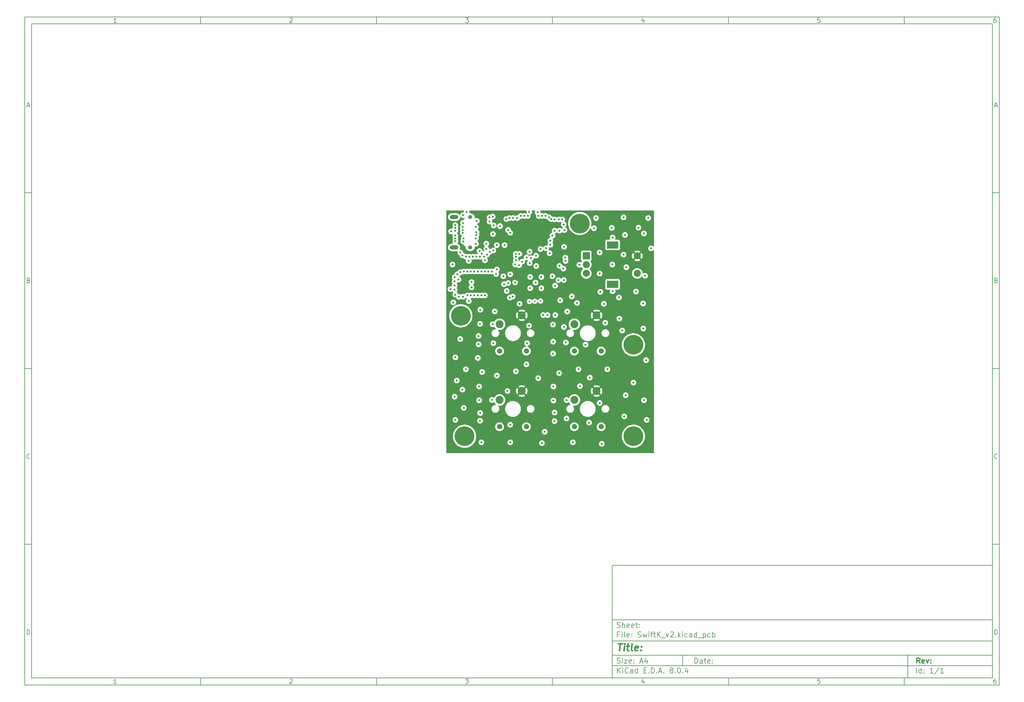
<source format=gbr>
%TF.GenerationSoftware,KiCad,Pcbnew,8.0.4*%
%TF.CreationDate,2024-11-11T17:23:57+08:00*%
%TF.ProjectId,SwiftK_v2,53776966-744b-45f7-9632-2e6b69636164,rev?*%
%TF.SameCoordinates,Original*%
%TF.FileFunction,Copper,L2,Inr*%
%TF.FilePolarity,Positive*%
%FSLAX46Y46*%
G04 Gerber Fmt 4.6, Leading zero omitted, Abs format (unit mm)*
G04 Created by KiCad (PCBNEW 8.0.4) date 2024-11-11 17:23:57*
%MOMM*%
%LPD*%
G01*
G04 APERTURE LIST*
%ADD10C,0.100000*%
%ADD11C,0.150000*%
%ADD12C,0.300000*%
%ADD13C,0.400000*%
%TA.AperFunction,ComponentPad*%
%ADD14C,1.508000*%
%TD*%
%TA.AperFunction,ComponentPad*%
%ADD15C,2.250000*%
%TD*%
%TA.AperFunction,ComponentPad*%
%ADD16C,5.600000*%
%TD*%
%TA.AperFunction,ComponentPad*%
%ADD17R,2.000000X2.000000*%
%TD*%
%TA.AperFunction,ComponentPad*%
%ADD18C,2.000000*%
%TD*%
%TA.AperFunction,ComponentPad*%
%ADD19R,3.200000X2.000000*%
%TD*%
%TA.AperFunction,ComponentPad*%
%ADD20C,1.140000*%
%TD*%
%TA.AperFunction,ComponentPad*%
%ADD21O,2.440000X1.140000*%
%TD*%
%TA.AperFunction,ViaPad*%
%ADD22C,0.600000*%
%TD*%
%TA.AperFunction,ViaPad*%
%ADD23C,0.500000*%
%TD*%
%TA.AperFunction,Conductor*%
%ADD24C,0.200000*%
%TD*%
G04 APERTURE END LIST*
D10*
D11*
X177002200Y-166007200D02*
X285002200Y-166007200D01*
X285002200Y-198007200D01*
X177002200Y-198007200D01*
X177002200Y-166007200D01*
D10*
D11*
X10000000Y-10000000D02*
X287002200Y-10000000D01*
X287002200Y-200007200D01*
X10000000Y-200007200D01*
X10000000Y-10000000D01*
D10*
D11*
X12000000Y-12000000D02*
X285002200Y-12000000D01*
X285002200Y-198007200D01*
X12000000Y-198007200D01*
X12000000Y-12000000D01*
D10*
D11*
X60000000Y-12000000D02*
X60000000Y-10000000D01*
D10*
D11*
X110000000Y-12000000D02*
X110000000Y-10000000D01*
D10*
D11*
X160000000Y-12000000D02*
X160000000Y-10000000D01*
D10*
D11*
X210000000Y-12000000D02*
X210000000Y-10000000D01*
D10*
D11*
X260000000Y-12000000D02*
X260000000Y-10000000D01*
D10*
D11*
X36089160Y-11593604D02*
X35346303Y-11593604D01*
X35717731Y-11593604D02*
X35717731Y-10293604D01*
X35717731Y-10293604D02*
X35593922Y-10479319D01*
X35593922Y-10479319D02*
X35470112Y-10603128D01*
X35470112Y-10603128D02*
X35346303Y-10665033D01*
D10*
D11*
X85346303Y-10417414D02*
X85408207Y-10355509D01*
X85408207Y-10355509D02*
X85532017Y-10293604D01*
X85532017Y-10293604D02*
X85841541Y-10293604D01*
X85841541Y-10293604D02*
X85965350Y-10355509D01*
X85965350Y-10355509D02*
X86027255Y-10417414D01*
X86027255Y-10417414D02*
X86089160Y-10541223D01*
X86089160Y-10541223D02*
X86089160Y-10665033D01*
X86089160Y-10665033D02*
X86027255Y-10850747D01*
X86027255Y-10850747D02*
X85284398Y-11593604D01*
X85284398Y-11593604D02*
X86089160Y-11593604D01*
D10*
D11*
X135284398Y-10293604D02*
X136089160Y-10293604D01*
X136089160Y-10293604D02*
X135655826Y-10788842D01*
X135655826Y-10788842D02*
X135841541Y-10788842D01*
X135841541Y-10788842D02*
X135965350Y-10850747D01*
X135965350Y-10850747D02*
X136027255Y-10912652D01*
X136027255Y-10912652D02*
X136089160Y-11036461D01*
X136089160Y-11036461D02*
X136089160Y-11345985D01*
X136089160Y-11345985D02*
X136027255Y-11469795D01*
X136027255Y-11469795D02*
X135965350Y-11531700D01*
X135965350Y-11531700D02*
X135841541Y-11593604D01*
X135841541Y-11593604D02*
X135470112Y-11593604D01*
X135470112Y-11593604D02*
X135346303Y-11531700D01*
X135346303Y-11531700D02*
X135284398Y-11469795D01*
D10*
D11*
X185965350Y-10726938D02*
X185965350Y-11593604D01*
X185655826Y-10231700D02*
X185346303Y-11160271D01*
X185346303Y-11160271D02*
X186151064Y-11160271D01*
D10*
D11*
X236027255Y-10293604D02*
X235408207Y-10293604D01*
X235408207Y-10293604D02*
X235346303Y-10912652D01*
X235346303Y-10912652D02*
X235408207Y-10850747D01*
X235408207Y-10850747D02*
X235532017Y-10788842D01*
X235532017Y-10788842D02*
X235841541Y-10788842D01*
X235841541Y-10788842D02*
X235965350Y-10850747D01*
X235965350Y-10850747D02*
X236027255Y-10912652D01*
X236027255Y-10912652D02*
X236089160Y-11036461D01*
X236089160Y-11036461D02*
X236089160Y-11345985D01*
X236089160Y-11345985D02*
X236027255Y-11469795D01*
X236027255Y-11469795D02*
X235965350Y-11531700D01*
X235965350Y-11531700D02*
X235841541Y-11593604D01*
X235841541Y-11593604D02*
X235532017Y-11593604D01*
X235532017Y-11593604D02*
X235408207Y-11531700D01*
X235408207Y-11531700D02*
X235346303Y-11469795D01*
D10*
D11*
X285965350Y-10293604D02*
X285717731Y-10293604D01*
X285717731Y-10293604D02*
X285593922Y-10355509D01*
X285593922Y-10355509D02*
X285532017Y-10417414D01*
X285532017Y-10417414D02*
X285408207Y-10603128D01*
X285408207Y-10603128D02*
X285346303Y-10850747D01*
X285346303Y-10850747D02*
X285346303Y-11345985D01*
X285346303Y-11345985D02*
X285408207Y-11469795D01*
X285408207Y-11469795D02*
X285470112Y-11531700D01*
X285470112Y-11531700D02*
X285593922Y-11593604D01*
X285593922Y-11593604D02*
X285841541Y-11593604D01*
X285841541Y-11593604D02*
X285965350Y-11531700D01*
X285965350Y-11531700D02*
X286027255Y-11469795D01*
X286027255Y-11469795D02*
X286089160Y-11345985D01*
X286089160Y-11345985D02*
X286089160Y-11036461D01*
X286089160Y-11036461D02*
X286027255Y-10912652D01*
X286027255Y-10912652D02*
X285965350Y-10850747D01*
X285965350Y-10850747D02*
X285841541Y-10788842D01*
X285841541Y-10788842D02*
X285593922Y-10788842D01*
X285593922Y-10788842D02*
X285470112Y-10850747D01*
X285470112Y-10850747D02*
X285408207Y-10912652D01*
X285408207Y-10912652D02*
X285346303Y-11036461D01*
D10*
D11*
X60000000Y-198007200D02*
X60000000Y-200007200D01*
D10*
D11*
X110000000Y-198007200D02*
X110000000Y-200007200D01*
D10*
D11*
X160000000Y-198007200D02*
X160000000Y-200007200D01*
D10*
D11*
X210000000Y-198007200D02*
X210000000Y-200007200D01*
D10*
D11*
X260000000Y-198007200D02*
X260000000Y-200007200D01*
D10*
D11*
X36089160Y-199600804D02*
X35346303Y-199600804D01*
X35717731Y-199600804D02*
X35717731Y-198300804D01*
X35717731Y-198300804D02*
X35593922Y-198486519D01*
X35593922Y-198486519D02*
X35470112Y-198610328D01*
X35470112Y-198610328D02*
X35346303Y-198672233D01*
D10*
D11*
X85346303Y-198424614D02*
X85408207Y-198362709D01*
X85408207Y-198362709D02*
X85532017Y-198300804D01*
X85532017Y-198300804D02*
X85841541Y-198300804D01*
X85841541Y-198300804D02*
X85965350Y-198362709D01*
X85965350Y-198362709D02*
X86027255Y-198424614D01*
X86027255Y-198424614D02*
X86089160Y-198548423D01*
X86089160Y-198548423D02*
X86089160Y-198672233D01*
X86089160Y-198672233D02*
X86027255Y-198857947D01*
X86027255Y-198857947D02*
X85284398Y-199600804D01*
X85284398Y-199600804D02*
X86089160Y-199600804D01*
D10*
D11*
X135284398Y-198300804D02*
X136089160Y-198300804D01*
X136089160Y-198300804D02*
X135655826Y-198796042D01*
X135655826Y-198796042D02*
X135841541Y-198796042D01*
X135841541Y-198796042D02*
X135965350Y-198857947D01*
X135965350Y-198857947D02*
X136027255Y-198919852D01*
X136027255Y-198919852D02*
X136089160Y-199043661D01*
X136089160Y-199043661D02*
X136089160Y-199353185D01*
X136089160Y-199353185D02*
X136027255Y-199476995D01*
X136027255Y-199476995D02*
X135965350Y-199538900D01*
X135965350Y-199538900D02*
X135841541Y-199600804D01*
X135841541Y-199600804D02*
X135470112Y-199600804D01*
X135470112Y-199600804D02*
X135346303Y-199538900D01*
X135346303Y-199538900D02*
X135284398Y-199476995D01*
D10*
D11*
X185965350Y-198734138D02*
X185965350Y-199600804D01*
X185655826Y-198238900D02*
X185346303Y-199167471D01*
X185346303Y-199167471D02*
X186151064Y-199167471D01*
D10*
D11*
X236027255Y-198300804D02*
X235408207Y-198300804D01*
X235408207Y-198300804D02*
X235346303Y-198919852D01*
X235346303Y-198919852D02*
X235408207Y-198857947D01*
X235408207Y-198857947D02*
X235532017Y-198796042D01*
X235532017Y-198796042D02*
X235841541Y-198796042D01*
X235841541Y-198796042D02*
X235965350Y-198857947D01*
X235965350Y-198857947D02*
X236027255Y-198919852D01*
X236027255Y-198919852D02*
X236089160Y-199043661D01*
X236089160Y-199043661D02*
X236089160Y-199353185D01*
X236089160Y-199353185D02*
X236027255Y-199476995D01*
X236027255Y-199476995D02*
X235965350Y-199538900D01*
X235965350Y-199538900D02*
X235841541Y-199600804D01*
X235841541Y-199600804D02*
X235532017Y-199600804D01*
X235532017Y-199600804D02*
X235408207Y-199538900D01*
X235408207Y-199538900D02*
X235346303Y-199476995D01*
D10*
D11*
X285965350Y-198300804D02*
X285717731Y-198300804D01*
X285717731Y-198300804D02*
X285593922Y-198362709D01*
X285593922Y-198362709D02*
X285532017Y-198424614D01*
X285532017Y-198424614D02*
X285408207Y-198610328D01*
X285408207Y-198610328D02*
X285346303Y-198857947D01*
X285346303Y-198857947D02*
X285346303Y-199353185D01*
X285346303Y-199353185D02*
X285408207Y-199476995D01*
X285408207Y-199476995D02*
X285470112Y-199538900D01*
X285470112Y-199538900D02*
X285593922Y-199600804D01*
X285593922Y-199600804D02*
X285841541Y-199600804D01*
X285841541Y-199600804D02*
X285965350Y-199538900D01*
X285965350Y-199538900D02*
X286027255Y-199476995D01*
X286027255Y-199476995D02*
X286089160Y-199353185D01*
X286089160Y-199353185D02*
X286089160Y-199043661D01*
X286089160Y-199043661D02*
X286027255Y-198919852D01*
X286027255Y-198919852D02*
X285965350Y-198857947D01*
X285965350Y-198857947D02*
X285841541Y-198796042D01*
X285841541Y-198796042D02*
X285593922Y-198796042D01*
X285593922Y-198796042D02*
X285470112Y-198857947D01*
X285470112Y-198857947D02*
X285408207Y-198919852D01*
X285408207Y-198919852D02*
X285346303Y-199043661D01*
D10*
D11*
X10000000Y-60000000D02*
X12000000Y-60000000D01*
D10*
D11*
X10000000Y-110000000D02*
X12000000Y-110000000D01*
D10*
D11*
X10000000Y-160000000D02*
X12000000Y-160000000D01*
D10*
D11*
X10690476Y-35222176D02*
X11309523Y-35222176D01*
X10566666Y-35593604D02*
X10999999Y-34293604D01*
X10999999Y-34293604D02*
X11433333Y-35593604D01*
D10*
D11*
X11092857Y-84912652D02*
X11278571Y-84974557D01*
X11278571Y-84974557D02*
X11340476Y-85036461D01*
X11340476Y-85036461D02*
X11402380Y-85160271D01*
X11402380Y-85160271D02*
X11402380Y-85345985D01*
X11402380Y-85345985D02*
X11340476Y-85469795D01*
X11340476Y-85469795D02*
X11278571Y-85531700D01*
X11278571Y-85531700D02*
X11154761Y-85593604D01*
X11154761Y-85593604D02*
X10659523Y-85593604D01*
X10659523Y-85593604D02*
X10659523Y-84293604D01*
X10659523Y-84293604D02*
X11092857Y-84293604D01*
X11092857Y-84293604D02*
X11216666Y-84355509D01*
X11216666Y-84355509D02*
X11278571Y-84417414D01*
X11278571Y-84417414D02*
X11340476Y-84541223D01*
X11340476Y-84541223D02*
X11340476Y-84665033D01*
X11340476Y-84665033D02*
X11278571Y-84788842D01*
X11278571Y-84788842D02*
X11216666Y-84850747D01*
X11216666Y-84850747D02*
X11092857Y-84912652D01*
X11092857Y-84912652D02*
X10659523Y-84912652D01*
D10*
D11*
X11402380Y-135469795D02*
X11340476Y-135531700D01*
X11340476Y-135531700D02*
X11154761Y-135593604D01*
X11154761Y-135593604D02*
X11030952Y-135593604D01*
X11030952Y-135593604D02*
X10845238Y-135531700D01*
X10845238Y-135531700D02*
X10721428Y-135407890D01*
X10721428Y-135407890D02*
X10659523Y-135284080D01*
X10659523Y-135284080D02*
X10597619Y-135036461D01*
X10597619Y-135036461D02*
X10597619Y-134850747D01*
X10597619Y-134850747D02*
X10659523Y-134603128D01*
X10659523Y-134603128D02*
X10721428Y-134479319D01*
X10721428Y-134479319D02*
X10845238Y-134355509D01*
X10845238Y-134355509D02*
X11030952Y-134293604D01*
X11030952Y-134293604D02*
X11154761Y-134293604D01*
X11154761Y-134293604D02*
X11340476Y-134355509D01*
X11340476Y-134355509D02*
X11402380Y-134417414D01*
D10*
D11*
X10659523Y-185593604D02*
X10659523Y-184293604D01*
X10659523Y-184293604D02*
X10969047Y-184293604D01*
X10969047Y-184293604D02*
X11154761Y-184355509D01*
X11154761Y-184355509D02*
X11278571Y-184479319D01*
X11278571Y-184479319D02*
X11340476Y-184603128D01*
X11340476Y-184603128D02*
X11402380Y-184850747D01*
X11402380Y-184850747D02*
X11402380Y-185036461D01*
X11402380Y-185036461D02*
X11340476Y-185284080D01*
X11340476Y-185284080D02*
X11278571Y-185407890D01*
X11278571Y-185407890D02*
X11154761Y-185531700D01*
X11154761Y-185531700D02*
X10969047Y-185593604D01*
X10969047Y-185593604D02*
X10659523Y-185593604D01*
D10*
D11*
X287002200Y-60000000D02*
X285002200Y-60000000D01*
D10*
D11*
X287002200Y-110000000D02*
X285002200Y-110000000D01*
D10*
D11*
X287002200Y-160000000D02*
X285002200Y-160000000D01*
D10*
D11*
X285692676Y-35222176D02*
X286311723Y-35222176D01*
X285568866Y-35593604D02*
X286002199Y-34293604D01*
X286002199Y-34293604D02*
X286435533Y-35593604D01*
D10*
D11*
X286095057Y-84912652D02*
X286280771Y-84974557D01*
X286280771Y-84974557D02*
X286342676Y-85036461D01*
X286342676Y-85036461D02*
X286404580Y-85160271D01*
X286404580Y-85160271D02*
X286404580Y-85345985D01*
X286404580Y-85345985D02*
X286342676Y-85469795D01*
X286342676Y-85469795D02*
X286280771Y-85531700D01*
X286280771Y-85531700D02*
X286156961Y-85593604D01*
X286156961Y-85593604D02*
X285661723Y-85593604D01*
X285661723Y-85593604D02*
X285661723Y-84293604D01*
X285661723Y-84293604D02*
X286095057Y-84293604D01*
X286095057Y-84293604D02*
X286218866Y-84355509D01*
X286218866Y-84355509D02*
X286280771Y-84417414D01*
X286280771Y-84417414D02*
X286342676Y-84541223D01*
X286342676Y-84541223D02*
X286342676Y-84665033D01*
X286342676Y-84665033D02*
X286280771Y-84788842D01*
X286280771Y-84788842D02*
X286218866Y-84850747D01*
X286218866Y-84850747D02*
X286095057Y-84912652D01*
X286095057Y-84912652D02*
X285661723Y-84912652D01*
D10*
D11*
X286404580Y-135469795D02*
X286342676Y-135531700D01*
X286342676Y-135531700D02*
X286156961Y-135593604D01*
X286156961Y-135593604D02*
X286033152Y-135593604D01*
X286033152Y-135593604D02*
X285847438Y-135531700D01*
X285847438Y-135531700D02*
X285723628Y-135407890D01*
X285723628Y-135407890D02*
X285661723Y-135284080D01*
X285661723Y-135284080D02*
X285599819Y-135036461D01*
X285599819Y-135036461D02*
X285599819Y-134850747D01*
X285599819Y-134850747D02*
X285661723Y-134603128D01*
X285661723Y-134603128D02*
X285723628Y-134479319D01*
X285723628Y-134479319D02*
X285847438Y-134355509D01*
X285847438Y-134355509D02*
X286033152Y-134293604D01*
X286033152Y-134293604D02*
X286156961Y-134293604D01*
X286156961Y-134293604D02*
X286342676Y-134355509D01*
X286342676Y-134355509D02*
X286404580Y-134417414D01*
D10*
D11*
X285661723Y-185593604D02*
X285661723Y-184293604D01*
X285661723Y-184293604D02*
X285971247Y-184293604D01*
X285971247Y-184293604D02*
X286156961Y-184355509D01*
X286156961Y-184355509D02*
X286280771Y-184479319D01*
X286280771Y-184479319D02*
X286342676Y-184603128D01*
X286342676Y-184603128D02*
X286404580Y-184850747D01*
X286404580Y-184850747D02*
X286404580Y-185036461D01*
X286404580Y-185036461D02*
X286342676Y-185284080D01*
X286342676Y-185284080D02*
X286280771Y-185407890D01*
X286280771Y-185407890D02*
X286156961Y-185531700D01*
X286156961Y-185531700D02*
X285971247Y-185593604D01*
X285971247Y-185593604D02*
X285661723Y-185593604D01*
D10*
D11*
X200458026Y-193793328D02*
X200458026Y-192293328D01*
X200458026Y-192293328D02*
X200815169Y-192293328D01*
X200815169Y-192293328D02*
X201029455Y-192364757D01*
X201029455Y-192364757D02*
X201172312Y-192507614D01*
X201172312Y-192507614D02*
X201243741Y-192650471D01*
X201243741Y-192650471D02*
X201315169Y-192936185D01*
X201315169Y-192936185D02*
X201315169Y-193150471D01*
X201315169Y-193150471D02*
X201243741Y-193436185D01*
X201243741Y-193436185D02*
X201172312Y-193579042D01*
X201172312Y-193579042D02*
X201029455Y-193721900D01*
X201029455Y-193721900D02*
X200815169Y-193793328D01*
X200815169Y-193793328D02*
X200458026Y-193793328D01*
X202600884Y-193793328D02*
X202600884Y-193007614D01*
X202600884Y-193007614D02*
X202529455Y-192864757D01*
X202529455Y-192864757D02*
X202386598Y-192793328D01*
X202386598Y-192793328D02*
X202100884Y-192793328D01*
X202100884Y-192793328D02*
X201958026Y-192864757D01*
X202600884Y-193721900D02*
X202458026Y-193793328D01*
X202458026Y-193793328D02*
X202100884Y-193793328D01*
X202100884Y-193793328D02*
X201958026Y-193721900D01*
X201958026Y-193721900D02*
X201886598Y-193579042D01*
X201886598Y-193579042D02*
X201886598Y-193436185D01*
X201886598Y-193436185D02*
X201958026Y-193293328D01*
X201958026Y-193293328D02*
X202100884Y-193221900D01*
X202100884Y-193221900D02*
X202458026Y-193221900D01*
X202458026Y-193221900D02*
X202600884Y-193150471D01*
X203100884Y-192793328D02*
X203672312Y-192793328D01*
X203315169Y-192293328D02*
X203315169Y-193579042D01*
X203315169Y-193579042D02*
X203386598Y-193721900D01*
X203386598Y-193721900D02*
X203529455Y-193793328D01*
X203529455Y-193793328D02*
X203672312Y-193793328D01*
X204743741Y-193721900D02*
X204600884Y-193793328D01*
X204600884Y-193793328D02*
X204315170Y-193793328D01*
X204315170Y-193793328D02*
X204172312Y-193721900D01*
X204172312Y-193721900D02*
X204100884Y-193579042D01*
X204100884Y-193579042D02*
X204100884Y-193007614D01*
X204100884Y-193007614D02*
X204172312Y-192864757D01*
X204172312Y-192864757D02*
X204315170Y-192793328D01*
X204315170Y-192793328D02*
X204600884Y-192793328D01*
X204600884Y-192793328D02*
X204743741Y-192864757D01*
X204743741Y-192864757D02*
X204815170Y-193007614D01*
X204815170Y-193007614D02*
X204815170Y-193150471D01*
X204815170Y-193150471D02*
X204100884Y-193293328D01*
X205458026Y-193650471D02*
X205529455Y-193721900D01*
X205529455Y-193721900D02*
X205458026Y-193793328D01*
X205458026Y-193793328D02*
X205386598Y-193721900D01*
X205386598Y-193721900D02*
X205458026Y-193650471D01*
X205458026Y-193650471D02*
X205458026Y-193793328D01*
X205458026Y-192864757D02*
X205529455Y-192936185D01*
X205529455Y-192936185D02*
X205458026Y-193007614D01*
X205458026Y-193007614D02*
X205386598Y-192936185D01*
X205386598Y-192936185D02*
X205458026Y-192864757D01*
X205458026Y-192864757D02*
X205458026Y-193007614D01*
D10*
D11*
X177002200Y-194507200D02*
X285002200Y-194507200D01*
D10*
D11*
X178458026Y-196593328D02*
X178458026Y-195093328D01*
X179315169Y-196593328D02*
X178672312Y-195736185D01*
X179315169Y-195093328D02*
X178458026Y-195950471D01*
X179958026Y-196593328D02*
X179958026Y-195593328D01*
X179958026Y-195093328D02*
X179886598Y-195164757D01*
X179886598Y-195164757D02*
X179958026Y-195236185D01*
X179958026Y-195236185D02*
X180029455Y-195164757D01*
X180029455Y-195164757D02*
X179958026Y-195093328D01*
X179958026Y-195093328D02*
X179958026Y-195236185D01*
X181529455Y-196450471D02*
X181458027Y-196521900D01*
X181458027Y-196521900D02*
X181243741Y-196593328D01*
X181243741Y-196593328D02*
X181100884Y-196593328D01*
X181100884Y-196593328D02*
X180886598Y-196521900D01*
X180886598Y-196521900D02*
X180743741Y-196379042D01*
X180743741Y-196379042D02*
X180672312Y-196236185D01*
X180672312Y-196236185D02*
X180600884Y-195950471D01*
X180600884Y-195950471D02*
X180600884Y-195736185D01*
X180600884Y-195736185D02*
X180672312Y-195450471D01*
X180672312Y-195450471D02*
X180743741Y-195307614D01*
X180743741Y-195307614D02*
X180886598Y-195164757D01*
X180886598Y-195164757D02*
X181100884Y-195093328D01*
X181100884Y-195093328D02*
X181243741Y-195093328D01*
X181243741Y-195093328D02*
X181458027Y-195164757D01*
X181458027Y-195164757D02*
X181529455Y-195236185D01*
X182815170Y-196593328D02*
X182815170Y-195807614D01*
X182815170Y-195807614D02*
X182743741Y-195664757D01*
X182743741Y-195664757D02*
X182600884Y-195593328D01*
X182600884Y-195593328D02*
X182315170Y-195593328D01*
X182315170Y-195593328D02*
X182172312Y-195664757D01*
X182815170Y-196521900D02*
X182672312Y-196593328D01*
X182672312Y-196593328D02*
X182315170Y-196593328D01*
X182315170Y-196593328D02*
X182172312Y-196521900D01*
X182172312Y-196521900D02*
X182100884Y-196379042D01*
X182100884Y-196379042D02*
X182100884Y-196236185D01*
X182100884Y-196236185D02*
X182172312Y-196093328D01*
X182172312Y-196093328D02*
X182315170Y-196021900D01*
X182315170Y-196021900D02*
X182672312Y-196021900D01*
X182672312Y-196021900D02*
X182815170Y-195950471D01*
X184172313Y-196593328D02*
X184172313Y-195093328D01*
X184172313Y-196521900D02*
X184029455Y-196593328D01*
X184029455Y-196593328D02*
X183743741Y-196593328D01*
X183743741Y-196593328D02*
X183600884Y-196521900D01*
X183600884Y-196521900D02*
X183529455Y-196450471D01*
X183529455Y-196450471D02*
X183458027Y-196307614D01*
X183458027Y-196307614D02*
X183458027Y-195879042D01*
X183458027Y-195879042D02*
X183529455Y-195736185D01*
X183529455Y-195736185D02*
X183600884Y-195664757D01*
X183600884Y-195664757D02*
X183743741Y-195593328D01*
X183743741Y-195593328D02*
X184029455Y-195593328D01*
X184029455Y-195593328D02*
X184172313Y-195664757D01*
X186029455Y-195807614D02*
X186529455Y-195807614D01*
X186743741Y-196593328D02*
X186029455Y-196593328D01*
X186029455Y-196593328D02*
X186029455Y-195093328D01*
X186029455Y-195093328D02*
X186743741Y-195093328D01*
X187386598Y-196450471D02*
X187458027Y-196521900D01*
X187458027Y-196521900D02*
X187386598Y-196593328D01*
X187386598Y-196593328D02*
X187315170Y-196521900D01*
X187315170Y-196521900D02*
X187386598Y-196450471D01*
X187386598Y-196450471D02*
X187386598Y-196593328D01*
X188100884Y-196593328D02*
X188100884Y-195093328D01*
X188100884Y-195093328D02*
X188458027Y-195093328D01*
X188458027Y-195093328D02*
X188672313Y-195164757D01*
X188672313Y-195164757D02*
X188815170Y-195307614D01*
X188815170Y-195307614D02*
X188886599Y-195450471D01*
X188886599Y-195450471D02*
X188958027Y-195736185D01*
X188958027Y-195736185D02*
X188958027Y-195950471D01*
X188958027Y-195950471D02*
X188886599Y-196236185D01*
X188886599Y-196236185D02*
X188815170Y-196379042D01*
X188815170Y-196379042D02*
X188672313Y-196521900D01*
X188672313Y-196521900D02*
X188458027Y-196593328D01*
X188458027Y-196593328D02*
X188100884Y-196593328D01*
X189600884Y-196450471D02*
X189672313Y-196521900D01*
X189672313Y-196521900D02*
X189600884Y-196593328D01*
X189600884Y-196593328D02*
X189529456Y-196521900D01*
X189529456Y-196521900D02*
X189600884Y-196450471D01*
X189600884Y-196450471D02*
X189600884Y-196593328D01*
X190243742Y-196164757D02*
X190958028Y-196164757D01*
X190100885Y-196593328D02*
X190600885Y-195093328D01*
X190600885Y-195093328D02*
X191100885Y-196593328D01*
X191600884Y-196450471D02*
X191672313Y-196521900D01*
X191672313Y-196521900D02*
X191600884Y-196593328D01*
X191600884Y-196593328D02*
X191529456Y-196521900D01*
X191529456Y-196521900D02*
X191600884Y-196450471D01*
X191600884Y-196450471D02*
X191600884Y-196593328D01*
X193672313Y-195736185D02*
X193529456Y-195664757D01*
X193529456Y-195664757D02*
X193458027Y-195593328D01*
X193458027Y-195593328D02*
X193386599Y-195450471D01*
X193386599Y-195450471D02*
X193386599Y-195379042D01*
X193386599Y-195379042D02*
X193458027Y-195236185D01*
X193458027Y-195236185D02*
X193529456Y-195164757D01*
X193529456Y-195164757D02*
X193672313Y-195093328D01*
X193672313Y-195093328D02*
X193958027Y-195093328D01*
X193958027Y-195093328D02*
X194100885Y-195164757D01*
X194100885Y-195164757D02*
X194172313Y-195236185D01*
X194172313Y-195236185D02*
X194243742Y-195379042D01*
X194243742Y-195379042D02*
X194243742Y-195450471D01*
X194243742Y-195450471D02*
X194172313Y-195593328D01*
X194172313Y-195593328D02*
X194100885Y-195664757D01*
X194100885Y-195664757D02*
X193958027Y-195736185D01*
X193958027Y-195736185D02*
X193672313Y-195736185D01*
X193672313Y-195736185D02*
X193529456Y-195807614D01*
X193529456Y-195807614D02*
X193458027Y-195879042D01*
X193458027Y-195879042D02*
X193386599Y-196021900D01*
X193386599Y-196021900D02*
X193386599Y-196307614D01*
X193386599Y-196307614D02*
X193458027Y-196450471D01*
X193458027Y-196450471D02*
X193529456Y-196521900D01*
X193529456Y-196521900D02*
X193672313Y-196593328D01*
X193672313Y-196593328D02*
X193958027Y-196593328D01*
X193958027Y-196593328D02*
X194100885Y-196521900D01*
X194100885Y-196521900D02*
X194172313Y-196450471D01*
X194172313Y-196450471D02*
X194243742Y-196307614D01*
X194243742Y-196307614D02*
X194243742Y-196021900D01*
X194243742Y-196021900D02*
X194172313Y-195879042D01*
X194172313Y-195879042D02*
X194100885Y-195807614D01*
X194100885Y-195807614D02*
X193958027Y-195736185D01*
X194886598Y-196450471D02*
X194958027Y-196521900D01*
X194958027Y-196521900D02*
X194886598Y-196593328D01*
X194886598Y-196593328D02*
X194815170Y-196521900D01*
X194815170Y-196521900D02*
X194886598Y-196450471D01*
X194886598Y-196450471D02*
X194886598Y-196593328D01*
X195886599Y-195093328D02*
X196029456Y-195093328D01*
X196029456Y-195093328D02*
X196172313Y-195164757D01*
X196172313Y-195164757D02*
X196243742Y-195236185D01*
X196243742Y-195236185D02*
X196315170Y-195379042D01*
X196315170Y-195379042D02*
X196386599Y-195664757D01*
X196386599Y-195664757D02*
X196386599Y-196021900D01*
X196386599Y-196021900D02*
X196315170Y-196307614D01*
X196315170Y-196307614D02*
X196243742Y-196450471D01*
X196243742Y-196450471D02*
X196172313Y-196521900D01*
X196172313Y-196521900D02*
X196029456Y-196593328D01*
X196029456Y-196593328D02*
X195886599Y-196593328D01*
X195886599Y-196593328D02*
X195743742Y-196521900D01*
X195743742Y-196521900D02*
X195672313Y-196450471D01*
X195672313Y-196450471D02*
X195600884Y-196307614D01*
X195600884Y-196307614D02*
X195529456Y-196021900D01*
X195529456Y-196021900D02*
X195529456Y-195664757D01*
X195529456Y-195664757D02*
X195600884Y-195379042D01*
X195600884Y-195379042D02*
X195672313Y-195236185D01*
X195672313Y-195236185D02*
X195743742Y-195164757D01*
X195743742Y-195164757D02*
X195886599Y-195093328D01*
X197029455Y-196450471D02*
X197100884Y-196521900D01*
X197100884Y-196521900D02*
X197029455Y-196593328D01*
X197029455Y-196593328D02*
X196958027Y-196521900D01*
X196958027Y-196521900D02*
X197029455Y-196450471D01*
X197029455Y-196450471D02*
X197029455Y-196593328D01*
X198386599Y-195593328D02*
X198386599Y-196593328D01*
X198029456Y-195021900D02*
X197672313Y-196093328D01*
X197672313Y-196093328D02*
X198600884Y-196093328D01*
D10*
D11*
X177002200Y-191507200D02*
X285002200Y-191507200D01*
D10*
D12*
X264413853Y-193785528D02*
X263913853Y-193071242D01*
X263556710Y-193785528D02*
X263556710Y-192285528D01*
X263556710Y-192285528D02*
X264128139Y-192285528D01*
X264128139Y-192285528D02*
X264270996Y-192356957D01*
X264270996Y-192356957D02*
X264342425Y-192428385D01*
X264342425Y-192428385D02*
X264413853Y-192571242D01*
X264413853Y-192571242D02*
X264413853Y-192785528D01*
X264413853Y-192785528D02*
X264342425Y-192928385D01*
X264342425Y-192928385D02*
X264270996Y-192999814D01*
X264270996Y-192999814D02*
X264128139Y-193071242D01*
X264128139Y-193071242D02*
X263556710Y-193071242D01*
X265628139Y-193714100D02*
X265485282Y-193785528D01*
X265485282Y-193785528D02*
X265199568Y-193785528D01*
X265199568Y-193785528D02*
X265056710Y-193714100D01*
X265056710Y-193714100D02*
X264985282Y-193571242D01*
X264985282Y-193571242D02*
X264985282Y-192999814D01*
X264985282Y-192999814D02*
X265056710Y-192856957D01*
X265056710Y-192856957D02*
X265199568Y-192785528D01*
X265199568Y-192785528D02*
X265485282Y-192785528D01*
X265485282Y-192785528D02*
X265628139Y-192856957D01*
X265628139Y-192856957D02*
X265699568Y-192999814D01*
X265699568Y-192999814D02*
X265699568Y-193142671D01*
X265699568Y-193142671D02*
X264985282Y-193285528D01*
X266199567Y-192785528D02*
X266556710Y-193785528D01*
X266556710Y-193785528D02*
X266913853Y-192785528D01*
X267485281Y-193642671D02*
X267556710Y-193714100D01*
X267556710Y-193714100D02*
X267485281Y-193785528D01*
X267485281Y-193785528D02*
X267413853Y-193714100D01*
X267413853Y-193714100D02*
X267485281Y-193642671D01*
X267485281Y-193642671D02*
X267485281Y-193785528D01*
X267485281Y-192856957D02*
X267556710Y-192928385D01*
X267556710Y-192928385D02*
X267485281Y-192999814D01*
X267485281Y-192999814D02*
X267413853Y-192928385D01*
X267413853Y-192928385D02*
X267485281Y-192856957D01*
X267485281Y-192856957D02*
X267485281Y-192999814D01*
D10*
D11*
X178386598Y-193721900D02*
X178600884Y-193793328D01*
X178600884Y-193793328D02*
X178958026Y-193793328D01*
X178958026Y-193793328D02*
X179100884Y-193721900D01*
X179100884Y-193721900D02*
X179172312Y-193650471D01*
X179172312Y-193650471D02*
X179243741Y-193507614D01*
X179243741Y-193507614D02*
X179243741Y-193364757D01*
X179243741Y-193364757D02*
X179172312Y-193221900D01*
X179172312Y-193221900D02*
X179100884Y-193150471D01*
X179100884Y-193150471D02*
X178958026Y-193079042D01*
X178958026Y-193079042D02*
X178672312Y-193007614D01*
X178672312Y-193007614D02*
X178529455Y-192936185D01*
X178529455Y-192936185D02*
X178458026Y-192864757D01*
X178458026Y-192864757D02*
X178386598Y-192721900D01*
X178386598Y-192721900D02*
X178386598Y-192579042D01*
X178386598Y-192579042D02*
X178458026Y-192436185D01*
X178458026Y-192436185D02*
X178529455Y-192364757D01*
X178529455Y-192364757D02*
X178672312Y-192293328D01*
X178672312Y-192293328D02*
X179029455Y-192293328D01*
X179029455Y-192293328D02*
X179243741Y-192364757D01*
X179886597Y-193793328D02*
X179886597Y-192793328D01*
X179886597Y-192293328D02*
X179815169Y-192364757D01*
X179815169Y-192364757D02*
X179886597Y-192436185D01*
X179886597Y-192436185D02*
X179958026Y-192364757D01*
X179958026Y-192364757D02*
X179886597Y-192293328D01*
X179886597Y-192293328D02*
X179886597Y-192436185D01*
X180458026Y-192793328D02*
X181243741Y-192793328D01*
X181243741Y-192793328D02*
X180458026Y-193793328D01*
X180458026Y-193793328D02*
X181243741Y-193793328D01*
X182386598Y-193721900D02*
X182243741Y-193793328D01*
X182243741Y-193793328D02*
X181958027Y-193793328D01*
X181958027Y-193793328D02*
X181815169Y-193721900D01*
X181815169Y-193721900D02*
X181743741Y-193579042D01*
X181743741Y-193579042D02*
X181743741Y-193007614D01*
X181743741Y-193007614D02*
X181815169Y-192864757D01*
X181815169Y-192864757D02*
X181958027Y-192793328D01*
X181958027Y-192793328D02*
X182243741Y-192793328D01*
X182243741Y-192793328D02*
X182386598Y-192864757D01*
X182386598Y-192864757D02*
X182458027Y-193007614D01*
X182458027Y-193007614D02*
X182458027Y-193150471D01*
X182458027Y-193150471D02*
X181743741Y-193293328D01*
X183100883Y-193650471D02*
X183172312Y-193721900D01*
X183172312Y-193721900D02*
X183100883Y-193793328D01*
X183100883Y-193793328D02*
X183029455Y-193721900D01*
X183029455Y-193721900D02*
X183100883Y-193650471D01*
X183100883Y-193650471D02*
X183100883Y-193793328D01*
X183100883Y-192864757D02*
X183172312Y-192936185D01*
X183172312Y-192936185D02*
X183100883Y-193007614D01*
X183100883Y-193007614D02*
X183029455Y-192936185D01*
X183029455Y-192936185D02*
X183100883Y-192864757D01*
X183100883Y-192864757D02*
X183100883Y-193007614D01*
X184886598Y-193364757D02*
X185600884Y-193364757D01*
X184743741Y-193793328D02*
X185243741Y-192293328D01*
X185243741Y-192293328D02*
X185743741Y-193793328D01*
X186886598Y-192793328D02*
X186886598Y-193793328D01*
X186529455Y-192221900D02*
X186172312Y-193293328D01*
X186172312Y-193293328D02*
X187100883Y-193293328D01*
D10*
D11*
X263458026Y-196593328D02*
X263458026Y-195093328D01*
X264815170Y-196593328D02*
X264815170Y-195093328D01*
X264815170Y-196521900D02*
X264672312Y-196593328D01*
X264672312Y-196593328D02*
X264386598Y-196593328D01*
X264386598Y-196593328D02*
X264243741Y-196521900D01*
X264243741Y-196521900D02*
X264172312Y-196450471D01*
X264172312Y-196450471D02*
X264100884Y-196307614D01*
X264100884Y-196307614D02*
X264100884Y-195879042D01*
X264100884Y-195879042D02*
X264172312Y-195736185D01*
X264172312Y-195736185D02*
X264243741Y-195664757D01*
X264243741Y-195664757D02*
X264386598Y-195593328D01*
X264386598Y-195593328D02*
X264672312Y-195593328D01*
X264672312Y-195593328D02*
X264815170Y-195664757D01*
X265529455Y-196450471D02*
X265600884Y-196521900D01*
X265600884Y-196521900D02*
X265529455Y-196593328D01*
X265529455Y-196593328D02*
X265458027Y-196521900D01*
X265458027Y-196521900D02*
X265529455Y-196450471D01*
X265529455Y-196450471D02*
X265529455Y-196593328D01*
X265529455Y-195664757D02*
X265600884Y-195736185D01*
X265600884Y-195736185D02*
X265529455Y-195807614D01*
X265529455Y-195807614D02*
X265458027Y-195736185D01*
X265458027Y-195736185D02*
X265529455Y-195664757D01*
X265529455Y-195664757D02*
X265529455Y-195807614D01*
X268172313Y-196593328D02*
X267315170Y-196593328D01*
X267743741Y-196593328D02*
X267743741Y-195093328D01*
X267743741Y-195093328D02*
X267600884Y-195307614D01*
X267600884Y-195307614D02*
X267458027Y-195450471D01*
X267458027Y-195450471D02*
X267315170Y-195521900D01*
X269886598Y-195021900D02*
X268600884Y-196950471D01*
X271172313Y-196593328D02*
X270315170Y-196593328D01*
X270743741Y-196593328D02*
X270743741Y-195093328D01*
X270743741Y-195093328D02*
X270600884Y-195307614D01*
X270600884Y-195307614D02*
X270458027Y-195450471D01*
X270458027Y-195450471D02*
X270315170Y-195521900D01*
D10*
D11*
X177002200Y-187507200D02*
X285002200Y-187507200D01*
D10*
D13*
X178693928Y-188211638D02*
X179836785Y-188211638D01*
X179015357Y-190211638D02*
X179265357Y-188211638D01*
X180253452Y-190211638D02*
X180420119Y-188878304D01*
X180503452Y-188211638D02*
X180396309Y-188306876D01*
X180396309Y-188306876D02*
X180479643Y-188402114D01*
X180479643Y-188402114D02*
X180586786Y-188306876D01*
X180586786Y-188306876D02*
X180503452Y-188211638D01*
X180503452Y-188211638D02*
X180479643Y-188402114D01*
X181086786Y-188878304D02*
X181848690Y-188878304D01*
X181455833Y-188211638D02*
X181241548Y-189925923D01*
X181241548Y-189925923D02*
X181312976Y-190116400D01*
X181312976Y-190116400D02*
X181491548Y-190211638D01*
X181491548Y-190211638D02*
X181682024Y-190211638D01*
X182634405Y-190211638D02*
X182455833Y-190116400D01*
X182455833Y-190116400D02*
X182384405Y-189925923D01*
X182384405Y-189925923D02*
X182598690Y-188211638D01*
X184170119Y-190116400D02*
X183967738Y-190211638D01*
X183967738Y-190211638D02*
X183586785Y-190211638D01*
X183586785Y-190211638D02*
X183408214Y-190116400D01*
X183408214Y-190116400D02*
X183336785Y-189925923D01*
X183336785Y-189925923D02*
X183432024Y-189164019D01*
X183432024Y-189164019D02*
X183551071Y-188973542D01*
X183551071Y-188973542D02*
X183753452Y-188878304D01*
X183753452Y-188878304D02*
X184134404Y-188878304D01*
X184134404Y-188878304D02*
X184312976Y-188973542D01*
X184312976Y-188973542D02*
X184384404Y-189164019D01*
X184384404Y-189164019D02*
X184360595Y-189354495D01*
X184360595Y-189354495D02*
X183384404Y-189544971D01*
X185134405Y-190021161D02*
X185217738Y-190116400D01*
X185217738Y-190116400D02*
X185110595Y-190211638D01*
X185110595Y-190211638D02*
X185027262Y-190116400D01*
X185027262Y-190116400D02*
X185134405Y-190021161D01*
X185134405Y-190021161D02*
X185110595Y-190211638D01*
X185265357Y-188973542D02*
X185348690Y-189068780D01*
X185348690Y-189068780D02*
X185241548Y-189164019D01*
X185241548Y-189164019D02*
X185158214Y-189068780D01*
X185158214Y-189068780D02*
X185265357Y-188973542D01*
X185265357Y-188973542D02*
X185241548Y-189164019D01*
D10*
D11*
X178958026Y-185607614D02*
X178458026Y-185607614D01*
X178458026Y-186393328D02*
X178458026Y-184893328D01*
X178458026Y-184893328D02*
X179172312Y-184893328D01*
X179743740Y-186393328D02*
X179743740Y-185393328D01*
X179743740Y-184893328D02*
X179672312Y-184964757D01*
X179672312Y-184964757D02*
X179743740Y-185036185D01*
X179743740Y-185036185D02*
X179815169Y-184964757D01*
X179815169Y-184964757D02*
X179743740Y-184893328D01*
X179743740Y-184893328D02*
X179743740Y-185036185D01*
X180672312Y-186393328D02*
X180529455Y-186321900D01*
X180529455Y-186321900D02*
X180458026Y-186179042D01*
X180458026Y-186179042D02*
X180458026Y-184893328D01*
X181815169Y-186321900D02*
X181672312Y-186393328D01*
X181672312Y-186393328D02*
X181386598Y-186393328D01*
X181386598Y-186393328D02*
X181243740Y-186321900D01*
X181243740Y-186321900D02*
X181172312Y-186179042D01*
X181172312Y-186179042D02*
X181172312Y-185607614D01*
X181172312Y-185607614D02*
X181243740Y-185464757D01*
X181243740Y-185464757D02*
X181386598Y-185393328D01*
X181386598Y-185393328D02*
X181672312Y-185393328D01*
X181672312Y-185393328D02*
X181815169Y-185464757D01*
X181815169Y-185464757D02*
X181886598Y-185607614D01*
X181886598Y-185607614D02*
X181886598Y-185750471D01*
X181886598Y-185750471D02*
X181172312Y-185893328D01*
X182529454Y-186250471D02*
X182600883Y-186321900D01*
X182600883Y-186321900D02*
X182529454Y-186393328D01*
X182529454Y-186393328D02*
X182458026Y-186321900D01*
X182458026Y-186321900D02*
X182529454Y-186250471D01*
X182529454Y-186250471D02*
X182529454Y-186393328D01*
X182529454Y-185464757D02*
X182600883Y-185536185D01*
X182600883Y-185536185D02*
X182529454Y-185607614D01*
X182529454Y-185607614D02*
X182458026Y-185536185D01*
X182458026Y-185536185D02*
X182529454Y-185464757D01*
X182529454Y-185464757D02*
X182529454Y-185607614D01*
X184315169Y-186321900D02*
X184529455Y-186393328D01*
X184529455Y-186393328D02*
X184886597Y-186393328D01*
X184886597Y-186393328D02*
X185029455Y-186321900D01*
X185029455Y-186321900D02*
X185100883Y-186250471D01*
X185100883Y-186250471D02*
X185172312Y-186107614D01*
X185172312Y-186107614D02*
X185172312Y-185964757D01*
X185172312Y-185964757D02*
X185100883Y-185821900D01*
X185100883Y-185821900D02*
X185029455Y-185750471D01*
X185029455Y-185750471D02*
X184886597Y-185679042D01*
X184886597Y-185679042D02*
X184600883Y-185607614D01*
X184600883Y-185607614D02*
X184458026Y-185536185D01*
X184458026Y-185536185D02*
X184386597Y-185464757D01*
X184386597Y-185464757D02*
X184315169Y-185321900D01*
X184315169Y-185321900D02*
X184315169Y-185179042D01*
X184315169Y-185179042D02*
X184386597Y-185036185D01*
X184386597Y-185036185D02*
X184458026Y-184964757D01*
X184458026Y-184964757D02*
X184600883Y-184893328D01*
X184600883Y-184893328D02*
X184958026Y-184893328D01*
X184958026Y-184893328D02*
X185172312Y-184964757D01*
X185672311Y-185393328D02*
X185958026Y-186393328D01*
X185958026Y-186393328D02*
X186243740Y-185679042D01*
X186243740Y-185679042D02*
X186529454Y-186393328D01*
X186529454Y-186393328D02*
X186815168Y-185393328D01*
X187386597Y-186393328D02*
X187386597Y-185393328D01*
X187386597Y-184893328D02*
X187315169Y-184964757D01*
X187315169Y-184964757D02*
X187386597Y-185036185D01*
X187386597Y-185036185D02*
X187458026Y-184964757D01*
X187458026Y-184964757D02*
X187386597Y-184893328D01*
X187386597Y-184893328D02*
X187386597Y-185036185D01*
X187886598Y-185393328D02*
X188458026Y-185393328D01*
X188100883Y-186393328D02*
X188100883Y-185107614D01*
X188100883Y-185107614D02*
X188172312Y-184964757D01*
X188172312Y-184964757D02*
X188315169Y-184893328D01*
X188315169Y-184893328D02*
X188458026Y-184893328D01*
X188743741Y-185393328D02*
X189315169Y-185393328D01*
X188958026Y-184893328D02*
X188958026Y-186179042D01*
X188958026Y-186179042D02*
X189029455Y-186321900D01*
X189029455Y-186321900D02*
X189172312Y-186393328D01*
X189172312Y-186393328D02*
X189315169Y-186393328D01*
X189815169Y-186393328D02*
X189815169Y-184893328D01*
X190672312Y-186393328D02*
X190029455Y-185536185D01*
X190672312Y-184893328D02*
X189815169Y-185750471D01*
X190958027Y-186536185D02*
X192100884Y-186536185D01*
X192315169Y-185393328D02*
X192672312Y-186393328D01*
X192672312Y-186393328D02*
X193029455Y-185393328D01*
X193529455Y-185036185D02*
X193600883Y-184964757D01*
X193600883Y-184964757D02*
X193743741Y-184893328D01*
X193743741Y-184893328D02*
X194100883Y-184893328D01*
X194100883Y-184893328D02*
X194243741Y-184964757D01*
X194243741Y-184964757D02*
X194315169Y-185036185D01*
X194315169Y-185036185D02*
X194386598Y-185179042D01*
X194386598Y-185179042D02*
X194386598Y-185321900D01*
X194386598Y-185321900D02*
X194315169Y-185536185D01*
X194315169Y-185536185D02*
X193458026Y-186393328D01*
X193458026Y-186393328D02*
X194386598Y-186393328D01*
X195029454Y-186250471D02*
X195100883Y-186321900D01*
X195100883Y-186321900D02*
X195029454Y-186393328D01*
X195029454Y-186393328D02*
X194958026Y-186321900D01*
X194958026Y-186321900D02*
X195029454Y-186250471D01*
X195029454Y-186250471D02*
X195029454Y-186393328D01*
X195743740Y-186393328D02*
X195743740Y-184893328D01*
X195886598Y-185821900D02*
X196315169Y-186393328D01*
X196315169Y-185393328D02*
X195743740Y-185964757D01*
X196958026Y-186393328D02*
X196958026Y-185393328D01*
X196958026Y-184893328D02*
X196886598Y-184964757D01*
X196886598Y-184964757D02*
X196958026Y-185036185D01*
X196958026Y-185036185D02*
X197029455Y-184964757D01*
X197029455Y-184964757D02*
X196958026Y-184893328D01*
X196958026Y-184893328D02*
X196958026Y-185036185D01*
X198315170Y-186321900D02*
X198172312Y-186393328D01*
X198172312Y-186393328D02*
X197886598Y-186393328D01*
X197886598Y-186393328D02*
X197743741Y-186321900D01*
X197743741Y-186321900D02*
X197672312Y-186250471D01*
X197672312Y-186250471D02*
X197600884Y-186107614D01*
X197600884Y-186107614D02*
X197600884Y-185679042D01*
X197600884Y-185679042D02*
X197672312Y-185536185D01*
X197672312Y-185536185D02*
X197743741Y-185464757D01*
X197743741Y-185464757D02*
X197886598Y-185393328D01*
X197886598Y-185393328D02*
X198172312Y-185393328D01*
X198172312Y-185393328D02*
X198315170Y-185464757D01*
X199600884Y-186393328D02*
X199600884Y-185607614D01*
X199600884Y-185607614D02*
X199529455Y-185464757D01*
X199529455Y-185464757D02*
X199386598Y-185393328D01*
X199386598Y-185393328D02*
X199100884Y-185393328D01*
X199100884Y-185393328D02*
X198958026Y-185464757D01*
X199600884Y-186321900D02*
X199458026Y-186393328D01*
X199458026Y-186393328D02*
X199100884Y-186393328D01*
X199100884Y-186393328D02*
X198958026Y-186321900D01*
X198958026Y-186321900D02*
X198886598Y-186179042D01*
X198886598Y-186179042D02*
X198886598Y-186036185D01*
X198886598Y-186036185D02*
X198958026Y-185893328D01*
X198958026Y-185893328D02*
X199100884Y-185821900D01*
X199100884Y-185821900D02*
X199458026Y-185821900D01*
X199458026Y-185821900D02*
X199600884Y-185750471D01*
X200958027Y-186393328D02*
X200958027Y-184893328D01*
X200958027Y-186321900D02*
X200815169Y-186393328D01*
X200815169Y-186393328D02*
X200529455Y-186393328D01*
X200529455Y-186393328D02*
X200386598Y-186321900D01*
X200386598Y-186321900D02*
X200315169Y-186250471D01*
X200315169Y-186250471D02*
X200243741Y-186107614D01*
X200243741Y-186107614D02*
X200243741Y-185679042D01*
X200243741Y-185679042D02*
X200315169Y-185536185D01*
X200315169Y-185536185D02*
X200386598Y-185464757D01*
X200386598Y-185464757D02*
X200529455Y-185393328D01*
X200529455Y-185393328D02*
X200815169Y-185393328D01*
X200815169Y-185393328D02*
X200958027Y-185464757D01*
X201315170Y-186536185D02*
X202458027Y-186536185D01*
X202815169Y-185393328D02*
X202815169Y-186893328D01*
X202815169Y-185464757D02*
X202958027Y-185393328D01*
X202958027Y-185393328D02*
X203243741Y-185393328D01*
X203243741Y-185393328D02*
X203386598Y-185464757D01*
X203386598Y-185464757D02*
X203458027Y-185536185D01*
X203458027Y-185536185D02*
X203529455Y-185679042D01*
X203529455Y-185679042D02*
X203529455Y-186107614D01*
X203529455Y-186107614D02*
X203458027Y-186250471D01*
X203458027Y-186250471D02*
X203386598Y-186321900D01*
X203386598Y-186321900D02*
X203243741Y-186393328D01*
X203243741Y-186393328D02*
X202958027Y-186393328D01*
X202958027Y-186393328D02*
X202815169Y-186321900D01*
X204815170Y-186321900D02*
X204672312Y-186393328D01*
X204672312Y-186393328D02*
X204386598Y-186393328D01*
X204386598Y-186393328D02*
X204243741Y-186321900D01*
X204243741Y-186321900D02*
X204172312Y-186250471D01*
X204172312Y-186250471D02*
X204100884Y-186107614D01*
X204100884Y-186107614D02*
X204100884Y-185679042D01*
X204100884Y-185679042D02*
X204172312Y-185536185D01*
X204172312Y-185536185D02*
X204243741Y-185464757D01*
X204243741Y-185464757D02*
X204386598Y-185393328D01*
X204386598Y-185393328D02*
X204672312Y-185393328D01*
X204672312Y-185393328D02*
X204815170Y-185464757D01*
X205458026Y-186393328D02*
X205458026Y-184893328D01*
X205458026Y-185464757D02*
X205600884Y-185393328D01*
X205600884Y-185393328D02*
X205886598Y-185393328D01*
X205886598Y-185393328D02*
X206029455Y-185464757D01*
X206029455Y-185464757D02*
X206100884Y-185536185D01*
X206100884Y-185536185D02*
X206172312Y-185679042D01*
X206172312Y-185679042D02*
X206172312Y-186107614D01*
X206172312Y-186107614D02*
X206100884Y-186250471D01*
X206100884Y-186250471D02*
X206029455Y-186321900D01*
X206029455Y-186321900D02*
X205886598Y-186393328D01*
X205886598Y-186393328D02*
X205600884Y-186393328D01*
X205600884Y-186393328D02*
X205458026Y-186321900D01*
D10*
D11*
X177002200Y-181507200D02*
X285002200Y-181507200D01*
D10*
D11*
X178386598Y-183621900D02*
X178600884Y-183693328D01*
X178600884Y-183693328D02*
X178958026Y-183693328D01*
X178958026Y-183693328D02*
X179100884Y-183621900D01*
X179100884Y-183621900D02*
X179172312Y-183550471D01*
X179172312Y-183550471D02*
X179243741Y-183407614D01*
X179243741Y-183407614D02*
X179243741Y-183264757D01*
X179243741Y-183264757D02*
X179172312Y-183121900D01*
X179172312Y-183121900D02*
X179100884Y-183050471D01*
X179100884Y-183050471D02*
X178958026Y-182979042D01*
X178958026Y-182979042D02*
X178672312Y-182907614D01*
X178672312Y-182907614D02*
X178529455Y-182836185D01*
X178529455Y-182836185D02*
X178458026Y-182764757D01*
X178458026Y-182764757D02*
X178386598Y-182621900D01*
X178386598Y-182621900D02*
X178386598Y-182479042D01*
X178386598Y-182479042D02*
X178458026Y-182336185D01*
X178458026Y-182336185D02*
X178529455Y-182264757D01*
X178529455Y-182264757D02*
X178672312Y-182193328D01*
X178672312Y-182193328D02*
X179029455Y-182193328D01*
X179029455Y-182193328D02*
X179243741Y-182264757D01*
X179886597Y-183693328D02*
X179886597Y-182193328D01*
X180529455Y-183693328D02*
X180529455Y-182907614D01*
X180529455Y-182907614D02*
X180458026Y-182764757D01*
X180458026Y-182764757D02*
X180315169Y-182693328D01*
X180315169Y-182693328D02*
X180100883Y-182693328D01*
X180100883Y-182693328D02*
X179958026Y-182764757D01*
X179958026Y-182764757D02*
X179886597Y-182836185D01*
X181815169Y-183621900D02*
X181672312Y-183693328D01*
X181672312Y-183693328D02*
X181386598Y-183693328D01*
X181386598Y-183693328D02*
X181243740Y-183621900D01*
X181243740Y-183621900D02*
X181172312Y-183479042D01*
X181172312Y-183479042D02*
X181172312Y-182907614D01*
X181172312Y-182907614D02*
X181243740Y-182764757D01*
X181243740Y-182764757D02*
X181386598Y-182693328D01*
X181386598Y-182693328D02*
X181672312Y-182693328D01*
X181672312Y-182693328D02*
X181815169Y-182764757D01*
X181815169Y-182764757D02*
X181886598Y-182907614D01*
X181886598Y-182907614D02*
X181886598Y-183050471D01*
X181886598Y-183050471D02*
X181172312Y-183193328D01*
X183100883Y-183621900D02*
X182958026Y-183693328D01*
X182958026Y-183693328D02*
X182672312Y-183693328D01*
X182672312Y-183693328D02*
X182529454Y-183621900D01*
X182529454Y-183621900D02*
X182458026Y-183479042D01*
X182458026Y-183479042D02*
X182458026Y-182907614D01*
X182458026Y-182907614D02*
X182529454Y-182764757D01*
X182529454Y-182764757D02*
X182672312Y-182693328D01*
X182672312Y-182693328D02*
X182958026Y-182693328D01*
X182958026Y-182693328D02*
X183100883Y-182764757D01*
X183100883Y-182764757D02*
X183172312Y-182907614D01*
X183172312Y-182907614D02*
X183172312Y-183050471D01*
X183172312Y-183050471D02*
X182458026Y-183193328D01*
X183600883Y-182693328D02*
X184172311Y-182693328D01*
X183815168Y-182193328D02*
X183815168Y-183479042D01*
X183815168Y-183479042D02*
X183886597Y-183621900D01*
X183886597Y-183621900D02*
X184029454Y-183693328D01*
X184029454Y-183693328D02*
X184172311Y-183693328D01*
X184672311Y-183550471D02*
X184743740Y-183621900D01*
X184743740Y-183621900D02*
X184672311Y-183693328D01*
X184672311Y-183693328D02*
X184600883Y-183621900D01*
X184600883Y-183621900D02*
X184672311Y-183550471D01*
X184672311Y-183550471D02*
X184672311Y-183693328D01*
X184672311Y-182764757D02*
X184743740Y-182836185D01*
X184743740Y-182836185D02*
X184672311Y-182907614D01*
X184672311Y-182907614D02*
X184600883Y-182836185D01*
X184600883Y-182836185D02*
X184672311Y-182764757D01*
X184672311Y-182764757D02*
X184672311Y-182907614D01*
D10*
D11*
X197002200Y-191507200D02*
X197002200Y-194507200D01*
D10*
D11*
X261002200Y-191507200D02*
X261002200Y-198007200D01*
D14*
%TO.N,N/C*%
%TO.C,U3*%
X144965000Y-126560000D03*
X152585000Y-126560000D03*
D15*
%TO.N,+3.3V*%
X151285000Y-116400000D03*
%TO.N,Net-(R2-Pad1)*%
X144965000Y-118940000D03*
%TD*%
D16*
%TO.N,N/C*%
%TO.C,H5*%
X183000000Y-129260000D03*
%TD*%
%TO.N,N/C*%
%TO.C,H4*%
X133940000Y-95000000D03*
%TD*%
%TO.N,N/C*%
%TO.C,H2*%
X183000000Y-103250000D03*
%TD*%
D14*
%TO.N,N/C*%
%TO.C,U2*%
X166215000Y-105020000D03*
X173835000Y-105020000D03*
D15*
%TO.N,+3.3V*%
X172535000Y-94860000D03*
%TO.N,Net-(R23-Pad1)*%
X166215000Y-97400000D03*
%TD*%
D17*
%TO.N,Net-(R12-Pad1)*%
%TO.C,SW1*%
X169600000Y-77950000D03*
D18*
%TO.N,Net-(R10-Pad1)*%
X169600000Y-82950000D03*
%TO.N,GND*%
X169600000Y-80450000D03*
D19*
X177100000Y-74850000D03*
X177100000Y-86050000D03*
D18*
%TO.N,Net-(R14-Pad1)*%
X184100000Y-82950000D03*
%TO.N,+3.3V*%
X184100000Y-77950000D03*
%TD*%
D14*
%TO.N,N/C*%
%TO.C,U1*%
X144965000Y-105020000D03*
X152585000Y-105020000D03*
D15*
%TO.N,+3.3V*%
X151285000Y-94860000D03*
%TO.N,Net-(R3-Pad1)*%
X144965000Y-97400000D03*
%TD*%
D20*
%TO.N,Net-(J2-SHIELD-PadSH1)*%
%TO.C,J2*%
X136595000Y-66910000D03*
X136595000Y-75550000D03*
D21*
X132045000Y-66910000D03*
X132045000Y-75550000D03*
%TD*%
D16*
%TO.N,N/C*%
%TO.C,H3*%
X135020000Y-129260000D03*
%TD*%
%TO.N,N/C*%
%TO.C,H1*%
X167750000Y-68750000D03*
%TD*%
D14*
%TO.N,N/C*%
%TO.C,U4*%
X166215000Y-126560000D03*
X173835000Y-126560000D03*
D15*
%TO.N,+3.3V*%
X172535000Y-116400000D03*
%TO.N,Net-(R1-Pad1)*%
X166215000Y-118940000D03*
%TD*%
D22*
%TO.N,GPIO3*%
X160140000Y-97480000D03*
D23*
X156600000Y-90800000D03*
D22*
%TO.N,GND*%
X174600000Y-91600000D03*
X160575000Y-124975000D03*
X184450000Y-69950000D03*
X134600000Y-89600000D03*
X158600000Y-94800000D03*
X155800000Y-65600000D03*
X137800000Y-89200000D03*
X161900000Y-111300000D03*
X161800000Y-67600000D03*
X159600000Y-67500000D03*
X177000000Y-80400000D03*
X132200000Y-85200000D03*
X143200000Y-102800000D03*
X173400000Y-83000000D03*
X163400000Y-70600000D03*
X170600000Y-112600000D03*
X148000000Y-126000000D03*
X143000000Y-66800000D03*
X179800000Y-99200000D03*
X139800000Y-89200000D03*
X185750000Y-91500000D03*
X147900000Y-89850000D03*
X158000000Y-66600000D03*
X134800000Y-82400000D03*
X144000000Y-83100000D03*
X132400000Y-73800000D03*
X186800000Y-124600000D03*
X132400000Y-72200000D03*
X137400000Y-78200000D03*
X144200000Y-112000000D03*
X188000000Y-75800000D03*
X139800000Y-131000000D03*
X174000000Y-131400000D03*
X137800000Y-82400000D03*
X140800000Y-79200000D03*
X163300000Y-75400000D03*
X139400000Y-78200000D03*
X136400000Y-78200000D03*
X134640000Y-73860000D03*
X152000000Y-66600000D03*
X175600000Y-110200000D03*
X159000000Y-67000000D03*
X180200000Y-67000000D03*
X136200000Y-90800000D03*
X139000000Y-103100000D03*
X136200000Y-79400000D03*
X149600000Y-110800000D03*
X131800000Y-91200000D03*
X148000000Y-71400000D03*
X162000000Y-70800000D03*
X157000000Y-66600000D03*
X138800000Y-89200000D03*
X171800000Y-70100000D03*
X141800000Y-82400000D03*
X173600000Y-88200000D03*
X147800000Y-67200000D03*
X187200000Y-67200000D03*
X160160000Y-105750000D03*
X152800000Y-102800000D03*
X149600000Y-77400000D03*
X148000000Y-131000000D03*
X153650000Y-87150000D03*
X134600000Y-66400000D03*
X180200000Y-77600000D03*
X140000000Y-111000000D03*
X147400000Y-70600000D03*
X157375000Y-94800000D03*
X167650000Y-80500000D03*
X153650000Y-83950000D03*
X165800000Y-131000000D03*
X133000000Y-83200000D03*
X142100000Y-68200000D03*
X177100000Y-88000000D03*
X150600000Y-77400000D03*
X135400000Y-110200000D03*
X135800000Y-89200000D03*
X149600000Y-78200000D03*
X132200000Y-118000000D03*
X134400000Y-77800000D03*
X186000000Y-71600000D03*
X149400000Y-80400000D03*
X180800000Y-117600000D03*
X150520000Y-80590000D03*
X172400000Y-67200000D03*
X145100000Y-69500000D03*
X186000000Y-119000000D03*
X132400000Y-73000000D03*
X135400000Y-78200000D03*
X165500000Y-89500000D03*
X133400000Y-89600000D03*
X140800000Y-89200000D03*
X153350000Y-97800000D03*
X150000000Y-67200000D03*
X163250000Y-84850000D03*
X183000000Y-114000000D03*
X144200000Y-81800000D03*
X142800000Y-82400000D03*
X153900000Y-78600000D03*
X180600000Y-72000000D03*
X152650000Y-78410000D03*
X162200000Y-90600000D03*
X148800000Y-67200000D03*
X153400000Y-65500000D03*
X142200000Y-76800000D03*
X153500000Y-76800000D03*
X169400000Y-103200000D03*
X156850000Y-83950000D03*
X147200000Y-116400000D03*
X132200000Y-87600000D03*
X162800000Y-67600000D03*
X158200000Y-75800000D03*
X185800000Y-98600000D03*
X157000000Y-131200000D03*
X155187500Y-85550000D03*
X179000000Y-95800000D03*
X132200000Y-84000000D03*
X141400000Y-77600000D03*
X175000000Y-97000000D03*
X146050000Y-83750000D03*
X163200000Y-69000000D03*
X143300000Y-69300000D03*
X180400000Y-123600000D03*
X134800000Y-121200000D03*
X153000000Y-66600000D03*
X173400000Y-77000000D03*
X132400000Y-69200000D03*
X160800000Y-94800000D03*
X170400000Y-125400000D03*
X138400000Y-78200000D03*
X136800000Y-89200000D03*
X138800000Y-107000000D03*
X136800000Y-82400000D03*
X133800000Y-82600000D03*
X132400000Y-124600000D03*
X152600000Y-108800000D03*
X139425000Y-124850000D03*
X162000000Y-80800000D03*
X131600000Y-80400000D03*
X186600000Y-107600000D03*
X132400000Y-70800000D03*
X163800000Y-102600000D03*
X134400000Y-116000000D03*
X142100000Y-67000000D03*
X135600000Y-65500000D03*
X155350000Y-77900000D03*
X155950000Y-112725000D03*
X164000000Y-124200000D03*
X160600000Y-70800000D03*
X160600000Y-67600000D03*
X134600000Y-68600000D03*
X156850000Y-87150000D03*
X146876501Y-67500000D03*
X132400000Y-89000000D03*
X140600000Y-78200000D03*
X143200000Y-76400000D03*
X133800000Y-77000000D03*
X132800000Y-113400000D03*
X151000000Y-66600000D03*
X132400000Y-106800000D03*
X139800000Y-82400000D03*
X159400000Y-73600000D03*
X156600000Y-76000000D03*
X140800000Y-82400000D03*
X157800000Y-128000000D03*
X138250000Y-74500000D03*
X167400000Y-110200000D03*
X133800000Y-101600000D03*
X132200000Y-86400000D03*
X166975000Y-91375000D03*
X181000000Y-81200000D03*
X156100000Y-66600000D03*
X164200000Y-93800000D03*
X131000000Y-87400000D03*
X149600000Y-79200000D03*
X143600000Y-93750000D03*
X132400000Y-70000000D03*
X163100000Y-81600000D03*
X160000000Y-72200000D03*
X177100000Y-72750000D03*
X173400000Y-119800000D03*
X159400000Y-74800000D03*
X135800000Y-82400000D03*
X138500000Y-68000000D03*
X131200000Y-71000000D03*
X167800000Y-115000000D03*
X138800000Y-82400000D03*
X148700000Y-89525000D03*
%TO.N,GPIO1*%
X139150000Y-115125000D03*
D23*
X153468750Y-90931250D03*
%TO.N,GPIO2*%
X155000000Y-90850000D03*
D22*
X160250000Y-115125000D03*
%TO.N,ROTARY_A*%
X163650000Y-78450000D03*
X153511258Y-80005341D03*
%TO.N,ROTARY_B*%
X151400000Y-79600000D03*
X163700000Y-79400000D03*
%TO.N,ROTARY_S1*%
X155387500Y-80862500D03*
X178900000Y-89800000D03*
%TO.N,+3.3V*%
X174800000Y-116400000D03*
X169800000Y-91400000D03*
X160365687Y-84965687D03*
X182000000Y-95800000D03*
X158050000Y-90200000D03*
X151800000Y-90200000D03*
X165250000Y-72350000D03*
X154600000Y-66600000D03*
X154800000Y-75400000D03*
X156900000Y-80900000D03*
X150550000Y-82950000D03*
X151900000Y-81000000D03*
X170400000Y-94860000D03*
X133800000Y-88300000D03*
X144900000Y-91000000D03*
X158900000Y-71000000D03*
X184100000Y-76100000D03*
X167450000Y-86250000D03*
X153600000Y-116400000D03*
X134600000Y-106800000D03*
X173000000Y-112600000D03*
X149700000Y-84700000D03*
X157800000Y-125600000D03*
X145350000Y-66800000D03*
X155950000Y-108825000D03*
X175200000Y-67200000D03*
X149200000Y-94860000D03*
%TO.N,+1V1*%
X148000000Y-83200000D03*
X160000000Y-83750000D03*
X149375000Y-85525000D03*
%TO.N,GPIO0*%
X150650000Y-91600000D03*
X139500000Y-93300000D03*
%TO.N,+5V*%
X138250000Y-69750000D03*
X134500000Y-69750000D03*
X134750000Y-73000000D03*
X138250000Y-73000000D03*
X143100000Y-71750000D03*
%TO.N,USB_D-*%
X134500000Y-70600000D03*
X139900000Y-77300000D03*
X146400000Y-74900000D03*
X141200000Y-76000000D03*
X138400000Y-72000000D03*
%TO.N,USB_D+*%
X138400000Y-71200000D03*
X141200000Y-74500000D03*
X134500000Y-71400000D03*
X139300000Y-76600000D03*
X144200000Y-74900000D03*
%TO.N,Net-(R1-Pad1)*%
X164000000Y-118950000D03*
X160600000Y-122500000D03*
X160250000Y-119100000D03*
%TO.N,Net-(R2-Pad1)*%
X139175000Y-119025000D03*
X139450000Y-122650000D03*
X142800000Y-118940000D03*
%TO.N,Net-(R3-Pad1)*%
X143000000Y-97400000D03*
X139000000Y-100750000D03*
X139400000Y-97300000D03*
%TO.N,LED_GPIO*%
X176850000Y-70000000D03*
X159175000Y-77225000D03*
%TO.N,Net-(R14-Pad1)*%
X186300000Y-83600000D03*
X183750000Y-88100000D03*
%TO.N,XOUT*%
X160750000Y-86450000D03*
X161700000Y-84850000D03*
%TO.N,Net-(R23-Pad1)*%
X160180000Y-102360000D03*
X163240000Y-98180000D03*
%TO.N,QSPI_SD3*%
X137000000Y-86900000D03*
X147400000Y-85700000D03*
%TO.N,QSPI_SCLK*%
X146225735Y-86025735D03*
X137000000Y-85400000D03*
%TO.N,QSPI_SD0*%
X147000000Y-87950000D03*
X133300000Y-84700000D03*
%TD*%
D24*
%TO.N,USB_D+*%
X144125000Y-74975000D02*
X144200000Y-74900000D01*
%TD*%
%TA.AperFunction,Conductor*%
%TO.N,+3.3V*%
G36*
X134797972Y-65080185D02*
G01*
X134843727Y-65132989D01*
X134853671Y-65202147D01*
X134847975Y-65225454D01*
X134814632Y-65320742D01*
X134814630Y-65320749D01*
X134795373Y-65491663D01*
X134768306Y-65556077D01*
X134710711Y-65595632D01*
X134658271Y-65601000D01*
X134623395Y-65597070D01*
X134600000Y-65594435D01*
X134599998Y-65594435D01*
X134599997Y-65594435D01*
X134599996Y-65594435D01*
X134420750Y-65614630D01*
X134420745Y-65614631D01*
X134250476Y-65674211D01*
X134097737Y-65770184D01*
X133970184Y-65897737D01*
X133874211Y-66050476D01*
X133814631Y-66220745D01*
X133814631Y-66220748D01*
X133810357Y-66258679D01*
X133783290Y-66323092D01*
X133725695Y-66362647D01*
X133655858Y-66364784D01*
X133595952Y-66328825D01*
X133584035Y-66313685D01*
X133526512Y-66227595D01*
X133377407Y-66078490D01*
X133377403Y-66078487D01*
X133202078Y-65961338D01*
X133202069Y-65961333D01*
X133007253Y-65880638D01*
X133007245Y-65880636D01*
X132800439Y-65839500D01*
X132800435Y-65839500D01*
X131289565Y-65839500D01*
X131289560Y-65839500D01*
X131082754Y-65880636D01*
X131082746Y-65880638D01*
X130887930Y-65961333D01*
X130887921Y-65961338D01*
X130712596Y-66078487D01*
X130712592Y-66078490D01*
X130563490Y-66227592D01*
X130563487Y-66227596D01*
X130446338Y-66402921D01*
X130446333Y-66402930D01*
X130365638Y-66597746D01*
X130365636Y-66597754D01*
X130324500Y-66804560D01*
X130324500Y-67015439D01*
X130365636Y-67222245D01*
X130365638Y-67222253D01*
X130446333Y-67417069D01*
X130446338Y-67417078D01*
X130563487Y-67592403D01*
X130563490Y-67592407D01*
X130712592Y-67741509D01*
X130712596Y-67741512D01*
X130887921Y-67858661D01*
X130887927Y-67858664D01*
X130887928Y-67858665D01*
X131082747Y-67939362D01*
X131289560Y-67980499D01*
X131289564Y-67980500D01*
X131289565Y-67980500D01*
X132800436Y-67980500D01*
X132800437Y-67980499D01*
X133007253Y-67939362D01*
X133202072Y-67858665D01*
X133377404Y-67741512D01*
X133526512Y-67592404D01*
X133643665Y-67417072D01*
X133724362Y-67222253D01*
X133765500Y-67015435D01*
X133765500Y-66996940D01*
X133785185Y-66929901D01*
X133837989Y-66884146D01*
X133907147Y-66874202D01*
X133970703Y-66903227D01*
X133977181Y-66909259D01*
X134097738Y-67029816D01*
X134123371Y-67045922D01*
X134205833Y-67097737D01*
X134250478Y-67125789D01*
X134321907Y-67150783D01*
X134420745Y-67185368D01*
X134420750Y-67185369D01*
X134599996Y-67205565D01*
X134600000Y-67205565D01*
X134600004Y-67205565D01*
X134779249Y-67185369D01*
X134779252Y-67185368D01*
X134779255Y-67185368D01*
X134779256Y-67185367D01*
X134779259Y-67185367D01*
X134830685Y-67167371D01*
X134879785Y-67150190D01*
X134949563Y-67146628D01*
X135010191Y-67181357D01*
X135042418Y-67243350D01*
X135036014Y-67312925D01*
X134993011Y-67367994D01*
X134982741Y-67374619D01*
X134922336Y-67409494D01*
X134922333Y-67409496D01*
X134824496Y-67507333D01*
X134824492Y-67507338D01*
X134755313Y-67627161D01*
X134755312Y-67627162D01*
X134749065Y-67650478D01*
X134737244Y-67694597D01*
X134734873Y-67703445D01*
X134698508Y-67763105D01*
X134635661Y-67793634D01*
X134606963Y-67794415D01*
X134606963Y-67794435D01*
X134606253Y-67794435D01*
X134601223Y-67794572D01*
X134600006Y-67794435D01*
X134599996Y-67794435D01*
X134420750Y-67814630D01*
X134420745Y-67814631D01*
X134250476Y-67874211D01*
X134097737Y-67970184D01*
X133970184Y-68097737D01*
X133874211Y-68250476D01*
X133814631Y-68420745D01*
X133814630Y-68420750D01*
X133794435Y-68599996D01*
X133794435Y-68600003D01*
X133814630Y-68779249D01*
X133814631Y-68779254D01*
X133874211Y-68949523D01*
X133935121Y-69046460D01*
X133954121Y-69113697D01*
X133933753Y-69180532D01*
X133917809Y-69200112D01*
X133870184Y-69247737D01*
X133774211Y-69400476D01*
X133714631Y-69570745D01*
X133714630Y-69570750D01*
X133694435Y-69749996D01*
X133694435Y-69750003D01*
X133714630Y-69929249D01*
X133714631Y-69929254D01*
X133774212Y-70099525D01*
X133780185Y-70109032D01*
X133799183Y-70176269D01*
X133780185Y-70240968D01*
X133774212Y-70250474D01*
X133714631Y-70420745D01*
X133714630Y-70420750D01*
X133694435Y-70599996D01*
X133694435Y-70600003D01*
X133714630Y-70779249D01*
X133714633Y-70779262D01*
X133776510Y-70956094D01*
X133774364Y-70956844D01*
X133783962Y-71015144D01*
X133775609Y-71043590D01*
X133776510Y-71043906D01*
X133714633Y-71220737D01*
X133714630Y-71220750D01*
X133694435Y-71399996D01*
X133694435Y-71400003D01*
X133714630Y-71579249D01*
X133714631Y-71579254D01*
X133774211Y-71749523D01*
X133837646Y-71850478D01*
X133870184Y-71902262D01*
X133997738Y-72029816D01*
X134108676Y-72099523D01*
X134150478Y-72125789D01*
X134219735Y-72150023D01*
X134276511Y-72190745D01*
X134302259Y-72255697D01*
X134288803Y-72324259D01*
X134251934Y-72364274D01*
X134253184Y-72365841D01*
X134247737Y-72370184D01*
X134120184Y-72497737D01*
X134024211Y-72650476D01*
X133964631Y-72820745D01*
X133964630Y-72820750D01*
X133944435Y-72999996D01*
X133944435Y-73000003D01*
X133964631Y-73179252D01*
X134001317Y-73284097D01*
X134004878Y-73353876D01*
X133989269Y-73391023D01*
X133914211Y-73510476D01*
X133854631Y-73680745D01*
X133854630Y-73680750D01*
X133834435Y-73859996D01*
X133834435Y-73860003D01*
X133854630Y-74039249D01*
X133854631Y-74039254D01*
X133914211Y-74209523D01*
X133976588Y-74308794D01*
X134010184Y-74362262D01*
X134137738Y-74489816D01*
X134290478Y-74585789D01*
X134372901Y-74614630D01*
X134460745Y-74645368D01*
X134460750Y-74645369D01*
X134628675Y-74664289D01*
X134693089Y-74691355D01*
X134732644Y-74748950D01*
X134734567Y-74755415D01*
X134755312Y-74832837D01*
X134755313Y-74832838D01*
X134824492Y-74952661D01*
X134824494Y-74952664D01*
X134824495Y-74952665D01*
X134922335Y-75050505D01*
X135042164Y-75119688D01*
X135175817Y-75155500D01*
X135175820Y-75155500D01*
X135177593Y-75155975D01*
X135237254Y-75192340D01*
X135267783Y-75255186D01*
X135269500Y-75275750D01*
X135269500Y-75484108D01*
X135269500Y-75550000D01*
X135269500Y-75631305D01*
X135269500Y-75631307D01*
X135269499Y-75631307D01*
X135301222Y-75790783D01*
X135301225Y-75790793D01*
X135363450Y-75941019D01*
X135363452Y-75941023D01*
X135453788Y-76076220D01*
X135453794Y-76076228D01*
X135568771Y-76191205D01*
X135568779Y-76191211D01*
X135703976Y-76281547D01*
X135703980Y-76281549D01*
X135839373Y-76337630D01*
X135854211Y-76343776D01*
X135854215Y-76343776D01*
X135860043Y-76345545D01*
X135859537Y-76347210D01*
X135905365Y-76368878D01*
X135997384Y-76444395D01*
X135997387Y-76444397D01*
X135997389Y-76444398D01*
X136183350Y-76543797D01*
X136183352Y-76543797D01*
X136183355Y-76543799D01*
X136385145Y-76605011D01*
X136385144Y-76605011D01*
X136403959Y-76606864D01*
X136595000Y-76625680D01*
X136804855Y-76605011D01*
X137006645Y-76543799D01*
X137006649Y-76543797D01*
X137192610Y-76444399D01*
X137192610Y-76444397D01*
X137192616Y-76444395D01*
X137284634Y-76368877D01*
X137330463Y-76347213D01*
X137329957Y-76345545D01*
X137335781Y-76343777D01*
X137335789Y-76343776D01*
X137456459Y-76293793D01*
X137486019Y-76281549D01*
X137486023Y-76281547D01*
X137559566Y-76232407D01*
X137621225Y-76191208D01*
X137736208Y-76076225D01*
X137810792Y-75964602D01*
X137826547Y-75941023D01*
X137826549Y-75941019D01*
X137847290Y-75890943D01*
X137888776Y-75790789D01*
X137902573Y-75721430D01*
X137920500Y-75631307D01*
X137920500Y-75468692D01*
X137912423Y-75428089D01*
X137918650Y-75358498D01*
X137961512Y-75303320D01*
X138027402Y-75280075D01*
X138063629Y-75285237D01*
X138063953Y-75283818D01*
X138070743Y-75285367D01*
X138070745Y-75285368D01*
X138070746Y-75285368D01*
X138070750Y-75285369D01*
X138249996Y-75305565D01*
X138250000Y-75305565D01*
X138250004Y-75305565D01*
X138429249Y-75285369D01*
X138429252Y-75285368D01*
X138429255Y-75285368D01*
X138599522Y-75225789D01*
X138752262Y-75129816D01*
X138879816Y-75002262D01*
X138975789Y-74849522D01*
X139035368Y-74679255D01*
X139035369Y-74679249D01*
X139055565Y-74500003D01*
X139055565Y-74499996D01*
X139035369Y-74320750D01*
X139035368Y-74320745D01*
X139031184Y-74308788D01*
X138975789Y-74150478D01*
X138975188Y-74149522D01*
X138879815Y-73997737D01*
X138752264Y-73870186D01*
X138752262Y-73870184D01*
X138728084Y-73854992D01*
X138681796Y-73802661D01*
X138671146Y-73733607D01*
X138699521Y-73669758D01*
X138728082Y-73645009D01*
X138752262Y-73629816D01*
X138879816Y-73502262D01*
X138975789Y-73349522D01*
X139035368Y-73179255D01*
X139037591Y-73159528D01*
X139055565Y-73000003D01*
X139055565Y-72999996D01*
X139035369Y-72820750D01*
X139035366Y-72820737D01*
X138977108Y-72654246D01*
X138973546Y-72584467D01*
X139006468Y-72525609D01*
X139029816Y-72502262D01*
X139125789Y-72349522D01*
X139185368Y-72179255D01*
X139188662Y-72150023D01*
X139205565Y-72000003D01*
X139205565Y-71999996D01*
X139185369Y-71820750D01*
X139185366Y-71820737D01*
X139160612Y-71749996D01*
X142294435Y-71749996D01*
X142294435Y-71750003D01*
X142314630Y-71929249D01*
X142314631Y-71929254D01*
X142374211Y-72099523D01*
X142437347Y-72200003D01*
X142470184Y-72252262D01*
X142597738Y-72379816D01*
X142750478Y-72475789D01*
X142892853Y-72525608D01*
X142920745Y-72535368D01*
X142920750Y-72535369D01*
X143099996Y-72555565D01*
X143100000Y-72555565D01*
X143100004Y-72555565D01*
X143279249Y-72535369D01*
X143279252Y-72535368D01*
X143279255Y-72535368D01*
X143449522Y-72475789D01*
X143602262Y-72379816D01*
X143729816Y-72252262D01*
X143825789Y-72099522D01*
X143885368Y-71929255D01*
X143885369Y-71929249D01*
X143905565Y-71750003D01*
X143905565Y-71749996D01*
X143885369Y-71570750D01*
X143885368Y-71570745D01*
X143832882Y-71420750D01*
X143825789Y-71400478D01*
X143816295Y-71385369D01*
X143743308Y-71269211D01*
X143729816Y-71247738D01*
X143602262Y-71120184D01*
X143449523Y-71024211D01*
X143279254Y-70964631D01*
X143279249Y-70964630D01*
X143100004Y-70944435D01*
X143099996Y-70944435D01*
X142920750Y-70964630D01*
X142920745Y-70964631D01*
X142750476Y-71024211D01*
X142597737Y-71120184D01*
X142470184Y-71247737D01*
X142374211Y-71400476D01*
X142314631Y-71570745D01*
X142314630Y-71570750D01*
X142294435Y-71749996D01*
X139160612Y-71749996D01*
X139123489Y-71643905D01*
X139125637Y-71643153D01*
X139116035Y-71584872D01*
X139124392Y-71556411D01*
X139123489Y-71556095D01*
X139185366Y-71379262D01*
X139185369Y-71379249D01*
X139205565Y-71200003D01*
X139205565Y-71199996D01*
X139185369Y-71020750D01*
X139185368Y-71020745D01*
X139165733Y-70964631D01*
X139125789Y-70850478D01*
X139107106Y-70820745D01*
X139062850Y-70750311D01*
X139029816Y-70697738D01*
X138932074Y-70599996D01*
X146594435Y-70599996D01*
X146594435Y-70600003D01*
X146614630Y-70779249D01*
X146614631Y-70779254D01*
X146674211Y-70949523D01*
X146737646Y-71050478D01*
X146770184Y-71102262D01*
X146897738Y-71229816D01*
X147050478Y-71325789D01*
X147090264Y-71339710D01*
X147118095Y-71349449D01*
X147174871Y-71390171D01*
X147200361Y-71452607D01*
X147214630Y-71579250D01*
X147214631Y-71579254D01*
X147274211Y-71749523D01*
X147337646Y-71850478D01*
X147370184Y-71902262D01*
X147497738Y-72029816D01*
X147570824Y-72075739D01*
X147641557Y-72120184D01*
X147650478Y-72125789D01*
X147719735Y-72150023D01*
X147820745Y-72185368D01*
X147820750Y-72185369D01*
X147999996Y-72205565D01*
X148000000Y-72205565D01*
X148000004Y-72205565D01*
X148179249Y-72185369D01*
X148179252Y-72185368D01*
X148179255Y-72185368D01*
X148349522Y-72125789D01*
X148502262Y-72029816D01*
X148629816Y-71902262D01*
X148725789Y-71749522D01*
X148785368Y-71579255D01*
X148785369Y-71579249D01*
X148805565Y-71400003D01*
X148805565Y-71399996D01*
X148785369Y-71220750D01*
X148785368Y-71220745D01*
X148742326Y-71097738D01*
X148725789Y-71050478D01*
X148721186Y-71043153D01*
X148666484Y-70956095D01*
X148629816Y-70897738D01*
X148502262Y-70770184D01*
X148470647Y-70750319D01*
X148349522Y-70674210D01*
X148349518Y-70674209D01*
X148281902Y-70650549D01*
X148225126Y-70609828D01*
X148199637Y-70547390D01*
X148185369Y-70420750D01*
X148185368Y-70420745D01*
X148167676Y-70370184D01*
X148125789Y-70250478D01*
X148125786Y-70250474D01*
X148055039Y-70137880D01*
X148029816Y-70097738D01*
X147902262Y-69970184D01*
X147870144Y-69950003D01*
X147749523Y-69874211D01*
X147579254Y-69814631D01*
X147579249Y-69814630D01*
X147400004Y-69794435D01*
X147399996Y-69794435D01*
X147220750Y-69814630D01*
X147220745Y-69814631D01*
X147050476Y-69874211D01*
X146897737Y-69970184D01*
X146770184Y-70097737D01*
X146674211Y-70250476D01*
X146614631Y-70420745D01*
X146614630Y-70420750D01*
X146594435Y-70599996D01*
X138932074Y-70599996D01*
X138902262Y-70570184D01*
X138824892Y-70521569D01*
X138778601Y-70469234D01*
X138767953Y-70400180D01*
X138796328Y-70336332D01*
X138803159Y-70328918D01*
X138879816Y-70252262D01*
X138975789Y-70099522D01*
X139035368Y-69929255D01*
X139035369Y-69929249D01*
X139055565Y-69750003D01*
X139055565Y-69749996D01*
X139035369Y-69570750D01*
X139035368Y-69570745D01*
X138992326Y-69447738D01*
X138975789Y-69400478D01*
X138879816Y-69247738D01*
X138752262Y-69120184D01*
X138731870Y-69107371D01*
X138593626Y-69020506D01*
X138594440Y-69019210D01*
X138548640Y-68977852D01*
X138530332Y-68910424D01*
X138551385Y-68843802D01*
X138605115Y-68799138D01*
X138640418Y-68789743D01*
X138679255Y-68785368D01*
X138849522Y-68725789D01*
X139002262Y-68629816D01*
X139129816Y-68502262D01*
X139225789Y-68349522D01*
X139285368Y-68179255D01*
X139286394Y-68170149D01*
X139305565Y-68000003D01*
X139305565Y-67999996D01*
X139285369Y-67820750D01*
X139285368Y-67820745D01*
X139248914Y-67716565D01*
X139225789Y-67650478D01*
X139129816Y-67497738D01*
X139002262Y-67370184D01*
X138942997Y-67332945D01*
X138849523Y-67274211D01*
X138679254Y-67214631D01*
X138679249Y-67214630D01*
X138500004Y-67194435D01*
X138499996Y-67194435D01*
X138320750Y-67214630D01*
X138320745Y-67214631D01*
X138150476Y-67274211D01*
X138057002Y-67332945D01*
X137989765Y-67351945D01*
X137922930Y-67331577D01*
X137877716Y-67278309D01*
X137868479Y-67209052D01*
X137876467Y-67180503D01*
X137888776Y-67150789D01*
X137914644Y-67020745D01*
X137918772Y-66999996D01*
X141294435Y-66999996D01*
X141294435Y-67000003D01*
X141314630Y-67179249D01*
X141314631Y-67179254D01*
X141374211Y-67349523D01*
X141470184Y-67502262D01*
X141480241Y-67512319D01*
X141513726Y-67573642D01*
X141508742Y-67643334D01*
X141480241Y-67687681D01*
X141470184Y-67697737D01*
X141374211Y-67850476D01*
X141314631Y-68020745D01*
X141314630Y-68020750D01*
X141294435Y-68199996D01*
X141294435Y-68200003D01*
X141314630Y-68379249D01*
X141314631Y-68379254D01*
X141374211Y-68549523D01*
X141437646Y-68650478D01*
X141470184Y-68702262D01*
X141597738Y-68829816D01*
X141750478Y-68925789D01*
X141841589Y-68957670D01*
X141920745Y-68985368D01*
X141920750Y-68985369D01*
X142099996Y-69005565D01*
X142100000Y-69005565D01*
X142100004Y-69005565D01*
X142279249Y-68985369D01*
X142279252Y-68985368D01*
X142279255Y-68985368D01*
X142279256Y-68985367D01*
X142279259Y-68985367D01*
X142315733Y-68972603D01*
X142358411Y-68957669D01*
X142428189Y-68954107D01*
X142488817Y-68988836D01*
X142521044Y-69050829D01*
X142516411Y-69115655D01*
X142514634Y-69120732D01*
X142514630Y-69120750D01*
X142494435Y-69299996D01*
X142494435Y-69300003D01*
X142514630Y-69479249D01*
X142514631Y-69479254D01*
X142574211Y-69649523D01*
X142650384Y-69770750D01*
X142670184Y-69802262D01*
X142797738Y-69929816D01*
X142847079Y-69960819D01*
X142932721Y-70014632D01*
X142950478Y-70025789D01*
X143088860Y-70074211D01*
X143120745Y-70085368D01*
X143120750Y-70085369D01*
X143299996Y-70105565D01*
X143300000Y-70105565D01*
X143300004Y-70105565D01*
X143479249Y-70085369D01*
X143479252Y-70085368D01*
X143479255Y-70085368D01*
X143649522Y-70025789D01*
X143802262Y-69929816D01*
X143929816Y-69802262D01*
X144025789Y-69649522D01*
X144062310Y-69545150D01*
X144103030Y-69488376D01*
X144167983Y-69462628D01*
X144236545Y-69476084D01*
X144286948Y-69524471D01*
X144302571Y-69572222D01*
X144314630Y-69679250D01*
X144314631Y-69679254D01*
X144374211Y-69849523D01*
X144450028Y-69970184D01*
X144470184Y-70002262D01*
X144597738Y-70129816D01*
X144676410Y-70179249D01*
X144732721Y-70214632D01*
X144750478Y-70225789D01*
X144888860Y-70274211D01*
X144920745Y-70285368D01*
X144920750Y-70285369D01*
X145099996Y-70305565D01*
X145100000Y-70305565D01*
X145100004Y-70305565D01*
X145279249Y-70285369D01*
X145279252Y-70285368D01*
X145279255Y-70285368D01*
X145449522Y-70225789D01*
X145602262Y-70129816D01*
X145729816Y-70002262D01*
X145825789Y-69849522D01*
X145885368Y-69679255D01*
X145885369Y-69679249D01*
X145905565Y-69500003D01*
X145905565Y-69499996D01*
X145885369Y-69320750D01*
X145885368Y-69320745D01*
X145876162Y-69294435D01*
X145825789Y-69150478D01*
X145825416Y-69149885D01*
X145744122Y-69020506D01*
X145729816Y-68997738D01*
X145602262Y-68870184D01*
X145570897Y-68850476D01*
X145449523Y-68774211D01*
X145279254Y-68714631D01*
X145279249Y-68714630D01*
X145100004Y-68694435D01*
X145099996Y-68694435D01*
X144920750Y-68714630D01*
X144920745Y-68714631D01*
X144750476Y-68774211D01*
X144597737Y-68870184D01*
X144470184Y-68997737D01*
X144374209Y-69150480D01*
X144337689Y-69254848D01*
X144296968Y-69311624D01*
X144232015Y-69337371D01*
X144163453Y-69323915D01*
X144113050Y-69275527D01*
X144097428Y-69227776D01*
X144085369Y-69120750D01*
X144085368Y-69120745D01*
X144080687Y-69107368D01*
X144025789Y-68950478D01*
X144025188Y-68949522D01*
X143962955Y-68850478D01*
X143929816Y-68797738D01*
X143802262Y-68670184D01*
X143738017Y-68629816D01*
X143649523Y-68574211D01*
X143479254Y-68514631D01*
X143479249Y-68514630D01*
X143300004Y-68494435D01*
X143299996Y-68494435D01*
X143120750Y-68514630D01*
X143120742Y-68514632D01*
X143041587Y-68542330D01*
X142971808Y-68545891D01*
X142911181Y-68511162D01*
X142878954Y-68449169D01*
X142883592Y-68384332D01*
X142885367Y-68379259D01*
X142885369Y-68379249D01*
X142905565Y-68200003D01*
X142905565Y-68199996D01*
X142885369Y-68020750D01*
X142885368Y-68020745D01*
X142880056Y-68005565D01*
X142825789Y-67850478D01*
X142825189Y-67849523D01*
X142783894Y-67783802D01*
X142764894Y-67716565D01*
X142785262Y-67649730D01*
X142838530Y-67604516D01*
X142902771Y-67594610D01*
X142939580Y-67598757D01*
X142999998Y-67605565D01*
X143000000Y-67605565D01*
X143000004Y-67605565D01*
X143179249Y-67585369D01*
X143179252Y-67585368D01*
X143179255Y-67585368D01*
X143349522Y-67525789D01*
X143502262Y-67429816D01*
X143629816Y-67302262D01*
X143725789Y-67149522D01*
X143785368Y-66979255D01*
X143786390Y-66970184D01*
X143805565Y-66800003D01*
X143805565Y-66799996D01*
X143785369Y-66620750D01*
X143785368Y-66620745D01*
X143749759Y-66518980D01*
X143725789Y-66450478D01*
X143707106Y-66420745D01*
X143649349Y-66328825D01*
X143629816Y-66297738D01*
X143502262Y-66170184D01*
X143438017Y-66129816D01*
X143349523Y-66074211D01*
X143179254Y-66014631D01*
X143179249Y-66014630D01*
X143000004Y-65994435D01*
X142999996Y-65994435D01*
X142820750Y-66014630D01*
X142820745Y-66014631D01*
X142650476Y-66074211D01*
X142497734Y-66170186D01*
X142497733Y-66170186D01*
X142463269Y-66204651D01*
X142401946Y-66238136D01*
X142334634Y-66234010D01*
X142279257Y-66214632D01*
X142279246Y-66214630D01*
X142100004Y-66194435D01*
X142099996Y-66194435D01*
X141920750Y-66214630D01*
X141920745Y-66214631D01*
X141750476Y-66274211D01*
X141597737Y-66370184D01*
X141470184Y-66497737D01*
X141374211Y-66650476D01*
X141314631Y-66820745D01*
X141314630Y-66820750D01*
X141294435Y-66999996D01*
X137918772Y-66999996D01*
X137920500Y-66991307D01*
X137920500Y-66828692D01*
X137888777Y-66669216D01*
X137888776Y-66669215D01*
X137888776Y-66669211D01*
X137868701Y-66620745D01*
X137826549Y-66518980D01*
X137826547Y-66518976D01*
X137736211Y-66383779D01*
X137736205Y-66383771D01*
X137621228Y-66268794D01*
X137621220Y-66268788D01*
X137486023Y-66178452D01*
X137335790Y-66116224D01*
X137329964Y-66114457D01*
X137330465Y-66112803D01*
X137284633Y-66091120D01*
X137192611Y-66015601D01*
X137006649Y-65916202D01*
X136868215Y-65874209D01*
X136804855Y-65854989D01*
X136804853Y-65854988D01*
X136804855Y-65854988D01*
X136613814Y-65836173D01*
X136595000Y-65834320D01*
X136594999Y-65834320D01*
X136515059Y-65842193D01*
X136446413Y-65829174D01*
X136395703Y-65781109D01*
X136379029Y-65713258D01*
X136384262Y-65686148D01*
X136383818Y-65686047D01*
X136385369Y-65679249D01*
X136405565Y-65500003D01*
X136405565Y-65499996D01*
X136385369Y-65320750D01*
X136385367Y-65320742D01*
X136352025Y-65225454D01*
X136348464Y-65155675D01*
X136383193Y-65095048D01*
X136445186Y-65062821D01*
X136469067Y-65060500D01*
X152530933Y-65060500D01*
X152597972Y-65080185D01*
X152643727Y-65132989D01*
X152653671Y-65202147D01*
X152647975Y-65225454D01*
X152614632Y-65320742D01*
X152614630Y-65320750D01*
X152594435Y-65499996D01*
X152594435Y-65500003D01*
X152614630Y-65679249D01*
X152614633Y-65679262D01*
X152644354Y-65764198D01*
X152647916Y-65833977D01*
X152613188Y-65894604D01*
X152593284Y-65910148D01*
X152565970Y-65927310D01*
X152498733Y-65946309D01*
X152434027Y-65927309D01*
X152349522Y-65874211D01*
X152349520Y-65874210D01*
X152349518Y-65874209D01*
X152179262Y-65814633D01*
X152179249Y-65814630D01*
X152000004Y-65794435D01*
X151999996Y-65794435D01*
X151820750Y-65814630D01*
X151820737Y-65814633D01*
X151650479Y-65874209D01*
X151565971Y-65927309D01*
X151498734Y-65946309D01*
X151434029Y-65927309D01*
X151349520Y-65874209D01*
X151179262Y-65814633D01*
X151179249Y-65814630D01*
X151000004Y-65794435D01*
X150999996Y-65794435D01*
X150820750Y-65814630D01*
X150820745Y-65814631D01*
X150650476Y-65874211D01*
X150497737Y-65970184D01*
X150370184Y-66097737D01*
X150274209Y-66250480D01*
X150248007Y-66325361D01*
X150207286Y-66382137D01*
X150142333Y-66407884D01*
X150117083Y-66407626D01*
X150000004Y-66394435D01*
X149999996Y-66394435D01*
X149820750Y-66414630D01*
X149820745Y-66414631D01*
X149650476Y-66474211D01*
X149497737Y-66570184D01*
X149487681Y-66580241D01*
X149426358Y-66613726D01*
X149356666Y-66608742D01*
X149312319Y-66580241D01*
X149302262Y-66570184D01*
X149149523Y-66474211D01*
X148979254Y-66414631D01*
X148979249Y-66414630D01*
X148800004Y-66394435D01*
X148799996Y-66394435D01*
X148620750Y-66414630D01*
X148620737Y-66414633D01*
X148450479Y-66474209D01*
X148365971Y-66527309D01*
X148298734Y-66546309D01*
X148234029Y-66527309D01*
X148149520Y-66474209D01*
X147979262Y-66414633D01*
X147979249Y-66414630D01*
X147800004Y-66394435D01*
X147799996Y-66394435D01*
X147620750Y-66414630D01*
X147620745Y-66414631D01*
X147450476Y-66474211D01*
X147297739Y-66570183D01*
X147183101Y-66684820D01*
X147121777Y-66718304D01*
X147062886Y-66714696D01*
X147062548Y-66716182D01*
X147055750Y-66714630D01*
X146876505Y-66694435D01*
X146876497Y-66694435D01*
X146697251Y-66714630D01*
X146697246Y-66714631D01*
X146526977Y-66774211D01*
X146374238Y-66870184D01*
X146246685Y-66997737D01*
X146150712Y-67150476D01*
X146091132Y-67320745D01*
X146091131Y-67320750D01*
X146070936Y-67499996D01*
X146070936Y-67500003D01*
X146091131Y-67679249D01*
X146091132Y-67679254D01*
X146150712Y-67849523D01*
X146226529Y-67970184D01*
X146246685Y-68002262D01*
X146374239Y-68129816D01*
X146408286Y-68151209D01*
X146521405Y-68222287D01*
X146526979Y-68225789D01*
X146665361Y-68274211D01*
X146697246Y-68285368D01*
X146697251Y-68285369D01*
X146876497Y-68305565D01*
X146876501Y-68305565D01*
X146876505Y-68305565D01*
X147055750Y-68285369D01*
X147055753Y-68285368D01*
X147055756Y-68285368D01*
X147226023Y-68225789D01*
X147378763Y-68129816D01*
X147493400Y-68015179D01*
X147554723Y-67981694D01*
X147613623Y-67985307D01*
X147613963Y-67983820D01*
X147620748Y-67985369D01*
X147799996Y-68005565D01*
X147800000Y-68005565D01*
X147800004Y-68005565D01*
X147979249Y-67985369D01*
X147979252Y-67985368D01*
X147979255Y-67985368D01*
X148149522Y-67925789D01*
X148234027Y-67872691D01*
X148301264Y-67853690D01*
X148365973Y-67872691D01*
X148450475Y-67925788D01*
X148620745Y-67985368D01*
X148620750Y-67985369D01*
X148799996Y-68005565D01*
X148800000Y-68005565D01*
X148800004Y-68005565D01*
X148979249Y-67985369D01*
X148979252Y-67985368D01*
X148979255Y-67985368D01*
X149149522Y-67925789D01*
X149302262Y-67829816D01*
X149312319Y-67819759D01*
X149373642Y-67786274D01*
X149443334Y-67791258D01*
X149487681Y-67819759D01*
X149497738Y-67829816D01*
X149650478Y-67925789D01*
X149777352Y-67970184D01*
X149820745Y-67985368D01*
X149820750Y-67985369D01*
X149999996Y-68005565D01*
X150000000Y-68005565D01*
X150000004Y-68005565D01*
X150179249Y-67985369D01*
X150179252Y-67985368D01*
X150179255Y-67985368D01*
X150349522Y-67925789D01*
X150502262Y-67829816D01*
X150629816Y-67702262D01*
X150725789Y-67549522D01*
X150751991Y-67474639D01*
X150792712Y-67417863D01*
X150857664Y-67392115D01*
X150882917Y-67392373D01*
X150999997Y-67405565D01*
X151000000Y-67405565D01*
X151000004Y-67405565D01*
X151179249Y-67385369D01*
X151179252Y-67385368D01*
X151179255Y-67385368D01*
X151349522Y-67325789D01*
X151357542Y-67320750D01*
X151434027Y-67272691D01*
X151501264Y-67253690D01*
X151565973Y-67272691D01*
X151650475Y-67325788D01*
X151820745Y-67385368D01*
X151820750Y-67385369D01*
X151999996Y-67405565D01*
X152000000Y-67405565D01*
X152000004Y-67405565D01*
X152179249Y-67385369D01*
X152179252Y-67385368D01*
X152179255Y-67385368D01*
X152349522Y-67325789D01*
X152357542Y-67320750D01*
X152434027Y-67272691D01*
X152501264Y-67253690D01*
X152565973Y-67272691D01*
X152650475Y-67325788D01*
X152820745Y-67385368D01*
X152820750Y-67385369D01*
X152999996Y-67405565D01*
X153000000Y-67405565D01*
X153000004Y-67405565D01*
X153179249Y-67385369D01*
X153179252Y-67385368D01*
X153179255Y-67385368D01*
X153349522Y-67325789D01*
X153502262Y-67229816D01*
X153629816Y-67102262D01*
X153725789Y-66949522D01*
X153785368Y-66779255D01*
X153785369Y-66779249D01*
X153805565Y-66600003D01*
X153805565Y-66599996D01*
X153785369Y-66420750D01*
X153785367Y-66420740D01*
X153755645Y-66335802D01*
X153752082Y-66266023D01*
X153786811Y-66205395D01*
X153806708Y-66189856D01*
X153902262Y-66129816D01*
X154029816Y-66002262D01*
X154125789Y-65849522D01*
X154185368Y-65679255D01*
X154185369Y-65679249D01*
X154205565Y-65500003D01*
X154205565Y-65499996D01*
X154185369Y-65320750D01*
X154185367Y-65320742D01*
X154152025Y-65225454D01*
X154148464Y-65155675D01*
X154183193Y-65095048D01*
X154245186Y-65062821D01*
X154269067Y-65060500D01*
X154969220Y-65060500D01*
X155036259Y-65080185D01*
X155082014Y-65132989D01*
X155091958Y-65202147D01*
X155076624Y-65243912D01*
X155077231Y-65244205D01*
X155074225Y-65250446D01*
X155074218Y-65250466D01*
X155074211Y-65250476D01*
X155014631Y-65420745D01*
X155014630Y-65420750D01*
X154994435Y-65599996D01*
X154994435Y-65600003D01*
X155014630Y-65779249D01*
X155014631Y-65779254D01*
X155074211Y-65949523D01*
X155170184Y-66102262D01*
X155302662Y-66234740D01*
X155300936Y-66236465D01*
X155334539Y-66284359D01*
X155337375Y-66354171D01*
X155334120Y-66365047D01*
X155314631Y-66420745D01*
X155314631Y-66420746D01*
X155294435Y-66599996D01*
X155294435Y-66600003D01*
X155314630Y-66779249D01*
X155314631Y-66779254D01*
X155374211Y-66949523D01*
X155434779Y-67045915D01*
X155470184Y-67102262D01*
X155597738Y-67229816D01*
X155665973Y-67272691D01*
X155742450Y-67320745D01*
X155750478Y-67325789D01*
X155854306Y-67362120D01*
X155920745Y-67385368D01*
X155920750Y-67385369D01*
X156099996Y-67405565D01*
X156100000Y-67405565D01*
X156100004Y-67405565D01*
X156279249Y-67385369D01*
X156279252Y-67385368D01*
X156279255Y-67385368D01*
X156449522Y-67325789D01*
X156457542Y-67320750D01*
X156484027Y-67304108D01*
X156551263Y-67285107D01*
X156615973Y-67304108D01*
X156650475Y-67325788D01*
X156820745Y-67385368D01*
X156820750Y-67385369D01*
X156999996Y-67405565D01*
X157000000Y-67405565D01*
X157000004Y-67405565D01*
X157179249Y-67385369D01*
X157179252Y-67385368D01*
X157179255Y-67385368D01*
X157349522Y-67325789D01*
X157357542Y-67320750D01*
X157434027Y-67272691D01*
X157501264Y-67253690D01*
X157565973Y-67272691D01*
X157650475Y-67325788D01*
X157820745Y-67385368D01*
X157820750Y-67385369D01*
X157999996Y-67405565D01*
X158000000Y-67405565D01*
X158000004Y-67405565D01*
X158179250Y-67385369D01*
X158179251Y-67385368D01*
X158179255Y-67385368D01*
X158182215Y-67384331D01*
X158184250Y-67384227D01*
X158186037Y-67383820D01*
X158186108Y-67384132D01*
X158251992Y-67380764D01*
X158312622Y-67415489D01*
X158328168Y-67435394D01*
X158370184Y-67502262D01*
X158497738Y-67629816D01*
X158650478Y-67725789D01*
X158750582Y-67760817D01*
X158799726Y-67778013D01*
X158856502Y-67818735D01*
X158870161Y-67843750D01*
X158871193Y-67843254D01*
X158874212Y-67849524D01*
X158950028Y-67970184D01*
X158970184Y-68002262D01*
X159097738Y-68129816D01*
X159131785Y-68151209D01*
X159244904Y-68222287D01*
X159250478Y-68225789D01*
X159388860Y-68274211D01*
X159420745Y-68285368D01*
X159420750Y-68285369D01*
X159599996Y-68305565D01*
X159600000Y-68305565D01*
X159600004Y-68305565D01*
X159779249Y-68285369D01*
X159779251Y-68285368D01*
X159779255Y-68285368D01*
X159779258Y-68285366D01*
X159779262Y-68285366D01*
X159918656Y-68236589D01*
X159949522Y-68225789D01*
X159955098Y-68222285D01*
X160022328Y-68203283D01*
X160089164Y-68223646D01*
X160097252Y-68229510D01*
X160097736Y-68229814D01*
X160097738Y-68229816D01*
X160186150Y-68285369D01*
X160215444Y-68303776D01*
X160250478Y-68325789D01*
X160417784Y-68384332D01*
X160420745Y-68385368D01*
X160420750Y-68385369D01*
X160599996Y-68405565D01*
X160600000Y-68405565D01*
X160600004Y-68405565D01*
X160779249Y-68385369D01*
X160779252Y-68385368D01*
X160779255Y-68385368D01*
X160949522Y-68325789D01*
X161102262Y-68229816D01*
X161112319Y-68219759D01*
X161173642Y-68186274D01*
X161243334Y-68191258D01*
X161287681Y-68219759D01*
X161297738Y-68229816D01*
X161346151Y-68260236D01*
X161415444Y-68303776D01*
X161450478Y-68325789D01*
X161617784Y-68384332D01*
X161620745Y-68385368D01*
X161620750Y-68385369D01*
X161799996Y-68405565D01*
X161800000Y-68405565D01*
X161800004Y-68405565D01*
X161979249Y-68385369D01*
X161979252Y-68385368D01*
X161979255Y-68385368D01*
X162149522Y-68325789D01*
X162181709Y-68305565D01*
X162234027Y-68272691D01*
X162301264Y-68253690D01*
X162365973Y-68272691D01*
X162450477Y-68325789D01*
X162490410Y-68339762D01*
X162547187Y-68380483D01*
X162572935Y-68445436D01*
X162559479Y-68513997D01*
X162554451Y-68522776D01*
X162474211Y-68650476D01*
X162414631Y-68820745D01*
X162414630Y-68820750D01*
X162394435Y-68999996D01*
X162394435Y-69000003D01*
X162414630Y-69179249D01*
X162414631Y-69179254D01*
X162474211Y-69349523D01*
X162546039Y-69463836D01*
X162570184Y-69502262D01*
X162697738Y-69629816D01*
X162776420Y-69679255D01*
X162850480Y-69725790D01*
X162887618Y-69738785D01*
X162944395Y-69779505D01*
X162970144Y-69844458D01*
X162956689Y-69913019D01*
X162912642Y-69960819D01*
X162897736Y-69970185D01*
X162770184Y-70097737D01*
X162770182Y-70097740D01*
X162721568Y-70175108D01*
X162669233Y-70221399D01*
X162600180Y-70232046D01*
X162536331Y-70203671D01*
X162528894Y-70196816D01*
X162502262Y-70170184D01*
X162349523Y-70074211D01*
X162179254Y-70014631D01*
X162179249Y-70014630D01*
X162000004Y-69994435D01*
X161999996Y-69994435D01*
X161820750Y-70014630D01*
X161820745Y-70014631D01*
X161650476Y-70074211D01*
X161497737Y-70170184D01*
X161387681Y-70280241D01*
X161326358Y-70313726D01*
X161256666Y-70308742D01*
X161212319Y-70280241D01*
X161102262Y-70170184D01*
X160949523Y-70074211D01*
X160779254Y-70014631D01*
X160779249Y-70014630D01*
X160600004Y-69994435D01*
X160599996Y-69994435D01*
X160420750Y-70014630D01*
X160420745Y-70014631D01*
X160250476Y-70074211D01*
X160097737Y-70170184D01*
X159970184Y-70297737D01*
X159874211Y-70450476D01*
X159814631Y-70620745D01*
X159814630Y-70620750D01*
X159794435Y-70799996D01*
X159794435Y-70800003D01*
X159814630Y-70979249D01*
X159814631Y-70979254D01*
X159874211Y-71149523D01*
X159921248Y-71224381D01*
X159940248Y-71291617D01*
X159919880Y-71358453D01*
X159866613Y-71403667D01*
X159830138Y-71413573D01*
X159820749Y-71414630D01*
X159820745Y-71414631D01*
X159650476Y-71474211D01*
X159497737Y-71570184D01*
X159370184Y-71697737D01*
X159274211Y-71850476D01*
X159214631Y-72020745D01*
X159214630Y-72020750D01*
X159194435Y-72199996D01*
X159194435Y-72200003D01*
X159214630Y-72379249D01*
X159214631Y-72379254D01*
X159274211Y-72549523D01*
X159321248Y-72624381D01*
X159340248Y-72691617D01*
X159319880Y-72758453D01*
X159266613Y-72803667D01*
X159230138Y-72813573D01*
X159220749Y-72814630D01*
X159220745Y-72814631D01*
X159050476Y-72874211D01*
X158897737Y-72970184D01*
X158770184Y-73097737D01*
X158674211Y-73250476D01*
X158614631Y-73420745D01*
X158614630Y-73420750D01*
X158594435Y-73599996D01*
X158594435Y-73600003D01*
X158614630Y-73779249D01*
X158614631Y-73779254D01*
X158674211Y-73949523D01*
X158770184Y-74102262D01*
X158780241Y-74112319D01*
X158813726Y-74173642D01*
X158808742Y-74243334D01*
X158780241Y-74287681D01*
X158770184Y-74297737D01*
X158674211Y-74450476D01*
X158614631Y-74620745D01*
X158614630Y-74620750D01*
X158594435Y-74799996D01*
X158594435Y-74800004D01*
X158606346Y-74905722D01*
X158594291Y-74974544D01*
X158546942Y-75025923D01*
X158479332Y-75043547D01*
X158442172Y-75036647D01*
X158379257Y-75014632D01*
X158379249Y-75014630D01*
X158200004Y-74994435D01*
X158199996Y-74994435D01*
X158020750Y-75014630D01*
X158020745Y-75014631D01*
X157850476Y-75074211D01*
X157697737Y-75170184D01*
X157570184Y-75297737D01*
X157474209Y-75450480D01*
X157461213Y-75487621D01*
X157420492Y-75544397D01*
X157355539Y-75570144D01*
X157286977Y-75556688D01*
X157239178Y-75512638D01*
X157229815Y-75497737D01*
X157102262Y-75370184D01*
X156949523Y-75274211D01*
X156779254Y-75214631D01*
X156779249Y-75214630D01*
X156600004Y-75194435D01*
X156599996Y-75194435D01*
X156420750Y-75214630D01*
X156420745Y-75214631D01*
X156250476Y-75274211D01*
X156097737Y-75370184D01*
X155970184Y-75497737D01*
X155874211Y-75650476D01*
X155814631Y-75820745D01*
X155814630Y-75820750D01*
X155794435Y-75999996D01*
X155794435Y-76000003D01*
X155814630Y-76179249D01*
X155814631Y-76179254D01*
X155874211Y-76349523D01*
X155937646Y-76450478D01*
X155970184Y-76502262D01*
X156097738Y-76629816D01*
X156161983Y-76670184D01*
X156245620Y-76722737D01*
X156250478Y-76725789D01*
X156361545Y-76764653D01*
X156420745Y-76785368D01*
X156420750Y-76785369D01*
X156599996Y-76805565D01*
X156600000Y-76805565D01*
X156600004Y-76805565D01*
X156779249Y-76785369D01*
X156779252Y-76785368D01*
X156779255Y-76785368D01*
X156949522Y-76725789D01*
X157102262Y-76629816D01*
X157229816Y-76502262D01*
X157325789Y-76349522D01*
X157338786Y-76312377D01*
X157379505Y-76255604D01*
X157444457Y-76229855D01*
X157513019Y-76243310D01*
X157560820Y-76287360D01*
X157564864Y-76293796D01*
X157570184Y-76302262D01*
X157697738Y-76429816D01*
X157739263Y-76455908D01*
X157819308Y-76506204D01*
X157850478Y-76525789D01*
X157988860Y-76574211D01*
X158020745Y-76585368D01*
X158020750Y-76585369D01*
X158199996Y-76605565D01*
X158200000Y-76605565D01*
X158200004Y-76605565D01*
X158379248Y-76585369D01*
X158379249Y-76585368D01*
X158379255Y-76585368D01*
X158379259Y-76585366D01*
X158381865Y-76584772D01*
X158383605Y-76584878D01*
X158386175Y-76584589D01*
X158386225Y-76585038D01*
X158451604Y-76589040D01*
X158507965Y-76630335D01*
X158533053Y-76695545D01*
X158518903Y-76763967D01*
X158514460Y-76771632D01*
X158449212Y-76875474D01*
X158389631Y-77045745D01*
X158389630Y-77045750D01*
X158369435Y-77224996D01*
X158369435Y-77225003D01*
X158389630Y-77404249D01*
X158389631Y-77404254D01*
X158449211Y-77574523D01*
X158541089Y-77720745D01*
X158545184Y-77727262D01*
X158672738Y-77854816D01*
X158744648Y-77900000D01*
X158824220Y-77949999D01*
X158825478Y-77950789D01*
X158995745Y-78010368D01*
X158995750Y-78010369D01*
X159174996Y-78030565D01*
X159175000Y-78030565D01*
X159175004Y-78030565D01*
X159354249Y-78010369D01*
X159354252Y-78010368D01*
X159354255Y-78010368D01*
X159524522Y-77950789D01*
X159677262Y-77854816D01*
X159804816Y-77727262D01*
X159900789Y-77574522D01*
X159960368Y-77404255D01*
X159960847Y-77400003D01*
X159980565Y-77225003D01*
X159980565Y-77224996D01*
X159960369Y-77045750D01*
X159960368Y-77045745D01*
X159933928Y-76970184D01*
X159900789Y-76875478D01*
X159900786Y-76875474D01*
X159821646Y-76749523D01*
X159804816Y-76722738D01*
X159677262Y-76595184D01*
X159660860Y-76584878D01*
X159524523Y-76499211D01*
X159354254Y-76439631D01*
X159354249Y-76439630D01*
X159175004Y-76419435D01*
X159174996Y-76419435D01*
X158995749Y-76439630D01*
X158993119Y-76440231D01*
X158991373Y-76440123D01*
X158988825Y-76440411D01*
X158988774Y-76439964D01*
X158923380Y-76435953D01*
X158867025Y-76394652D01*
X158841945Y-76329438D01*
X158856104Y-76261018D01*
X158860540Y-76253365D01*
X158925788Y-76149524D01*
X158930277Y-76136695D01*
X158985368Y-75979255D01*
X158987821Y-75957483D01*
X159005565Y-75800003D01*
X159005565Y-75799997D01*
X158993653Y-75694278D01*
X159005707Y-75625456D01*
X159053056Y-75574076D01*
X159120666Y-75556452D01*
X159157828Y-75563353D01*
X159220737Y-75585366D01*
X159220743Y-75585367D01*
X159220745Y-75585368D01*
X159220746Y-75585368D01*
X159220750Y-75585369D01*
X159399996Y-75605565D01*
X159400000Y-75605565D01*
X159400004Y-75605565D01*
X159579249Y-75585369D01*
X159579252Y-75585368D01*
X159579255Y-75585368D01*
X159749522Y-75525789D01*
X159902262Y-75429816D01*
X159932082Y-75399996D01*
X162494435Y-75399996D01*
X162494435Y-75400003D01*
X162514630Y-75579249D01*
X162514631Y-75579254D01*
X162574211Y-75749523D01*
X162667341Y-75897737D01*
X162670184Y-75902262D01*
X162797738Y-76029816D01*
X162871602Y-76076228D01*
X162905833Y-76097737D01*
X162950478Y-76125789D01*
X163018306Y-76149523D01*
X163120745Y-76185368D01*
X163120750Y-76185369D01*
X163299996Y-76205565D01*
X163300000Y-76205565D01*
X163300004Y-76205565D01*
X163479249Y-76185369D01*
X163479252Y-76185368D01*
X163479255Y-76185368D01*
X163649522Y-76125789D01*
X163802262Y-76029816D01*
X163929816Y-75902262D01*
X164025789Y-75749522D01*
X164085368Y-75579255D01*
X164085369Y-75579249D01*
X164105565Y-75400003D01*
X164105565Y-75399996D01*
X164085369Y-75220750D01*
X164085368Y-75220745D01*
X164062538Y-75155500D01*
X164025789Y-75050478D01*
X164017098Y-75036647D01*
X163978076Y-74974544D01*
X163929816Y-74897738D01*
X163802262Y-74770184D01*
X163771449Y-74750823D01*
X163649523Y-74674211D01*
X163479254Y-74614631D01*
X163479249Y-74614630D01*
X163300004Y-74594435D01*
X163299996Y-74594435D01*
X163120750Y-74614630D01*
X163120745Y-74614631D01*
X162950476Y-74674211D01*
X162797737Y-74770184D01*
X162670184Y-74897737D01*
X162574211Y-75050476D01*
X162514631Y-75220745D01*
X162514630Y-75220750D01*
X162494435Y-75399996D01*
X159932082Y-75399996D01*
X160029816Y-75302262D01*
X160125789Y-75149522D01*
X160185368Y-74979255D01*
X160188364Y-74952665D01*
X160205565Y-74800003D01*
X160205565Y-74799996D01*
X160185369Y-74620750D01*
X160185368Y-74620745D01*
X160162783Y-74556201D01*
X160125789Y-74450478D01*
X160125541Y-74450084D01*
X160070359Y-74362262D01*
X160029816Y-74297738D01*
X160019759Y-74287681D01*
X159986274Y-74226358D01*
X159991258Y-74156666D01*
X160019759Y-74112319D01*
X160020092Y-74111986D01*
X160029816Y-74102262D01*
X160125789Y-73949522D01*
X160177362Y-73802135D01*
X174999500Y-73802135D01*
X174999500Y-75897870D01*
X174999501Y-75897876D01*
X175005908Y-75957483D01*
X175056202Y-76092328D01*
X175056206Y-76092335D01*
X175142452Y-76207544D01*
X175142455Y-76207547D01*
X175257664Y-76293793D01*
X175257671Y-76293797D01*
X175392517Y-76344091D01*
X175392516Y-76344091D01*
X175399444Y-76344835D01*
X175452127Y-76350500D01*
X178747872Y-76350499D01*
X178807483Y-76344091D01*
X178942331Y-76293796D01*
X179057546Y-76207546D01*
X179143796Y-76092331D01*
X179194091Y-75957483D01*
X179200500Y-75897873D01*
X179200499Y-73802128D01*
X179194091Y-73742517D01*
X179183690Y-73714631D01*
X179143797Y-73607671D01*
X179143793Y-73607664D01*
X179057547Y-73492455D01*
X179057544Y-73492452D01*
X178942335Y-73406206D01*
X178942328Y-73406202D01*
X178807482Y-73355908D01*
X178807483Y-73355908D01*
X178747883Y-73349501D01*
X178747881Y-73349500D01*
X178747873Y-73349500D01*
X178747865Y-73349500D01*
X177893079Y-73349500D01*
X177826040Y-73329815D01*
X177780285Y-73277011D01*
X177770341Y-73207853D01*
X177788085Y-73159528D01*
X177825788Y-73099523D01*
X177825789Y-73099522D01*
X177885368Y-72929255D01*
X177896572Y-72829815D01*
X177905565Y-72750003D01*
X177905565Y-72749996D01*
X177885369Y-72570750D01*
X177885368Y-72570745D01*
X177851651Y-72474388D01*
X177825789Y-72400478D01*
X177816295Y-72385369D01*
X177734817Y-72255697D01*
X177729816Y-72247738D01*
X177602262Y-72120184D01*
X177449523Y-72024211D01*
X177380321Y-71999996D01*
X179794435Y-71999996D01*
X179794435Y-72000003D01*
X179814630Y-72179249D01*
X179814631Y-72179254D01*
X179874211Y-72349523D01*
X179953549Y-72475788D01*
X179970184Y-72502262D01*
X180097738Y-72629816D01*
X180250478Y-72725789D01*
X180420745Y-72785368D01*
X180420750Y-72785369D01*
X180599996Y-72805565D01*
X180600000Y-72805565D01*
X180600004Y-72805565D01*
X180779249Y-72785369D01*
X180779252Y-72785368D01*
X180779255Y-72785368D01*
X180949522Y-72725789D01*
X181102262Y-72629816D01*
X181229816Y-72502262D01*
X181325789Y-72349522D01*
X181385368Y-72179255D01*
X181388662Y-72150023D01*
X181405565Y-72000003D01*
X181405565Y-71999996D01*
X181385369Y-71820750D01*
X181385368Y-71820745D01*
X181369578Y-71775619D01*
X181325789Y-71650478D01*
X181321186Y-71643153D01*
X181294069Y-71599996D01*
X185194435Y-71599996D01*
X185194435Y-71600003D01*
X185214630Y-71779249D01*
X185214631Y-71779254D01*
X185274211Y-71949523D01*
X185321141Y-72024211D01*
X185370184Y-72102262D01*
X185497738Y-72229816D01*
X185650478Y-72325789D01*
X185804878Y-72379816D01*
X185820745Y-72385368D01*
X185820750Y-72385369D01*
X185999996Y-72405565D01*
X186000000Y-72405565D01*
X186000004Y-72405565D01*
X186179249Y-72385369D01*
X186179252Y-72385368D01*
X186179255Y-72385368D01*
X186349522Y-72325789D01*
X186502262Y-72229816D01*
X186629816Y-72102262D01*
X186725789Y-71949522D01*
X186785368Y-71779255D01*
X186785778Y-71775619D01*
X186805565Y-71600003D01*
X186805565Y-71599996D01*
X186785369Y-71420750D01*
X186785368Y-71420745D01*
X186740184Y-71291617D01*
X186725789Y-71250478D01*
X186724067Y-71247738D01*
X186662354Y-71149522D01*
X186629816Y-71097738D01*
X186502262Y-70970184D01*
X186493426Y-70964632D01*
X186349523Y-70874211D01*
X186179254Y-70814631D01*
X186179249Y-70814630D01*
X186000004Y-70794435D01*
X185999996Y-70794435D01*
X185820750Y-70814630D01*
X185820745Y-70814631D01*
X185650476Y-70874211D01*
X185497737Y-70970184D01*
X185370184Y-71097737D01*
X185274211Y-71250476D01*
X185214631Y-71420745D01*
X185214630Y-71420750D01*
X185194435Y-71599996D01*
X181294069Y-71599996D01*
X181281033Y-71579249D01*
X181229816Y-71497738D01*
X181102262Y-71370184D01*
X181069379Y-71349522D01*
X180949523Y-71274211D01*
X180779254Y-71214631D01*
X180779249Y-71214630D01*
X180600004Y-71194435D01*
X180599996Y-71194435D01*
X180420750Y-71214630D01*
X180420745Y-71214631D01*
X180250476Y-71274211D01*
X180097737Y-71370184D01*
X179970184Y-71497737D01*
X179874211Y-71650476D01*
X179814631Y-71820745D01*
X179814630Y-71820750D01*
X179794435Y-71999996D01*
X177380321Y-71999996D01*
X177279254Y-71964631D01*
X177279249Y-71964630D01*
X177100004Y-71944435D01*
X177099996Y-71944435D01*
X176920750Y-71964630D01*
X176920745Y-71964631D01*
X176750476Y-72024211D01*
X176597737Y-72120184D01*
X176470184Y-72247737D01*
X176374211Y-72400476D01*
X176314631Y-72570745D01*
X176314630Y-72570750D01*
X176294435Y-72749996D01*
X176294435Y-72750003D01*
X176314630Y-72929249D01*
X176314631Y-72929254D01*
X176374211Y-73099523D01*
X176411915Y-73159528D01*
X176430915Y-73226765D01*
X176410547Y-73293600D01*
X176357279Y-73338814D01*
X176306921Y-73349500D01*
X175452129Y-73349500D01*
X175452123Y-73349501D01*
X175392516Y-73355908D01*
X175257671Y-73406202D01*
X175257664Y-73406206D01*
X175142455Y-73492452D01*
X175142452Y-73492455D01*
X175056206Y-73607664D01*
X175056202Y-73607671D01*
X175005908Y-73742517D01*
X174999728Y-73800003D01*
X174999501Y-73802123D01*
X174999500Y-73802135D01*
X160177362Y-73802135D01*
X160185368Y-73779255D01*
X160185369Y-73779249D01*
X160205565Y-73600003D01*
X160205565Y-73599996D01*
X160185369Y-73420750D01*
X160185368Y-73420745D01*
X160125788Y-73250475D01*
X160078752Y-73175619D01*
X160059751Y-73108382D01*
X160080118Y-73041547D01*
X160133386Y-72996332D01*
X160169865Y-72986425D01*
X160179255Y-72985368D01*
X160349522Y-72925789D01*
X160502262Y-72829816D01*
X160629816Y-72702262D01*
X160725789Y-72549522D01*
X160785368Y-72379255D01*
X160786390Y-72370184D01*
X160805565Y-72200003D01*
X160805565Y-72199996D01*
X160785369Y-72020750D01*
X160785368Y-72020745D01*
X160725788Y-71850475D01*
X160678752Y-71775619D01*
X160659751Y-71708382D01*
X160680118Y-71641547D01*
X160733386Y-71596332D01*
X160769865Y-71586425D01*
X160779255Y-71585368D01*
X160949522Y-71525789D01*
X161102262Y-71429816D01*
X161212319Y-71319759D01*
X161273642Y-71286274D01*
X161343334Y-71291258D01*
X161387681Y-71319759D01*
X161497738Y-71429816D01*
X161568392Y-71474211D01*
X161605833Y-71497737D01*
X161650478Y-71525789D01*
X161777352Y-71570184D01*
X161820745Y-71585368D01*
X161820750Y-71585369D01*
X161999996Y-71605565D01*
X162000000Y-71605565D01*
X162000004Y-71605565D01*
X162179249Y-71585369D01*
X162179252Y-71585368D01*
X162179255Y-71585368D01*
X162349522Y-71525789D01*
X162502262Y-71429816D01*
X162629816Y-71302262D01*
X162678431Y-71224890D01*
X162730764Y-71178601D01*
X162799818Y-71167952D01*
X162863666Y-71196327D01*
X162871105Y-71203183D01*
X162897738Y-71229816D01*
X163050478Y-71325789D01*
X163203258Y-71379249D01*
X163220745Y-71385368D01*
X163220750Y-71385369D01*
X163399996Y-71405565D01*
X163400000Y-71405565D01*
X163400004Y-71405565D01*
X163579249Y-71385369D01*
X163579252Y-71385368D01*
X163579255Y-71385368D01*
X163749522Y-71325789D01*
X163902262Y-71229816D01*
X164029816Y-71102262D01*
X164125789Y-70949522D01*
X164185368Y-70779255D01*
X164186390Y-70770184D01*
X164205565Y-70600003D01*
X164205565Y-70599996D01*
X164185369Y-70420750D01*
X164185368Y-70420745D01*
X164167676Y-70370184D01*
X164125789Y-70250478D01*
X164125786Y-70250474D01*
X164055039Y-70137880D01*
X164029816Y-70097738D01*
X163902262Y-69970184D01*
X163870144Y-69950003D01*
X163749521Y-69874210D01*
X163712379Y-69861214D01*
X163655603Y-69820492D01*
X163629855Y-69755540D01*
X163643311Y-69686978D01*
X163687361Y-69639178D01*
X163702262Y-69629816D01*
X163829816Y-69502262D01*
X163925789Y-69349522D01*
X163985368Y-69179255D01*
X163988610Y-69150480D01*
X164005565Y-69000003D01*
X164005565Y-68999996D01*
X163985369Y-68820750D01*
X163985368Y-68820745D01*
X163977807Y-68799138D01*
X163960612Y-68749997D01*
X164444652Y-68749997D01*
X164444652Y-68750002D01*
X164446570Y-68785368D01*
X164460962Y-69050829D01*
X164464028Y-69107368D01*
X164464029Y-69107385D01*
X164521926Y-69460539D01*
X164521932Y-69460565D01*
X164617672Y-69805392D01*
X164617674Y-69805399D01*
X164750142Y-70137870D01*
X164750151Y-70137888D01*
X164917784Y-70454077D01*
X164917787Y-70454082D01*
X164917789Y-70454085D01*
X165108503Y-70735368D01*
X165118634Y-70750309D01*
X165118641Y-70750319D01*
X165348348Y-71020750D01*
X165350332Y-71023086D01*
X165610163Y-71269211D01*
X165895081Y-71485800D01*
X166201747Y-71670315D01*
X166201749Y-71670316D01*
X166201751Y-71670317D01*
X166201755Y-71670319D01*
X166427770Y-71774884D01*
X166526565Y-71820591D01*
X166865726Y-71934868D01*
X167215254Y-72011805D01*
X167571052Y-72050500D01*
X167571058Y-72050500D01*
X167928942Y-72050500D01*
X167928948Y-72050500D01*
X168284746Y-72011805D01*
X168634274Y-71934868D01*
X168973435Y-71820591D01*
X169298253Y-71670315D01*
X169604919Y-71485800D01*
X169889837Y-71269211D01*
X170149668Y-71023086D01*
X170381365Y-70750311D01*
X170582211Y-70454085D01*
X170749853Y-70137880D01*
X170760799Y-70110406D01*
X170803898Y-70055414D01*
X170869886Y-70032451D01*
X170937814Y-70048811D01*
X170986114Y-70099297D01*
X170999213Y-70142417D01*
X171014630Y-70279250D01*
X171014631Y-70279254D01*
X171074211Y-70449523D01*
X171137231Y-70549818D01*
X171170184Y-70602262D01*
X171297738Y-70729816D01*
X171361983Y-70770184D01*
X171442450Y-70820745D01*
X171450478Y-70825789D01*
X171588860Y-70874211D01*
X171620745Y-70885368D01*
X171620750Y-70885369D01*
X171799996Y-70905565D01*
X171800000Y-70905565D01*
X171800004Y-70905565D01*
X171979249Y-70885369D01*
X171979252Y-70885368D01*
X171979255Y-70885368D01*
X172149522Y-70825789D01*
X172302262Y-70729816D01*
X172429816Y-70602262D01*
X172525789Y-70449522D01*
X172585368Y-70279255D01*
X172585369Y-70279249D01*
X172605565Y-70100003D01*
X172605565Y-70099996D01*
X172594298Y-69999996D01*
X176044435Y-69999996D01*
X176044435Y-70000003D01*
X176064630Y-70179249D01*
X176064631Y-70179254D01*
X176124211Y-70349523D01*
X176217341Y-70497737D01*
X176220184Y-70502262D01*
X176347738Y-70629816D01*
X176418389Y-70674209D01*
X176455833Y-70697737D01*
X176500478Y-70725789D01*
X176570558Y-70750311D01*
X176670745Y-70785368D01*
X176670750Y-70785369D01*
X176849996Y-70805565D01*
X176850000Y-70805565D01*
X176850004Y-70805565D01*
X177029249Y-70785369D01*
X177029252Y-70785368D01*
X177029255Y-70785368D01*
X177199522Y-70725789D01*
X177352262Y-70629816D01*
X177479816Y-70502262D01*
X177575789Y-70349522D01*
X177635368Y-70179255D01*
X177635369Y-70179249D01*
X177655565Y-70000003D01*
X177655565Y-69999996D01*
X177649931Y-69949996D01*
X183644435Y-69949996D01*
X183644435Y-69950003D01*
X183664630Y-70129249D01*
X183664631Y-70129254D01*
X183724211Y-70299523D01*
X183800384Y-70420750D01*
X183820184Y-70452262D01*
X183947738Y-70579816D01*
X184038080Y-70636582D01*
X184097966Y-70674211D01*
X184100478Y-70675789D01*
X184254878Y-70729816D01*
X184270745Y-70735368D01*
X184270750Y-70735369D01*
X184449996Y-70755565D01*
X184450000Y-70755565D01*
X184450004Y-70755565D01*
X184629249Y-70735369D01*
X184629252Y-70735368D01*
X184629255Y-70735368D01*
X184799522Y-70675789D01*
X184952262Y-70579816D01*
X185079816Y-70452262D01*
X185175789Y-70299522D01*
X185235368Y-70129255D01*
X185238020Y-70105722D01*
X185255565Y-69950003D01*
X185255565Y-69949996D01*
X185235369Y-69770750D01*
X185235368Y-69770745D01*
X185224185Y-69738785D01*
X185175789Y-69600478D01*
X185174067Y-69597738D01*
X185111232Y-69497737D01*
X185079816Y-69447738D01*
X184952262Y-69320184D01*
X184943426Y-69314632D01*
X184799523Y-69224211D01*
X184629254Y-69164631D01*
X184629249Y-69164630D01*
X184450004Y-69144435D01*
X184449996Y-69144435D01*
X184270750Y-69164630D01*
X184270745Y-69164631D01*
X184100476Y-69224211D01*
X183947737Y-69320184D01*
X183820184Y-69447737D01*
X183724211Y-69600476D01*
X183664631Y-69770745D01*
X183664630Y-69770750D01*
X183644435Y-69949996D01*
X177649931Y-69949996D01*
X177635369Y-69820750D01*
X177635368Y-69820745D01*
X177629996Y-69805392D01*
X177575789Y-69650478D01*
X177575188Y-69649522D01*
X177526617Y-69572222D01*
X177479816Y-69497738D01*
X177352262Y-69370184D01*
X177319379Y-69349522D01*
X177199523Y-69274211D01*
X177029254Y-69214631D01*
X177029249Y-69214630D01*
X176850004Y-69194435D01*
X176849996Y-69194435D01*
X176670750Y-69214630D01*
X176670745Y-69214631D01*
X176500476Y-69274211D01*
X176347737Y-69370184D01*
X176220184Y-69497737D01*
X176124211Y-69650476D01*
X176064631Y-69820745D01*
X176064630Y-69820750D01*
X176044435Y-69999996D01*
X172594298Y-69999996D01*
X172585369Y-69920750D01*
X172585368Y-69920745D01*
X172545008Y-69805403D01*
X172525789Y-69750478D01*
X172510276Y-69725790D01*
X172462955Y-69650478D01*
X172429816Y-69597738D01*
X172302262Y-69470184D01*
X172289743Y-69462318D01*
X172149523Y-69374211D01*
X171979254Y-69314631D01*
X171979249Y-69314630D01*
X171800004Y-69294435D01*
X171799996Y-69294435D01*
X171620750Y-69314630D01*
X171620745Y-69314631D01*
X171450476Y-69374211D01*
X171297739Y-69470183D01*
X171184739Y-69583183D01*
X171123416Y-69616667D01*
X171053724Y-69611683D01*
X170997791Y-69569811D01*
X170973374Y-69504347D01*
X170977426Y-69463853D01*
X170977348Y-69463836D01*
X170977494Y-69463168D01*
X170977579Y-69462321D01*
X170978071Y-69460552D01*
X171001993Y-69314632D01*
X171035970Y-69107385D01*
X171035970Y-69107382D01*
X171035972Y-69107371D01*
X171055348Y-68750000D01*
X171035972Y-68392629D01*
X171033780Y-68379259D01*
X170978073Y-68039460D01*
X170978072Y-68039459D01*
X170978071Y-68039448D01*
X170916791Y-67818735D01*
X170882327Y-67694607D01*
X170882325Y-67694600D01*
X170864744Y-67650476D01*
X170804791Y-67500003D01*
X170749857Y-67362129D01*
X170749848Y-67362111D01*
X170744458Y-67351945D01*
X170663900Y-67199996D01*
X171594435Y-67199996D01*
X171594435Y-67200003D01*
X171614630Y-67379249D01*
X171614631Y-67379254D01*
X171674211Y-67549523D01*
X171737646Y-67650478D01*
X171770184Y-67702262D01*
X171897738Y-67829816D01*
X172050478Y-67925789D01*
X172177352Y-67970184D01*
X172220745Y-67985368D01*
X172220750Y-67985369D01*
X172399996Y-68005565D01*
X172400000Y-68005565D01*
X172400004Y-68005565D01*
X172579249Y-67985369D01*
X172579252Y-67985368D01*
X172579255Y-67985368D01*
X172749522Y-67925789D01*
X172902262Y-67829816D01*
X173029816Y-67702262D01*
X173125789Y-67549522D01*
X173185368Y-67379255D01*
X173185369Y-67379249D01*
X173205565Y-67200003D01*
X173205565Y-67199996D01*
X173185369Y-67020750D01*
X173185368Y-67020745D01*
X173178108Y-66999996D01*
X179394435Y-66999996D01*
X179394435Y-67000003D01*
X179414630Y-67179249D01*
X179414631Y-67179254D01*
X179474211Y-67349523D01*
X179528690Y-67436225D01*
X179570184Y-67502262D01*
X179697738Y-67629816D01*
X179776410Y-67679249D01*
X179824038Y-67709176D01*
X179850478Y-67725789D01*
X179957121Y-67763105D01*
X180020745Y-67785368D01*
X180020750Y-67785369D01*
X180199996Y-67805565D01*
X180200000Y-67805565D01*
X180200004Y-67805565D01*
X180379249Y-67785369D01*
X180379252Y-67785368D01*
X180379255Y-67785368D01*
X180549522Y-67725789D01*
X180702262Y-67629816D01*
X180829816Y-67502262D01*
X180925789Y-67349522D01*
X180978110Y-67199996D01*
X186394435Y-67199996D01*
X186394435Y-67200003D01*
X186414630Y-67379249D01*
X186414631Y-67379254D01*
X186474211Y-67549523D01*
X186537646Y-67650478D01*
X186570184Y-67702262D01*
X186697738Y-67829816D01*
X186850478Y-67925789D01*
X186977352Y-67970184D01*
X187020745Y-67985368D01*
X187020750Y-67985369D01*
X187199996Y-68005565D01*
X187200000Y-68005565D01*
X187200004Y-68005565D01*
X187379249Y-67985369D01*
X187379252Y-67985368D01*
X187379255Y-67985368D01*
X187549522Y-67925789D01*
X187702262Y-67829816D01*
X187829816Y-67702262D01*
X187925789Y-67549522D01*
X187985368Y-67379255D01*
X187985369Y-67379249D01*
X188005565Y-67200003D01*
X188005565Y-67199996D01*
X187985369Y-67020750D01*
X187985368Y-67020745D01*
X187978108Y-66999996D01*
X187925789Y-66850478D01*
X187921786Y-66844108D01*
X187877867Y-66774210D01*
X187829816Y-66697738D01*
X187702262Y-66570184D01*
X187634027Y-66527309D01*
X187549523Y-66474211D01*
X187379254Y-66414631D01*
X187379249Y-66414630D01*
X187200004Y-66394435D01*
X187199996Y-66394435D01*
X187020750Y-66414630D01*
X187020745Y-66414631D01*
X186850476Y-66474211D01*
X186697737Y-66570184D01*
X186570184Y-66697737D01*
X186474211Y-66850476D01*
X186414631Y-67020745D01*
X186414630Y-67020750D01*
X186394435Y-67199996D01*
X180978110Y-67199996D01*
X180985368Y-67179255D01*
X180985369Y-67179249D01*
X181005565Y-67000003D01*
X181005565Y-66999996D01*
X180985369Y-66820750D01*
X180985368Y-66820745D01*
X180942326Y-66697738D01*
X180925789Y-66650478D01*
X180907106Y-66620745D01*
X180860335Y-66546309D01*
X180829816Y-66497738D01*
X180702262Y-66370184D01*
X180690267Y-66362647D01*
X180549523Y-66274211D01*
X180379254Y-66214631D01*
X180379249Y-66214630D01*
X180200004Y-66194435D01*
X180199996Y-66194435D01*
X180020750Y-66214630D01*
X180020745Y-66214631D01*
X179850476Y-66274211D01*
X179697737Y-66370184D01*
X179570184Y-66497737D01*
X179474211Y-66650476D01*
X179414631Y-66820745D01*
X179414630Y-66820750D01*
X179394435Y-66999996D01*
X173178108Y-66999996D01*
X173125789Y-66850478D01*
X173121786Y-66844108D01*
X173077867Y-66774210D01*
X173029816Y-66697738D01*
X172902262Y-66570184D01*
X172834027Y-66527309D01*
X172749523Y-66474211D01*
X172579254Y-66414631D01*
X172579249Y-66414630D01*
X172400004Y-66394435D01*
X172399996Y-66394435D01*
X172220750Y-66414630D01*
X172220745Y-66414631D01*
X172050476Y-66474211D01*
X171897737Y-66570184D01*
X171770184Y-66697737D01*
X171674211Y-66850476D01*
X171614631Y-67020745D01*
X171614630Y-67020750D01*
X171594435Y-67199996D01*
X170663900Y-67199996D01*
X170624557Y-67125788D01*
X170582215Y-67045922D01*
X170582213Y-67045919D01*
X170582211Y-67045915D01*
X170381365Y-66749689D01*
X170381361Y-66749684D01*
X170381358Y-66749680D01*
X170149668Y-66476914D01*
X170090366Y-66420740D01*
X169889837Y-66230789D01*
X169889830Y-66230783D01*
X169889827Y-66230781D01*
X169757009Y-66129816D01*
X169604919Y-66014200D01*
X169298253Y-65829685D01*
X169298252Y-65829684D01*
X169298248Y-65829682D01*
X169298244Y-65829680D01*
X168973447Y-65679414D01*
X168973441Y-65679411D01*
X168973435Y-65679409D01*
X168803854Y-65622270D01*
X168634273Y-65565131D01*
X168284744Y-65488194D01*
X167928949Y-65449500D01*
X167928948Y-65449500D01*
X167571052Y-65449500D01*
X167571050Y-65449500D01*
X167215255Y-65488194D01*
X166865726Y-65565131D01*
X166609970Y-65651306D01*
X166526565Y-65679409D01*
X166526563Y-65679410D01*
X166526552Y-65679414D01*
X166201755Y-65829680D01*
X166201751Y-65829682D01*
X166002575Y-65949523D01*
X165895081Y-66014200D01*
X165893233Y-66015605D01*
X165610172Y-66230781D01*
X165610163Y-66230789D01*
X165350331Y-66476914D01*
X165118641Y-66749680D01*
X165118634Y-66749690D01*
X164917790Y-67045913D01*
X164917784Y-67045922D01*
X164750151Y-67362111D01*
X164750142Y-67362129D01*
X164617674Y-67694600D01*
X164617672Y-67694607D01*
X164521932Y-68039434D01*
X164521926Y-68039460D01*
X164464029Y-68392614D01*
X164464028Y-68392631D01*
X164444652Y-68749997D01*
X163960612Y-68749997D01*
X163925789Y-68650478D01*
X163829816Y-68497738D01*
X163702262Y-68370184D01*
X163596576Y-68303777D01*
X163549519Y-68274209D01*
X163509587Y-68260236D01*
X163452811Y-68219515D01*
X163427064Y-68154562D01*
X163440520Y-68086000D01*
X163445541Y-68077234D01*
X163525789Y-67949522D01*
X163585368Y-67779255D01*
X163587188Y-67763105D01*
X163605565Y-67600003D01*
X163605565Y-67599996D01*
X163585369Y-67420750D01*
X163585368Y-67420745D01*
X163572989Y-67385368D01*
X163525789Y-67250478D01*
X163503265Y-67214632D01*
X163462955Y-67150478D01*
X163429816Y-67097738D01*
X163302262Y-66970184D01*
X163195701Y-66903227D01*
X163149523Y-66874211D01*
X162979254Y-66814631D01*
X162979249Y-66814630D01*
X162800004Y-66794435D01*
X162799996Y-66794435D01*
X162620750Y-66814630D01*
X162620737Y-66814633D01*
X162450479Y-66874209D01*
X162365971Y-66927309D01*
X162298734Y-66946309D01*
X162234029Y-66927309D01*
X162149520Y-66874209D01*
X161979262Y-66814633D01*
X161979249Y-66814630D01*
X161800004Y-66794435D01*
X161799996Y-66794435D01*
X161620750Y-66814630D01*
X161620745Y-66814631D01*
X161450476Y-66874211D01*
X161297737Y-66970184D01*
X161287681Y-66980241D01*
X161226358Y-67013726D01*
X161156666Y-67008742D01*
X161112319Y-66980241D01*
X161102262Y-66970184D01*
X160949523Y-66874211D01*
X160779254Y-66814631D01*
X160779249Y-66814630D01*
X160600004Y-66794435D01*
X160599996Y-66794435D01*
X160420750Y-66814630D01*
X160420737Y-66814633D01*
X160250479Y-66874209D01*
X160244892Y-66877720D01*
X160177654Y-66896714D01*
X160110820Y-66876342D01*
X160102748Y-66870490D01*
X160102263Y-66870185D01*
X160102262Y-66870184D01*
X159990559Y-66799996D01*
X159949521Y-66774210D01*
X159800274Y-66721987D01*
X159743498Y-66681265D01*
X159729845Y-66656252D01*
X159728810Y-66656751D01*
X159725789Y-66650477D01*
X159643163Y-66518980D01*
X159629816Y-66497738D01*
X159502262Y-66370184D01*
X159490267Y-66362647D01*
X159349523Y-66274211D01*
X159179254Y-66214631D01*
X159179249Y-66214630D01*
X159000004Y-66194435D01*
X158999996Y-66194435D01*
X158820746Y-66214631D01*
X158820742Y-66214632D01*
X158817767Y-66215673D01*
X158815726Y-66215777D01*
X158813956Y-66216181D01*
X158813885Y-66215870D01*
X158747988Y-66219229D01*
X158687363Y-66184495D01*
X158671828Y-66164600D01*
X158638038Y-66110823D01*
X158629816Y-66097738D01*
X158502262Y-65970184D01*
X158449999Y-65937345D01*
X158349523Y-65874211D01*
X158179254Y-65814631D01*
X158179249Y-65814630D01*
X158000004Y-65794435D01*
X157999996Y-65794435D01*
X157820750Y-65814630D01*
X157820737Y-65814633D01*
X157650479Y-65874209D01*
X157565971Y-65927309D01*
X157498734Y-65946309D01*
X157434029Y-65927309D01*
X157349520Y-65874209D01*
X157179262Y-65814633D01*
X157179249Y-65814630D01*
X157000004Y-65794435D01*
X156999996Y-65794435D01*
X156820750Y-65814630D01*
X156820742Y-65814632D01*
X156757827Y-65836647D01*
X156688048Y-65840208D01*
X156627421Y-65805479D01*
X156595194Y-65743485D01*
X156593653Y-65705721D01*
X156595859Y-65686148D01*
X156602763Y-65624866D01*
X156605565Y-65600002D01*
X156605565Y-65599996D01*
X156585369Y-65420750D01*
X156585368Y-65420745D01*
X156525788Y-65250476D01*
X156525782Y-65250466D01*
X156525778Y-65250454D01*
X156522769Y-65244205D01*
X156523864Y-65243677D01*
X156506787Y-65183228D01*
X156527158Y-65116394D01*
X156580428Y-65071183D01*
X156630780Y-65060500D01*
X188695500Y-65060500D01*
X188762539Y-65080185D01*
X188808294Y-65132989D01*
X188819500Y-65184500D01*
X188819500Y-75188060D01*
X188799815Y-75255099D01*
X188747011Y-75300854D01*
X188677853Y-75310798D01*
X188614297Y-75281773D01*
X188607819Y-75275741D01*
X188502262Y-75170184D01*
X188349523Y-75074211D01*
X188179254Y-75014631D01*
X188179249Y-75014630D01*
X188000004Y-74994435D01*
X187999996Y-74994435D01*
X187820750Y-75014630D01*
X187820745Y-75014631D01*
X187650476Y-75074211D01*
X187497737Y-75170184D01*
X187370184Y-75297737D01*
X187274211Y-75450476D01*
X187214631Y-75620745D01*
X187214630Y-75620750D01*
X187194435Y-75799996D01*
X187194435Y-75800003D01*
X187214630Y-75979249D01*
X187214631Y-75979254D01*
X187274211Y-76149523D01*
X187357169Y-76281549D01*
X187370184Y-76302262D01*
X187497738Y-76429816D01*
X187539263Y-76455908D01*
X187619308Y-76506204D01*
X187650478Y-76525789D01*
X187788860Y-76574211D01*
X187820745Y-76585368D01*
X187820750Y-76585369D01*
X187999996Y-76605565D01*
X188000000Y-76605565D01*
X188000004Y-76605565D01*
X188179249Y-76585369D01*
X188179252Y-76585368D01*
X188179255Y-76585368D01*
X188349522Y-76525789D01*
X188502262Y-76429816D01*
X188607819Y-76324259D01*
X188669142Y-76290774D01*
X188738834Y-76295758D01*
X188794767Y-76337630D01*
X188819184Y-76403094D01*
X188819500Y-76411940D01*
X188819500Y-133935500D01*
X188799815Y-134002539D01*
X188747011Y-134048294D01*
X188695500Y-134059500D01*
X129944500Y-134059500D01*
X129877461Y-134039815D01*
X129831706Y-133987011D01*
X129820500Y-133935500D01*
X129820500Y-129259997D01*
X131714652Y-129259997D01*
X131714652Y-129260002D01*
X131734028Y-129617368D01*
X131734029Y-129617385D01*
X131791926Y-129970539D01*
X131791932Y-129970565D01*
X131887672Y-130315392D01*
X131887674Y-130315399D01*
X132020142Y-130647870D01*
X132020151Y-130647888D01*
X132187784Y-130964077D01*
X132187787Y-130964082D01*
X132187789Y-130964085D01*
X132347745Y-131200003D01*
X132388634Y-131260309D01*
X132388641Y-131260319D01*
X132507290Y-131400003D01*
X132620332Y-131533086D01*
X132880163Y-131779211D01*
X133165081Y-131995800D01*
X133471747Y-132180315D01*
X133471749Y-132180316D01*
X133471751Y-132180317D01*
X133471755Y-132180319D01*
X133526324Y-132205565D01*
X133796565Y-132330591D01*
X134135726Y-132444868D01*
X134485254Y-132521805D01*
X134841052Y-132560500D01*
X134841058Y-132560500D01*
X135198942Y-132560500D01*
X135198948Y-132560500D01*
X135554746Y-132521805D01*
X135904274Y-132444868D01*
X136243435Y-132330591D01*
X136568253Y-132180315D01*
X136874919Y-131995800D01*
X137159837Y-131779211D01*
X137419668Y-131533086D01*
X137651365Y-131260311D01*
X137827863Y-130999996D01*
X138994435Y-130999996D01*
X138994435Y-131000003D01*
X139014630Y-131179249D01*
X139014631Y-131179254D01*
X139074211Y-131349523D01*
X139105926Y-131399996D01*
X139170184Y-131502262D01*
X139297738Y-131629816D01*
X139450478Y-131725789D01*
X139603149Y-131779211D01*
X139620745Y-131785368D01*
X139620750Y-131785369D01*
X139799996Y-131805565D01*
X139800000Y-131805565D01*
X139800004Y-131805565D01*
X139979249Y-131785369D01*
X139979252Y-131785368D01*
X139979255Y-131785368D01*
X140149522Y-131725789D01*
X140302262Y-131629816D01*
X140429816Y-131502262D01*
X140525789Y-131349522D01*
X140585368Y-131179255D01*
X140605565Y-131000000D01*
X140605565Y-130999996D01*
X147194435Y-130999996D01*
X147194435Y-131000003D01*
X147214630Y-131179249D01*
X147214631Y-131179254D01*
X147274211Y-131349523D01*
X147305926Y-131399996D01*
X147370184Y-131502262D01*
X147497738Y-131629816D01*
X147650478Y-131725789D01*
X147803149Y-131779211D01*
X147820745Y-131785368D01*
X147820750Y-131785369D01*
X147999996Y-131805565D01*
X148000000Y-131805565D01*
X148000004Y-131805565D01*
X148179249Y-131785369D01*
X148179252Y-131785368D01*
X148179255Y-131785368D01*
X148349522Y-131725789D01*
X148502262Y-131629816D01*
X148629816Y-131502262D01*
X148725789Y-131349522D01*
X148778110Y-131199996D01*
X156194435Y-131199996D01*
X156194435Y-131200003D01*
X156214630Y-131379249D01*
X156214631Y-131379254D01*
X156274211Y-131549523D01*
X156324662Y-131629815D01*
X156370184Y-131702262D01*
X156497738Y-131829816D01*
X156650478Y-131925789D01*
X156820745Y-131985368D01*
X156820750Y-131985369D01*
X156999996Y-132005565D01*
X157000000Y-132005565D01*
X157000004Y-132005565D01*
X157179249Y-131985369D01*
X157179252Y-131985368D01*
X157179255Y-131985368D01*
X157349522Y-131925789D01*
X157502262Y-131829816D01*
X157629816Y-131702262D01*
X157725789Y-131549522D01*
X157785368Y-131379255D01*
X157805565Y-131200000D01*
X157788718Y-131050478D01*
X157785369Y-131020750D01*
X157785368Y-131020745D01*
X157778108Y-130999996D01*
X164994435Y-130999996D01*
X164994435Y-131000003D01*
X165014630Y-131179249D01*
X165014631Y-131179254D01*
X165074211Y-131349523D01*
X165105926Y-131399996D01*
X165170184Y-131502262D01*
X165297738Y-131629816D01*
X165450478Y-131725789D01*
X165603149Y-131779211D01*
X165620745Y-131785368D01*
X165620750Y-131785369D01*
X165799996Y-131805565D01*
X165800000Y-131805565D01*
X165800004Y-131805565D01*
X165979249Y-131785369D01*
X165979252Y-131785368D01*
X165979255Y-131785368D01*
X166149522Y-131725789D01*
X166302262Y-131629816D01*
X166429816Y-131502262D01*
X166494074Y-131399996D01*
X173194435Y-131399996D01*
X173194435Y-131400003D01*
X173214630Y-131579249D01*
X173214631Y-131579254D01*
X173274211Y-131749523D01*
X173296735Y-131785369D01*
X173370184Y-131902262D01*
X173497738Y-132029816D01*
X173650478Y-132125789D01*
X173806304Y-132180315D01*
X173820745Y-132185368D01*
X173820750Y-132185369D01*
X173999996Y-132205565D01*
X174000000Y-132205565D01*
X174000004Y-132205565D01*
X174179249Y-132185369D01*
X174179252Y-132185368D01*
X174179255Y-132185368D01*
X174349522Y-132125789D01*
X174502262Y-132029816D01*
X174629816Y-131902262D01*
X174725789Y-131749522D01*
X174785368Y-131579255D01*
X174805565Y-131400000D01*
X174785368Y-131220745D01*
X174725789Y-131050478D01*
X174707106Y-131020745D01*
X174671505Y-130964085D01*
X174629816Y-130897738D01*
X174502262Y-130770184D01*
X174349523Y-130674211D01*
X174179254Y-130614631D01*
X174179249Y-130614630D01*
X174000004Y-130594435D01*
X173999996Y-130594435D01*
X173820750Y-130614630D01*
X173820745Y-130614631D01*
X173650476Y-130674211D01*
X173497737Y-130770184D01*
X173370184Y-130897737D01*
X173274211Y-131050476D01*
X173214631Y-131220745D01*
X173214630Y-131220750D01*
X173194435Y-131399996D01*
X166494074Y-131399996D01*
X166525789Y-131349522D01*
X166585368Y-131179255D01*
X166605565Y-131000000D01*
X166601518Y-130964085D01*
X166585369Y-130820750D01*
X166585368Y-130820745D01*
X166542326Y-130697738D01*
X166525789Y-130650478D01*
X166524150Y-130647870D01*
X166429815Y-130497737D01*
X166302262Y-130370184D01*
X166149523Y-130274211D01*
X165979254Y-130214631D01*
X165979249Y-130214630D01*
X165800004Y-130194435D01*
X165799996Y-130194435D01*
X165620750Y-130214630D01*
X165620745Y-130214631D01*
X165450476Y-130274211D01*
X165297737Y-130370184D01*
X165170184Y-130497737D01*
X165074211Y-130650476D01*
X165014631Y-130820745D01*
X165014630Y-130820750D01*
X164994435Y-130999996D01*
X157778108Y-130999996D01*
X157742326Y-130897738D01*
X157725789Y-130850478D01*
X157707106Y-130820745D01*
X157629815Y-130697737D01*
X157502262Y-130570184D01*
X157349523Y-130474211D01*
X157179254Y-130414631D01*
X157179249Y-130414630D01*
X157000004Y-130394435D01*
X156999996Y-130394435D01*
X156820750Y-130414630D01*
X156820745Y-130414631D01*
X156650476Y-130474211D01*
X156497737Y-130570184D01*
X156370184Y-130697737D01*
X156274211Y-130850476D01*
X156214631Y-131020745D01*
X156214630Y-131020750D01*
X156194435Y-131199996D01*
X148778110Y-131199996D01*
X148785368Y-131179255D01*
X148805565Y-131000000D01*
X148801518Y-130964085D01*
X148785369Y-130820750D01*
X148785368Y-130820745D01*
X148742326Y-130697738D01*
X148725789Y-130650478D01*
X148724150Y-130647870D01*
X148629815Y-130497737D01*
X148502262Y-130370184D01*
X148349523Y-130274211D01*
X148179254Y-130214631D01*
X148179249Y-130214630D01*
X148000004Y-130194435D01*
X147999996Y-130194435D01*
X147820750Y-130214630D01*
X147820745Y-130214631D01*
X147650476Y-130274211D01*
X147497737Y-130370184D01*
X147370184Y-130497737D01*
X147274211Y-130650476D01*
X147214631Y-130820745D01*
X147214630Y-130820750D01*
X147194435Y-130999996D01*
X140605565Y-130999996D01*
X140601518Y-130964085D01*
X140585369Y-130820750D01*
X140585368Y-130820745D01*
X140542326Y-130697738D01*
X140525789Y-130650478D01*
X140524150Y-130647870D01*
X140429815Y-130497737D01*
X140302262Y-130370184D01*
X140149523Y-130274211D01*
X139979254Y-130214631D01*
X139979249Y-130214630D01*
X139800004Y-130194435D01*
X139799996Y-130194435D01*
X139620750Y-130214630D01*
X139620745Y-130214631D01*
X139450476Y-130274211D01*
X139297737Y-130370184D01*
X139170184Y-130497737D01*
X139074211Y-130650476D01*
X139014631Y-130820745D01*
X139014630Y-130820750D01*
X138994435Y-130999996D01*
X137827863Y-130999996D01*
X137852211Y-130964085D01*
X138019853Y-130647880D01*
X138152324Y-130315403D01*
X138248071Y-129970552D01*
X138305972Y-129617371D01*
X138325348Y-129260000D01*
X138325348Y-129259997D01*
X179694652Y-129259997D01*
X179694652Y-129260002D01*
X179714028Y-129617368D01*
X179714029Y-129617385D01*
X179771926Y-129970539D01*
X179771932Y-129970565D01*
X179867672Y-130315392D01*
X179867674Y-130315399D01*
X180000142Y-130647870D01*
X180000151Y-130647888D01*
X180167784Y-130964077D01*
X180167787Y-130964082D01*
X180167789Y-130964085D01*
X180327745Y-131200003D01*
X180368634Y-131260309D01*
X180368641Y-131260319D01*
X180487290Y-131400003D01*
X180600332Y-131533086D01*
X180860163Y-131779211D01*
X181145081Y-131995800D01*
X181451747Y-132180315D01*
X181451749Y-132180316D01*
X181451751Y-132180317D01*
X181451755Y-132180319D01*
X181506324Y-132205565D01*
X181776565Y-132330591D01*
X182115726Y-132444868D01*
X182465254Y-132521805D01*
X182821052Y-132560500D01*
X182821058Y-132560500D01*
X183178942Y-132560500D01*
X183178948Y-132560500D01*
X183534746Y-132521805D01*
X183884274Y-132444868D01*
X184223435Y-132330591D01*
X184548253Y-132180315D01*
X184854919Y-131995800D01*
X185139837Y-131779211D01*
X185399668Y-131533086D01*
X185631365Y-131260311D01*
X185832211Y-130964085D01*
X185999853Y-130647880D01*
X186132324Y-130315403D01*
X186228071Y-129970552D01*
X186285972Y-129617371D01*
X186305348Y-129260000D01*
X186285972Y-128902629D01*
X186270059Y-128805565D01*
X186228073Y-128549460D01*
X186228072Y-128549459D01*
X186228071Y-128549448D01*
X186132324Y-128204597D01*
X186050805Y-128000000D01*
X185999857Y-127872129D01*
X185999848Y-127872111D01*
X185972615Y-127820745D01*
X185925807Y-127732456D01*
X185832215Y-127555922D01*
X185832213Y-127555919D01*
X185832211Y-127555915D01*
X185631365Y-127259689D01*
X185631361Y-127259684D01*
X185631358Y-127259680D01*
X185399668Y-126986914D01*
X185139837Y-126740789D01*
X185139830Y-126740783D01*
X185139827Y-126740781D01*
X184993853Y-126629815D01*
X184854919Y-126524200D01*
X184548253Y-126339685D01*
X184548252Y-126339684D01*
X184548248Y-126339682D01*
X184548244Y-126339680D01*
X184223447Y-126189414D01*
X184223441Y-126189411D01*
X184223435Y-126189409D01*
X184053854Y-126132270D01*
X183884273Y-126075131D01*
X183534744Y-125998194D01*
X183178949Y-125959500D01*
X183178948Y-125959500D01*
X182821052Y-125959500D01*
X182821050Y-125959500D01*
X182465255Y-125998194D01*
X182115726Y-126075131D01*
X181859970Y-126161306D01*
X181776565Y-126189409D01*
X181776563Y-126189410D01*
X181776552Y-126189414D01*
X181451755Y-126339680D01*
X181451751Y-126339682D01*
X181223367Y-126477096D01*
X181145081Y-126524200D01*
X181056768Y-126591333D01*
X180860172Y-126740781D01*
X180860163Y-126740789D01*
X180600331Y-126986914D01*
X180368641Y-127259680D01*
X180368634Y-127259690D01*
X180167790Y-127555913D01*
X180167784Y-127555922D01*
X180000151Y-127872111D01*
X180000142Y-127872129D01*
X179867674Y-128204600D01*
X179867672Y-128204607D01*
X179771932Y-128549434D01*
X179771926Y-128549460D01*
X179714029Y-128902614D01*
X179714028Y-128902631D01*
X179694652Y-129259997D01*
X138325348Y-129259997D01*
X138305972Y-128902629D01*
X138290059Y-128805565D01*
X138248073Y-128549460D01*
X138248072Y-128549459D01*
X138248071Y-128549448D01*
X138152324Y-128204597D01*
X138070805Y-128000000D01*
X138070803Y-127999996D01*
X156994435Y-127999996D01*
X156994435Y-128000003D01*
X157014630Y-128179249D01*
X157014631Y-128179254D01*
X157074211Y-128349523D01*
X157170184Y-128502262D01*
X157297738Y-128629816D01*
X157450478Y-128725789D01*
X157620745Y-128785368D01*
X157620750Y-128785369D01*
X157799996Y-128805565D01*
X157800000Y-128805565D01*
X157800004Y-128805565D01*
X157979249Y-128785369D01*
X157979252Y-128785368D01*
X157979255Y-128785368D01*
X158149522Y-128725789D01*
X158302262Y-128629816D01*
X158429816Y-128502262D01*
X158525789Y-128349522D01*
X158585368Y-128179255D01*
X158605565Y-128000000D01*
X158585368Y-127820745D01*
X158525789Y-127650478D01*
X158429816Y-127497738D01*
X158302262Y-127370184D01*
X158301097Y-127369452D01*
X158149523Y-127274211D01*
X157979254Y-127214631D01*
X157979249Y-127214630D01*
X157800004Y-127194435D01*
X157799996Y-127194435D01*
X157620750Y-127214630D01*
X157620745Y-127214631D01*
X157450476Y-127274211D01*
X157297737Y-127370184D01*
X157170184Y-127497737D01*
X157074211Y-127650476D01*
X157014631Y-127820745D01*
X157014630Y-127820750D01*
X156994435Y-127999996D01*
X138070803Y-127999996D01*
X138019857Y-127872129D01*
X138019848Y-127872111D01*
X137992615Y-127820745D01*
X137945807Y-127732456D01*
X137852215Y-127555922D01*
X137852213Y-127555919D01*
X137852211Y-127555915D01*
X137651365Y-127259689D01*
X137651361Y-127259684D01*
X137651358Y-127259680D01*
X137419668Y-126986914D01*
X137159837Y-126740789D01*
X137159830Y-126740783D01*
X137159827Y-126740781D01*
X137013853Y-126629815D01*
X136922009Y-126559997D01*
X143705708Y-126559997D01*
X143705708Y-126560002D01*
X143724838Y-126778668D01*
X143724839Y-126778675D01*
X143741240Y-126839885D01*
X143781653Y-126990703D01*
X143781654Y-126990706D01*
X143781655Y-126990708D01*
X143874419Y-127189642D01*
X143874423Y-127189650D01*
X144000322Y-127369452D01*
X144000327Y-127369458D01*
X144155541Y-127524672D01*
X144155547Y-127524677D01*
X144335349Y-127650576D01*
X144335351Y-127650577D01*
X144335354Y-127650579D01*
X144534297Y-127743347D01*
X144746326Y-127800161D01*
X144902521Y-127813826D01*
X144964998Y-127819292D01*
X144965000Y-127819292D01*
X144965002Y-127819292D01*
X145019668Y-127814509D01*
X145183674Y-127800161D01*
X145395703Y-127743347D01*
X145594646Y-127650579D01*
X145774457Y-127524674D01*
X145929674Y-127369457D01*
X146055579Y-127189646D01*
X146148347Y-126990703D01*
X146205161Y-126778674D01*
X146224292Y-126560000D01*
X146205161Y-126341326D01*
X146148347Y-126129297D01*
X146088053Y-125999996D01*
X147194435Y-125999996D01*
X147194435Y-126000003D01*
X147214630Y-126179249D01*
X147214631Y-126179254D01*
X147274211Y-126349523D01*
X147370184Y-126502262D01*
X147497738Y-126629816D01*
X147650478Y-126725789D01*
X147693323Y-126740781D01*
X147820745Y-126785368D01*
X147820750Y-126785369D01*
X147999996Y-126805565D01*
X148000000Y-126805565D01*
X148000004Y-126805565D01*
X148179249Y-126785369D01*
X148179252Y-126785368D01*
X148179255Y-126785368D01*
X148349522Y-126725789D01*
X148502262Y-126629816D01*
X148572081Y-126559997D01*
X151325708Y-126559997D01*
X151325708Y-126560002D01*
X151344838Y-126778668D01*
X151344839Y-126778675D01*
X151361240Y-126839885D01*
X151401653Y-126990703D01*
X151401654Y-126990706D01*
X151401655Y-126990708D01*
X151494419Y-127189642D01*
X151494423Y-127189650D01*
X151620322Y-127369452D01*
X151620327Y-127369458D01*
X151775541Y-127524672D01*
X151775547Y-127524677D01*
X151955349Y-127650576D01*
X151955351Y-127650577D01*
X151955354Y-127650579D01*
X152154297Y-127743347D01*
X152366326Y-127800161D01*
X152522521Y-127813826D01*
X152584998Y-127819292D01*
X152585000Y-127819292D01*
X152585002Y-127819292D01*
X152639668Y-127814509D01*
X152803674Y-127800161D01*
X153015703Y-127743347D01*
X153214646Y-127650579D01*
X153394457Y-127524674D01*
X153549674Y-127369457D01*
X153675579Y-127189646D01*
X153768347Y-126990703D01*
X153825161Y-126778674D01*
X153844292Y-126560000D01*
X153844292Y-126559997D01*
X164955708Y-126559997D01*
X164955708Y-126560002D01*
X164974838Y-126778668D01*
X164974839Y-126778675D01*
X164991240Y-126839885D01*
X165031653Y-126990703D01*
X165031654Y-126990706D01*
X165031655Y-126990708D01*
X165124419Y-127189642D01*
X165124423Y-127189650D01*
X165250322Y-127369452D01*
X165250327Y-127369458D01*
X165405541Y-127524672D01*
X165405547Y-127524677D01*
X165585349Y-127650576D01*
X165585351Y-127650577D01*
X165585354Y-127650579D01*
X165784297Y-127743347D01*
X165996326Y-127800161D01*
X166152521Y-127813826D01*
X166214998Y-127819292D01*
X166215000Y-127819292D01*
X166215002Y-127819292D01*
X166269668Y-127814509D01*
X166433674Y-127800161D01*
X166645703Y-127743347D01*
X166844646Y-127650579D01*
X167024457Y-127524674D01*
X167179674Y-127369457D01*
X167305579Y-127189646D01*
X167398347Y-126990703D01*
X167455161Y-126778674D01*
X167474292Y-126560000D01*
X167474292Y-126559997D01*
X172575708Y-126559997D01*
X172575708Y-126560002D01*
X172594838Y-126778668D01*
X172594839Y-126778675D01*
X172611240Y-126839885D01*
X172651653Y-126990703D01*
X172651654Y-126990706D01*
X172651655Y-126990708D01*
X172744419Y-127189642D01*
X172744423Y-127189650D01*
X172870322Y-127369452D01*
X172870327Y-127369458D01*
X173025541Y-127524672D01*
X173025547Y-127524677D01*
X173205349Y-127650576D01*
X173205351Y-127650577D01*
X173205354Y-127650579D01*
X173404297Y-127743347D01*
X173616326Y-127800161D01*
X173772521Y-127813826D01*
X173834998Y-127819292D01*
X173835000Y-127819292D01*
X173835002Y-127819292D01*
X173889668Y-127814509D01*
X174053674Y-127800161D01*
X174265703Y-127743347D01*
X174464646Y-127650579D01*
X174644457Y-127524674D01*
X174799674Y-127369457D01*
X174925579Y-127189646D01*
X175018347Y-126990703D01*
X175075161Y-126778674D01*
X175094292Y-126560000D01*
X175075161Y-126341326D01*
X175018347Y-126129297D01*
X174925579Y-125930354D01*
X174925577Y-125930351D01*
X174925576Y-125930349D01*
X174799677Y-125750547D01*
X174799672Y-125750541D01*
X174644458Y-125595327D01*
X174644452Y-125595322D01*
X174464650Y-125469423D01*
X174464642Y-125469419D01*
X174265708Y-125376655D01*
X174265706Y-125376654D01*
X174265703Y-125376653D01*
X174114885Y-125336240D01*
X174053675Y-125319839D01*
X174053668Y-125319838D01*
X173835002Y-125300708D01*
X173834998Y-125300708D01*
X173616331Y-125319838D01*
X173616324Y-125319839D01*
X173495324Y-125352262D01*
X173404297Y-125376653D01*
X173404295Y-125376653D01*
X173404291Y-125376655D01*
X173205357Y-125469419D01*
X173205349Y-125469423D01*
X173025547Y-125595322D01*
X173025541Y-125595327D01*
X172870327Y-125750541D01*
X172870322Y-125750547D01*
X172744423Y-125930349D01*
X172744419Y-125930357D01*
X172651655Y-126129291D01*
X172651653Y-126129295D01*
X172651653Y-126129297D01*
X172631217Y-126205565D01*
X172594839Y-126341324D01*
X172594838Y-126341331D01*
X172575708Y-126559997D01*
X167474292Y-126559997D01*
X167455161Y-126341326D01*
X167398347Y-126129297D01*
X167305579Y-125930354D01*
X167305577Y-125930351D01*
X167305576Y-125930349D01*
X167179677Y-125750547D01*
X167179672Y-125750541D01*
X167024458Y-125595327D01*
X167024452Y-125595322D01*
X166844650Y-125469423D01*
X166844642Y-125469419D01*
X166695763Y-125399996D01*
X169594435Y-125399996D01*
X169594435Y-125400003D01*
X169614630Y-125579249D01*
X169614631Y-125579254D01*
X169674211Y-125749523D01*
X169770184Y-125902262D01*
X169897738Y-126029816D01*
X170050478Y-126125789D01*
X170203258Y-126179249D01*
X170220745Y-126185368D01*
X170220750Y-126185369D01*
X170399996Y-126205565D01*
X170400000Y-126205565D01*
X170400004Y-126205565D01*
X170579249Y-126185369D01*
X170579252Y-126185368D01*
X170579255Y-126185368D01*
X170749522Y-126125789D01*
X170902262Y-126029816D01*
X171029816Y-125902262D01*
X171125789Y-125749522D01*
X171185368Y-125579255D01*
X171197743Y-125469423D01*
X171205565Y-125400003D01*
X171205565Y-125399996D01*
X171185369Y-125220750D01*
X171185368Y-125220745D01*
X171125788Y-125050476D01*
X171062354Y-124949522D01*
X171029816Y-124897738D01*
X170902262Y-124770184D01*
X170749523Y-124674211D01*
X170579254Y-124614631D01*
X170579249Y-124614630D01*
X170449362Y-124599996D01*
X185994435Y-124599996D01*
X185994435Y-124600003D01*
X186014630Y-124779249D01*
X186014631Y-124779254D01*
X186074211Y-124949523D01*
X186137646Y-125050478D01*
X186170184Y-125102262D01*
X186297738Y-125229816D01*
X186368392Y-125274211D01*
X186448461Y-125324522D01*
X186450478Y-125325789D01*
X186577352Y-125370184D01*
X186620745Y-125385368D01*
X186620750Y-125385369D01*
X186799996Y-125405565D01*
X186800000Y-125405565D01*
X186800004Y-125405565D01*
X186979249Y-125385369D01*
X186979252Y-125385368D01*
X186979255Y-125385368D01*
X187149522Y-125325789D01*
X187302262Y-125229816D01*
X187429816Y-125102262D01*
X187525789Y-124949522D01*
X187585368Y-124779255D01*
X187597204Y-124674211D01*
X187605565Y-124600003D01*
X187605565Y-124599996D01*
X187585369Y-124420750D01*
X187585368Y-124420745D01*
X187525788Y-124250476D01*
X187446450Y-124124211D01*
X187429816Y-124097738D01*
X187302262Y-123970184D01*
X187269379Y-123949522D01*
X187149523Y-123874211D01*
X186979254Y-123814631D01*
X186979249Y-123814630D01*
X186800004Y-123794435D01*
X186799996Y-123794435D01*
X186620750Y-123814630D01*
X186620745Y-123814631D01*
X186450476Y-123874211D01*
X186297737Y-123970184D01*
X186170184Y-124097737D01*
X186074211Y-124250476D01*
X186014631Y-124420745D01*
X186014630Y-124420750D01*
X185994435Y-124599996D01*
X170449362Y-124599996D01*
X170400004Y-124594435D01*
X170399996Y-124594435D01*
X170220750Y-124614630D01*
X170220745Y-124614631D01*
X170050476Y-124674211D01*
X169897737Y-124770184D01*
X169770184Y-124897737D01*
X169674211Y-125050476D01*
X169614631Y-125220745D01*
X169614630Y-125220750D01*
X169594435Y-125399996D01*
X166695763Y-125399996D01*
X166645708Y-125376655D01*
X166645706Y-125376654D01*
X166645703Y-125376653D01*
X166494885Y-125336240D01*
X166433675Y-125319839D01*
X166433668Y-125319838D01*
X166215002Y-125300708D01*
X166214998Y-125300708D01*
X165996331Y-125319838D01*
X165996324Y-125319839D01*
X165875324Y-125352262D01*
X165784297Y-125376653D01*
X165784295Y-125376653D01*
X165784291Y-125376655D01*
X165585357Y-125469419D01*
X165585349Y-125469423D01*
X165405547Y-125595322D01*
X165405541Y-125595327D01*
X165250327Y-125750541D01*
X165250322Y-125750547D01*
X165124423Y-125930349D01*
X165124419Y-125930357D01*
X165031655Y-126129291D01*
X165031653Y-126129295D01*
X165031653Y-126129297D01*
X165011217Y-126205565D01*
X164974839Y-126341324D01*
X164974838Y-126341331D01*
X164955708Y-126559997D01*
X153844292Y-126559997D01*
X153825161Y-126341326D01*
X153768347Y-126129297D01*
X153675579Y-125930354D01*
X153675577Y-125930351D01*
X153675576Y-125930349D01*
X153549677Y-125750547D01*
X153549672Y-125750541D01*
X153394458Y-125595327D01*
X153394452Y-125595322D01*
X153214650Y-125469423D01*
X153214642Y-125469419D01*
X153015708Y-125376655D01*
X153015706Y-125376654D01*
X153015703Y-125376653D01*
X152864885Y-125336240D01*
X152803675Y-125319839D01*
X152803668Y-125319838D01*
X152585002Y-125300708D01*
X152584998Y-125300708D01*
X152366331Y-125319838D01*
X152366324Y-125319839D01*
X152245324Y-125352262D01*
X152154297Y-125376653D01*
X152154295Y-125376653D01*
X152154291Y-125376655D01*
X151955357Y-125469419D01*
X151955349Y-125469423D01*
X151775547Y-125595322D01*
X151775541Y-125595327D01*
X151620327Y-125750541D01*
X151620322Y-125750547D01*
X151494423Y-125930349D01*
X151494419Y-125930357D01*
X151401655Y-126129291D01*
X151401653Y-126129295D01*
X151401653Y-126129297D01*
X151381217Y-126205565D01*
X151344839Y-126341324D01*
X151344838Y-126341331D01*
X151325708Y-126559997D01*
X148572081Y-126559997D01*
X148629816Y-126502262D01*
X148725789Y-126349522D01*
X148785368Y-126179255D01*
X148791392Y-126125789D01*
X148805565Y-126000003D01*
X148805565Y-125999996D01*
X148785369Y-125820750D01*
X148785368Y-125820745D01*
X148771308Y-125780565D01*
X148725789Y-125650478D01*
X148716295Y-125635369D01*
X148629815Y-125497737D01*
X148502262Y-125370184D01*
X148349523Y-125274211D01*
X148179254Y-125214631D01*
X148179249Y-125214630D01*
X148000004Y-125194435D01*
X147999996Y-125194435D01*
X147820750Y-125214630D01*
X147820745Y-125214631D01*
X147650476Y-125274211D01*
X147497737Y-125370184D01*
X147370184Y-125497737D01*
X147274211Y-125650476D01*
X147214631Y-125820745D01*
X147214630Y-125820750D01*
X147194435Y-125999996D01*
X146088053Y-125999996D01*
X146055579Y-125930354D01*
X146055577Y-125930351D01*
X146055576Y-125930349D01*
X145929677Y-125750547D01*
X145929672Y-125750541D01*
X145774458Y-125595327D01*
X145774452Y-125595322D01*
X145594650Y-125469423D01*
X145594642Y-125469419D01*
X145395708Y-125376655D01*
X145395706Y-125376654D01*
X145395703Y-125376653D01*
X145244885Y-125336240D01*
X145183675Y-125319839D01*
X145183668Y-125319838D01*
X144965002Y-125300708D01*
X144964998Y-125300708D01*
X144746331Y-125319838D01*
X144746324Y-125319839D01*
X144625324Y-125352262D01*
X144534297Y-125376653D01*
X144534295Y-125376653D01*
X144534291Y-125376655D01*
X144335357Y-125469419D01*
X144335349Y-125469423D01*
X144155547Y-125595322D01*
X144155541Y-125595327D01*
X144000327Y-125750541D01*
X144000322Y-125750547D01*
X143874423Y-125930349D01*
X143874419Y-125930357D01*
X143781655Y-126129291D01*
X143781653Y-126129295D01*
X143781653Y-126129297D01*
X143761217Y-126205565D01*
X143724839Y-126341324D01*
X143724838Y-126341331D01*
X143705708Y-126559997D01*
X136922009Y-126559997D01*
X136874919Y-126524200D01*
X136568253Y-126339685D01*
X136568252Y-126339684D01*
X136568248Y-126339682D01*
X136568244Y-126339680D01*
X136243447Y-126189414D01*
X136243441Y-126189411D01*
X136243435Y-126189409D01*
X136073854Y-126132270D01*
X135904273Y-126075131D01*
X135554744Y-125998194D01*
X135198949Y-125959500D01*
X135198948Y-125959500D01*
X134841052Y-125959500D01*
X134841050Y-125959500D01*
X134485255Y-125998194D01*
X134135726Y-126075131D01*
X133879970Y-126161306D01*
X133796565Y-126189409D01*
X133796563Y-126189410D01*
X133796552Y-126189414D01*
X133471755Y-126339680D01*
X133471751Y-126339682D01*
X133243367Y-126477096D01*
X133165081Y-126524200D01*
X133076768Y-126591333D01*
X132880172Y-126740781D01*
X132880163Y-126740789D01*
X132620331Y-126986914D01*
X132388641Y-127259680D01*
X132388634Y-127259690D01*
X132187790Y-127555913D01*
X132187784Y-127555922D01*
X132020151Y-127872111D01*
X132020142Y-127872129D01*
X131887674Y-128204600D01*
X131887672Y-128204607D01*
X131791932Y-128549434D01*
X131791926Y-128549460D01*
X131734029Y-128902614D01*
X131734028Y-128902631D01*
X131714652Y-129259997D01*
X129820500Y-129259997D01*
X129820500Y-124599996D01*
X131594435Y-124599996D01*
X131594435Y-124600003D01*
X131614630Y-124779249D01*
X131614631Y-124779254D01*
X131674211Y-124949523D01*
X131737646Y-125050478D01*
X131770184Y-125102262D01*
X131897738Y-125229816D01*
X131968392Y-125274211D01*
X132048461Y-125324522D01*
X132050478Y-125325789D01*
X132177352Y-125370184D01*
X132220745Y-125385368D01*
X132220750Y-125385369D01*
X132399996Y-125405565D01*
X132400000Y-125405565D01*
X132400004Y-125405565D01*
X132579249Y-125385369D01*
X132579252Y-125385368D01*
X132579255Y-125385368D01*
X132749522Y-125325789D01*
X132902262Y-125229816D01*
X133029816Y-125102262D01*
X133125789Y-124949522D01*
X133160615Y-124849996D01*
X138619435Y-124849996D01*
X138619435Y-124850003D01*
X138639630Y-125029249D01*
X138639631Y-125029254D01*
X138699211Y-125199523D01*
X138774811Y-125319839D01*
X138795184Y-125352262D01*
X138922738Y-125479816D01*
X139075478Y-125575789D01*
X139245745Y-125635368D01*
X139245750Y-125635369D01*
X139424996Y-125655565D01*
X139425000Y-125655565D01*
X139425004Y-125655565D01*
X139604249Y-125635369D01*
X139604252Y-125635368D01*
X139604255Y-125635368D01*
X139774522Y-125575789D01*
X139927262Y-125479816D01*
X140054816Y-125352262D01*
X140150789Y-125199522D01*
X140210368Y-125029255D01*
X140210369Y-125029249D01*
X140216482Y-124974996D01*
X159769435Y-124974996D01*
X159769435Y-124975003D01*
X159789630Y-125154249D01*
X159789631Y-125154254D01*
X159849211Y-125324523D01*
X159940256Y-125469419D01*
X159945184Y-125477262D01*
X160072738Y-125604816D01*
X160225478Y-125700789D01*
X160364749Y-125749522D01*
X160395745Y-125760368D01*
X160395750Y-125760369D01*
X160574996Y-125780565D01*
X160575000Y-125780565D01*
X160575004Y-125780565D01*
X160754249Y-125760369D01*
X160754252Y-125760368D01*
X160754255Y-125760368D01*
X160924522Y-125700789D01*
X161077262Y-125604816D01*
X161204816Y-125477262D01*
X161300789Y-125324522D01*
X161360368Y-125154255D01*
X161374453Y-125029249D01*
X161380565Y-124975003D01*
X161380565Y-124974996D01*
X161360369Y-124795750D01*
X161360368Y-124795745D01*
X161316630Y-124670750D01*
X161300789Y-124625478D01*
X161293973Y-124614631D01*
X161204815Y-124472737D01*
X161077262Y-124345184D01*
X160924523Y-124249211D01*
X160783875Y-124199996D01*
X163194435Y-124199996D01*
X163194435Y-124200003D01*
X163214630Y-124379249D01*
X163214631Y-124379254D01*
X163274211Y-124549523D01*
X163350384Y-124670750D01*
X163370184Y-124702262D01*
X163497738Y-124829816D01*
X163588080Y-124886582D01*
X163605833Y-124897737D01*
X163650478Y-124925789D01*
X163718306Y-124949523D01*
X163820745Y-124985368D01*
X163820750Y-124985369D01*
X163999996Y-125005565D01*
X164000000Y-125005565D01*
X164000004Y-125005565D01*
X164179249Y-124985369D01*
X164179252Y-124985368D01*
X164179255Y-124985368D01*
X164349522Y-124925789D01*
X164502262Y-124829816D01*
X164629816Y-124702262D01*
X164725789Y-124549522D01*
X164785368Y-124379255D01*
X164788919Y-124347738D01*
X164805565Y-124200003D01*
X164805565Y-124199996D01*
X164785369Y-124020750D01*
X164785368Y-124020745D01*
X164760446Y-123949522D01*
X164725789Y-123850478D01*
X164703265Y-123814632D01*
X164646569Y-123724400D01*
X164629816Y-123697738D01*
X164502262Y-123570184D01*
X164349523Y-123474211D01*
X164179254Y-123414631D01*
X164179249Y-123414630D01*
X164000004Y-123394435D01*
X163999996Y-123394435D01*
X163820750Y-123414630D01*
X163820745Y-123414631D01*
X163650476Y-123474211D01*
X163497737Y-123570184D01*
X163370184Y-123697737D01*
X163274211Y-123850476D01*
X163214631Y-124020745D01*
X163214630Y-124020750D01*
X163194435Y-124199996D01*
X160783875Y-124199996D01*
X160754254Y-124189631D01*
X160754249Y-124189630D01*
X160575004Y-124169435D01*
X160574996Y-124169435D01*
X160395750Y-124189630D01*
X160395745Y-124189631D01*
X160225476Y-124249211D01*
X160072737Y-124345184D01*
X159945184Y-124472737D01*
X159849211Y-124625476D01*
X159789631Y-124795745D01*
X159789630Y-124795750D01*
X159769435Y-124974996D01*
X140216482Y-124974996D01*
X140230565Y-124850003D01*
X140230565Y-124849996D01*
X140210369Y-124670750D01*
X140210368Y-124670745D01*
X140190733Y-124614631D01*
X140150789Y-124500478D01*
X140054816Y-124347738D01*
X139927262Y-124220184D01*
X139895144Y-124200003D01*
X139774523Y-124124211D01*
X139604254Y-124064631D01*
X139604249Y-124064630D01*
X139425004Y-124044435D01*
X139424996Y-124044435D01*
X139245750Y-124064630D01*
X139245745Y-124064631D01*
X139075476Y-124124211D01*
X138922737Y-124220184D01*
X138795184Y-124347737D01*
X138699211Y-124500476D01*
X138639631Y-124670745D01*
X138639630Y-124670750D01*
X138619435Y-124849996D01*
X133160615Y-124849996D01*
X133185368Y-124779255D01*
X133197204Y-124674211D01*
X133205565Y-124600003D01*
X133205565Y-124599996D01*
X133185369Y-124420750D01*
X133185368Y-124420745D01*
X133125788Y-124250476D01*
X133046450Y-124124211D01*
X133029816Y-124097738D01*
X132902262Y-123970184D01*
X132869379Y-123949522D01*
X132749523Y-123874211D01*
X132579254Y-123814631D01*
X132579249Y-123814630D01*
X132400004Y-123794435D01*
X132399996Y-123794435D01*
X132220750Y-123814630D01*
X132220745Y-123814631D01*
X132050476Y-123874211D01*
X131897737Y-123970184D01*
X131770184Y-124097737D01*
X131674211Y-124250476D01*
X131614631Y-124420745D01*
X131614630Y-124420750D01*
X131594435Y-124599996D01*
X129820500Y-124599996D01*
X129820500Y-122649996D01*
X138644435Y-122649996D01*
X138644435Y-122650003D01*
X138664630Y-122829249D01*
X138664631Y-122829254D01*
X138724211Y-122999523D01*
X138785924Y-123097738D01*
X138820184Y-123152262D01*
X138947738Y-123279816D01*
X139038080Y-123336582D01*
X139059670Y-123350148D01*
X139100478Y-123375789D01*
X139211479Y-123414630D01*
X139270745Y-123435368D01*
X139270750Y-123435369D01*
X139449996Y-123455565D01*
X139450000Y-123455565D01*
X139450004Y-123455565D01*
X139629249Y-123435369D01*
X139629252Y-123435368D01*
X139629255Y-123435368D01*
X139799522Y-123375789D01*
X139952262Y-123279816D01*
X140079816Y-123152262D01*
X140175789Y-122999522D01*
X140235368Y-122829255D01*
X140237016Y-122814630D01*
X140255565Y-122650003D01*
X140255565Y-122649996D01*
X140235369Y-122470750D01*
X140235368Y-122470745D01*
X140182882Y-122320750D01*
X140175789Y-122300478D01*
X140079816Y-122147738D01*
X139952262Y-122020184D01*
X139928996Y-122005565D01*
X139799523Y-121924211D01*
X139629254Y-121864631D01*
X139629249Y-121864630D01*
X139450004Y-121844435D01*
X139449996Y-121844435D01*
X139270750Y-121864630D01*
X139270745Y-121864631D01*
X139100476Y-121924211D01*
X138947737Y-122020184D01*
X138820184Y-122147737D01*
X138724211Y-122300476D01*
X138664631Y-122470745D01*
X138664630Y-122470750D01*
X138644435Y-122649996D01*
X129820500Y-122649996D01*
X129820500Y-121199996D01*
X133994435Y-121199996D01*
X133994435Y-121200003D01*
X134014630Y-121379249D01*
X134014631Y-121379254D01*
X134074211Y-121549523D01*
X134165266Y-121694435D01*
X134170184Y-121702262D01*
X134297738Y-121829816D01*
X134361983Y-121870184D01*
X134447966Y-121924211D01*
X134450478Y-121925789D01*
X134620745Y-121985368D01*
X134620750Y-121985369D01*
X134799996Y-122005565D01*
X134800000Y-122005565D01*
X134800004Y-122005565D01*
X134979249Y-121985369D01*
X134979252Y-121985368D01*
X134979255Y-121985368D01*
X135149522Y-121925789D01*
X135302262Y-121829816D01*
X135429816Y-121702262D01*
X135525789Y-121549522D01*
X135585368Y-121379255D01*
X135590593Y-121332883D01*
X135605565Y-121200003D01*
X135605565Y-121199996D01*
X135585369Y-121020750D01*
X135585368Y-121020745D01*
X135525788Y-120850476D01*
X135470069Y-120761800D01*
X135429816Y-120697738D01*
X135302262Y-120570184D01*
X135231608Y-120525789D01*
X135149523Y-120474211D01*
X134979254Y-120414631D01*
X134979249Y-120414630D01*
X134800004Y-120394435D01*
X134799996Y-120394435D01*
X134620750Y-120414630D01*
X134620745Y-120414631D01*
X134450476Y-120474211D01*
X134297737Y-120570184D01*
X134170184Y-120697737D01*
X134074211Y-120850476D01*
X134014631Y-121020745D01*
X134014630Y-121020750D01*
X133994435Y-121199996D01*
X129820500Y-121199996D01*
X129820500Y-119024996D01*
X138369435Y-119024996D01*
X138369435Y-119025003D01*
X138389630Y-119204249D01*
X138389631Y-119204254D01*
X138449211Y-119374523D01*
X138504638Y-119462734D01*
X138545184Y-119527262D01*
X138672738Y-119654816D01*
X138713205Y-119680243D01*
X138800935Y-119735368D01*
X138825478Y-119750789D01*
X138966104Y-119799996D01*
X138995745Y-119810368D01*
X138995750Y-119810369D01*
X139174996Y-119830565D01*
X139175000Y-119830565D01*
X139175004Y-119830565D01*
X139354249Y-119810369D01*
X139354252Y-119810368D01*
X139354255Y-119810368D01*
X139524522Y-119750789D01*
X139677262Y-119654816D01*
X139804816Y-119527262D01*
X139900789Y-119374522D01*
X139960368Y-119204255D01*
X139963185Y-119179254D01*
X139980565Y-119025003D01*
X139980565Y-119024996D01*
X139970988Y-118939996D01*
X141994435Y-118939996D01*
X141994435Y-118940003D01*
X142014630Y-119119249D01*
X142014631Y-119119254D01*
X142074211Y-119289523D01*
X142150073Y-119410255D01*
X142170184Y-119442262D01*
X142297738Y-119569816D01*
X142356924Y-119607005D01*
X142433014Y-119654816D01*
X142450478Y-119665789D01*
X142620745Y-119725368D01*
X142620750Y-119725369D01*
X142799996Y-119745565D01*
X142800000Y-119745565D01*
X142800004Y-119745565D01*
X142979249Y-119725369D01*
X142979252Y-119725368D01*
X142979255Y-119725368D01*
X143149522Y-119665789D01*
X143302262Y-119569816D01*
X143302262Y-119569815D01*
X143308158Y-119566111D01*
X143309993Y-119569032D01*
X143360003Y-119547881D01*
X143428853Y-119559776D01*
X143480343Y-119607005D01*
X143488735Y-119623616D01*
X143512190Y-119680243D01*
X143645875Y-119898396D01*
X143645878Y-119898401D01*
X143714934Y-119979255D01*
X143812044Y-120092956D01*
X143873686Y-120145603D01*
X143891959Y-120161210D01*
X143930152Y-120219717D01*
X143930650Y-120289585D01*
X143893296Y-120348631D01*
X143829949Y-120378109D01*
X143811427Y-120379500D01*
X143688389Y-120379500D01*
X143648728Y-120385781D01*
X143517302Y-120406597D01*
X143352552Y-120460128D01*
X143198211Y-120538768D01*
X143134073Y-120585368D01*
X143058072Y-120640586D01*
X143058070Y-120640588D01*
X143058069Y-120640588D01*
X142935588Y-120763069D01*
X142935588Y-120763070D01*
X142935586Y-120763072D01*
X142891859Y-120823256D01*
X142833768Y-120903211D01*
X142755128Y-121057552D01*
X142701597Y-121222302D01*
X142676740Y-121379249D01*
X142674500Y-121393389D01*
X142674500Y-121566611D01*
X142701598Y-121737701D01*
X142755127Y-121902445D01*
X142833768Y-122056788D01*
X142935586Y-122196928D01*
X143058072Y-122319414D01*
X143198212Y-122421232D01*
X143352555Y-122499873D01*
X143517299Y-122553402D01*
X143688389Y-122580500D01*
X143688390Y-122580500D01*
X143861610Y-122580500D01*
X143861611Y-122580500D01*
X144032701Y-122553402D01*
X144197445Y-122499873D01*
X144351788Y-122421232D01*
X144491928Y-122319414D01*
X144614414Y-122196928D01*
X144716232Y-122056788D01*
X144794873Y-121902445D01*
X144848402Y-121737701D01*
X144875500Y-121566611D01*
X144875500Y-121393389D01*
X144865919Y-121332900D01*
X146530600Y-121332900D01*
X146530600Y-121627099D01*
X146530601Y-121627116D01*
X146566848Y-121902445D01*
X146569002Y-121918800D01*
X146643526Y-122196928D01*
X146645152Y-122202994D01*
X146757734Y-122474794D01*
X146757742Y-122474810D01*
X146904840Y-122729589D01*
X146904851Y-122729605D01*
X147083948Y-122963009D01*
X147083954Y-122963016D01*
X147291983Y-123171045D01*
X147291990Y-123171051D01*
X147440971Y-123285368D01*
X147525403Y-123350155D01*
X147525410Y-123350159D01*
X147780189Y-123497257D01*
X147780205Y-123497265D01*
X148052005Y-123609847D01*
X148052007Y-123609847D01*
X148052013Y-123609850D01*
X148336200Y-123685998D01*
X148627894Y-123724400D01*
X148627901Y-123724400D01*
X148922099Y-123724400D01*
X148922106Y-123724400D01*
X149213800Y-123685998D01*
X149497987Y-123609850D01*
X149593750Y-123570184D01*
X149769794Y-123497265D01*
X149769797Y-123497263D01*
X149769803Y-123497261D01*
X150024597Y-123350155D01*
X150258011Y-123171050D01*
X150466050Y-122963011D01*
X150645155Y-122729597D01*
X150792261Y-122474803D01*
X150904850Y-122202987D01*
X150980998Y-121918800D01*
X151019400Y-121627106D01*
X151019400Y-121393389D01*
X152674500Y-121393389D01*
X152674500Y-121566611D01*
X152701598Y-121737701D01*
X152755127Y-121902445D01*
X152833768Y-122056788D01*
X152935586Y-122196928D01*
X153058072Y-122319414D01*
X153198212Y-122421232D01*
X153352555Y-122499873D01*
X153517299Y-122553402D01*
X153688389Y-122580500D01*
X153688390Y-122580500D01*
X153861610Y-122580500D01*
X153861611Y-122580500D01*
X154032701Y-122553402D01*
X154197066Y-122499996D01*
X159794435Y-122499996D01*
X159794435Y-122500003D01*
X159814630Y-122679249D01*
X159814631Y-122679254D01*
X159874211Y-122849523D01*
X159889724Y-122874211D01*
X159970184Y-123002262D01*
X160097738Y-123129816D01*
X160250478Y-123225789D01*
X160404878Y-123279816D01*
X160420745Y-123285368D01*
X160420750Y-123285369D01*
X160599996Y-123305565D01*
X160600000Y-123305565D01*
X160600004Y-123305565D01*
X160779249Y-123285369D01*
X160779252Y-123285368D01*
X160779255Y-123285368D01*
X160949522Y-123225789D01*
X161102262Y-123129816D01*
X161229816Y-123002262D01*
X161325789Y-122849522D01*
X161385368Y-122679255D01*
X161388664Y-122650003D01*
X161405565Y-122500003D01*
X161405565Y-122499996D01*
X161385369Y-122320750D01*
X161385368Y-122320745D01*
X161344165Y-122202994D01*
X161325789Y-122150478D01*
X161324067Y-122147738D01*
X161286582Y-122088080D01*
X161229816Y-121997738D01*
X161102262Y-121870184D01*
X161093426Y-121864632D01*
X160949523Y-121774211D01*
X160779254Y-121714631D01*
X160779249Y-121714630D01*
X160600004Y-121694435D01*
X160599996Y-121694435D01*
X160420750Y-121714630D01*
X160420745Y-121714631D01*
X160250476Y-121774211D01*
X160097737Y-121870184D01*
X159970184Y-121997737D01*
X159874211Y-122150476D01*
X159814631Y-122320745D01*
X159814630Y-122320750D01*
X159794435Y-122499996D01*
X154197066Y-122499996D01*
X154197445Y-122499873D01*
X154351788Y-122421232D01*
X154491928Y-122319414D01*
X154614414Y-122196928D01*
X154716232Y-122056788D01*
X154794873Y-121902445D01*
X154848402Y-121737701D01*
X154875500Y-121566611D01*
X154875500Y-121393389D01*
X154848402Y-121222299D01*
X154794873Y-121057555D01*
X154716232Y-120903212D01*
X154614414Y-120763072D01*
X154491928Y-120640586D01*
X154351788Y-120538768D01*
X154197445Y-120460127D01*
X154032701Y-120406598D01*
X154032699Y-120406597D01*
X154032698Y-120406597D01*
X153901271Y-120385781D01*
X153861611Y-120379500D01*
X153688389Y-120379500D01*
X153648728Y-120385781D01*
X153517302Y-120406597D01*
X153352552Y-120460128D01*
X153198211Y-120538768D01*
X153134073Y-120585368D01*
X153058072Y-120640586D01*
X153058070Y-120640588D01*
X153058069Y-120640588D01*
X152935588Y-120763069D01*
X152935588Y-120763070D01*
X152935586Y-120763072D01*
X152891859Y-120823256D01*
X152833768Y-120903211D01*
X152755128Y-121057552D01*
X152701597Y-121222302D01*
X152676740Y-121379249D01*
X152674500Y-121393389D01*
X151019400Y-121393389D01*
X151019400Y-121332894D01*
X150980998Y-121041200D01*
X150904850Y-120757013D01*
X150904847Y-120757005D01*
X150792265Y-120485205D01*
X150792257Y-120485189D01*
X150645159Y-120230410D01*
X150645155Y-120230403D01*
X150466050Y-119996989D01*
X150466045Y-119996983D01*
X150258016Y-119788954D01*
X150258009Y-119788948D01*
X150024605Y-119609851D01*
X150024603Y-119609849D01*
X150024597Y-119609845D01*
X150024592Y-119609842D01*
X150024589Y-119609840D01*
X149769810Y-119462742D01*
X149769794Y-119462734D01*
X149497994Y-119350152D01*
X149309041Y-119299522D01*
X149213800Y-119274002D01*
X149213799Y-119274001D01*
X149213796Y-119274001D01*
X148922116Y-119235601D01*
X148922111Y-119235600D01*
X148922106Y-119235600D01*
X148627894Y-119235600D01*
X148627888Y-119235600D01*
X148627883Y-119235601D01*
X148336203Y-119274001D01*
X148052005Y-119350152D01*
X147780205Y-119462734D01*
X147780189Y-119462742D01*
X147525410Y-119609840D01*
X147525394Y-119609851D01*
X147291990Y-119788948D01*
X147291983Y-119788954D01*
X147083954Y-119996983D01*
X147083948Y-119996990D01*
X146904851Y-120230394D01*
X146904840Y-120230410D01*
X146757742Y-120485189D01*
X146757734Y-120485205D01*
X146645152Y-120757005D01*
X146569001Y-121041203D01*
X146530601Y-121332883D01*
X146530600Y-121332900D01*
X144865919Y-121332900D01*
X144848402Y-121222299D01*
X144794873Y-121057555D01*
X144716232Y-120903212D01*
X144614414Y-120763072D01*
X144613142Y-120761800D01*
X144612813Y-120761198D01*
X144611250Y-120759368D01*
X144611634Y-120759039D01*
X144579657Y-120700477D01*
X144584641Y-120630785D01*
X144626513Y-120574852D01*
X144691977Y-120550435D01*
X144710552Y-120550501D01*
X144722350Y-120551429D01*
X144965000Y-120570526D01*
X145220070Y-120550452D01*
X145468860Y-120490722D01*
X145652560Y-120414631D01*
X145705239Y-120392811D01*
X145705240Y-120392810D01*
X145705243Y-120392809D01*
X145923399Y-120259123D01*
X146117956Y-120092956D01*
X146284123Y-119898399D01*
X146417809Y-119680243D01*
X146419655Y-119675788D01*
X146511639Y-119453717D01*
X146515722Y-119443860D01*
X146575452Y-119195070D01*
X146582934Y-119099996D01*
X159444435Y-119099996D01*
X159444435Y-119100003D01*
X159464630Y-119279249D01*
X159464631Y-119279254D01*
X159524211Y-119449523D01*
X159570488Y-119523172D01*
X159620184Y-119602262D01*
X159747738Y-119729816D01*
X159836148Y-119785368D01*
X159875935Y-119810368D01*
X159900478Y-119825789D01*
X160070745Y-119885368D01*
X160070750Y-119885369D01*
X160249996Y-119905565D01*
X160250000Y-119905565D01*
X160250004Y-119905565D01*
X160429249Y-119885369D01*
X160429252Y-119885368D01*
X160429255Y-119885368D01*
X160599522Y-119825789D01*
X160752262Y-119729816D01*
X160879816Y-119602262D01*
X160975789Y-119449522D01*
X161035368Y-119279255D01*
X161040287Y-119235600D01*
X161055565Y-119100003D01*
X161055565Y-119099996D01*
X161038664Y-118949996D01*
X163194435Y-118949996D01*
X163194435Y-118950003D01*
X163214630Y-119129249D01*
X163214631Y-119129254D01*
X163274211Y-119299523D01*
X163321337Y-119374523D01*
X163370184Y-119452262D01*
X163497738Y-119579816D01*
X163588080Y-119636582D01*
X163634561Y-119665788D01*
X163650478Y-119675789D01*
X163804878Y-119729816D01*
X163820745Y-119735368D01*
X163820750Y-119735369D01*
X163999996Y-119755565D01*
X164000000Y-119755565D01*
X164000004Y-119755565D01*
X164179249Y-119735369D01*
X164179252Y-119735368D01*
X164179255Y-119735368D01*
X164349522Y-119675789D01*
X164502262Y-119579816D01*
X164525422Y-119556655D01*
X164586741Y-119523172D01*
X164656432Y-119528155D01*
X164712367Y-119570026D01*
X164727662Y-119596885D01*
X164762190Y-119680243D01*
X164895875Y-119898396D01*
X164895878Y-119898401D01*
X164964934Y-119979255D01*
X165062044Y-120092956D01*
X165123686Y-120145603D01*
X165141959Y-120161210D01*
X165180152Y-120219717D01*
X165180650Y-120289585D01*
X165143296Y-120348631D01*
X165079949Y-120378109D01*
X165061427Y-120379500D01*
X164938389Y-120379500D01*
X164898728Y-120385781D01*
X164767302Y-120406597D01*
X164602552Y-120460128D01*
X164448211Y-120538768D01*
X164384073Y-120585368D01*
X164308072Y-120640586D01*
X164308070Y-120640588D01*
X164308069Y-120640588D01*
X164185588Y-120763069D01*
X164185588Y-120763070D01*
X164185586Y-120763072D01*
X164141859Y-120823256D01*
X164083768Y-120903211D01*
X164005128Y-121057552D01*
X163951597Y-121222302D01*
X163926740Y-121379249D01*
X163924500Y-121393389D01*
X163924500Y-121566611D01*
X163951598Y-121737701D01*
X164005127Y-121902445D01*
X164083768Y-122056788D01*
X164185586Y-122196928D01*
X164308072Y-122319414D01*
X164448212Y-122421232D01*
X164602555Y-122499873D01*
X164767299Y-122553402D01*
X164938389Y-122580500D01*
X164938390Y-122580500D01*
X165111610Y-122580500D01*
X165111611Y-122580500D01*
X165282701Y-122553402D01*
X165447445Y-122499873D01*
X165601788Y-122421232D01*
X165741928Y-122319414D01*
X165864414Y-122196928D01*
X165966232Y-122056788D01*
X166044873Y-121902445D01*
X166098402Y-121737701D01*
X166125500Y-121566611D01*
X166125500Y-121393389D01*
X166115919Y-121332900D01*
X167780600Y-121332900D01*
X167780600Y-121627099D01*
X167780601Y-121627116D01*
X167816848Y-121902445D01*
X167819002Y-121918800D01*
X167893526Y-122196928D01*
X167895152Y-122202994D01*
X168007734Y-122474794D01*
X168007742Y-122474810D01*
X168154840Y-122729589D01*
X168154851Y-122729605D01*
X168333948Y-122963009D01*
X168333954Y-122963016D01*
X168541983Y-123171045D01*
X168541990Y-123171051D01*
X168690971Y-123285368D01*
X168775403Y-123350155D01*
X168775410Y-123350159D01*
X169030189Y-123497257D01*
X169030205Y-123497265D01*
X169302005Y-123609847D01*
X169302007Y-123609847D01*
X169302013Y-123609850D01*
X169586200Y-123685998D01*
X169877894Y-123724400D01*
X169877901Y-123724400D01*
X170172099Y-123724400D01*
X170172106Y-123724400D01*
X170463800Y-123685998D01*
X170747987Y-123609850D01*
X170771777Y-123599996D01*
X179594435Y-123599996D01*
X179594435Y-123600003D01*
X179614630Y-123779249D01*
X179614631Y-123779254D01*
X179674211Y-123949523D01*
X179733849Y-124044435D01*
X179770184Y-124102262D01*
X179897738Y-124229816D01*
X180050478Y-124325789D01*
X180105906Y-124345184D01*
X180220745Y-124385368D01*
X180220750Y-124385369D01*
X180399996Y-124405565D01*
X180400000Y-124405565D01*
X180400004Y-124405565D01*
X180579249Y-124385369D01*
X180579252Y-124385368D01*
X180579255Y-124385368D01*
X180749522Y-124325789D01*
X180902262Y-124229816D01*
X181029816Y-124102262D01*
X181125789Y-123949522D01*
X181185368Y-123779255D01*
X181194553Y-123697737D01*
X181205565Y-123600003D01*
X181205565Y-123599996D01*
X181185369Y-123420750D01*
X181185368Y-123420745D01*
X181137998Y-123285369D01*
X181125789Y-123250478D01*
X181029816Y-123097738D01*
X180902262Y-122970184D01*
X180890843Y-122963009D01*
X180749523Y-122874211D01*
X180579254Y-122814631D01*
X180579249Y-122814630D01*
X180400004Y-122794435D01*
X180399996Y-122794435D01*
X180220750Y-122814630D01*
X180220745Y-122814631D01*
X180050476Y-122874211D01*
X179897737Y-122970184D01*
X179770184Y-123097737D01*
X179674211Y-123250476D01*
X179614631Y-123420745D01*
X179614630Y-123420750D01*
X179594435Y-123599996D01*
X170771777Y-123599996D01*
X170843750Y-123570184D01*
X171019794Y-123497265D01*
X171019797Y-123497263D01*
X171019803Y-123497261D01*
X171274597Y-123350155D01*
X171508011Y-123171050D01*
X171716050Y-122963011D01*
X171895155Y-122729597D01*
X172042261Y-122474803D01*
X172154850Y-122202987D01*
X172230998Y-121918800D01*
X172269400Y-121627106D01*
X172269400Y-121393389D01*
X173924500Y-121393389D01*
X173924500Y-121566611D01*
X173951598Y-121737701D01*
X174005127Y-121902445D01*
X174083768Y-122056788D01*
X174185586Y-122196928D01*
X174308072Y-122319414D01*
X174448212Y-122421232D01*
X174602555Y-122499873D01*
X174767299Y-122553402D01*
X174938389Y-122580500D01*
X174938390Y-122580500D01*
X175111610Y-122580500D01*
X175111611Y-122580500D01*
X175282701Y-122553402D01*
X175447445Y-122499873D01*
X175601788Y-122421232D01*
X175741928Y-122319414D01*
X175864414Y-122196928D01*
X175966232Y-122056788D01*
X176044873Y-121902445D01*
X176098402Y-121737701D01*
X176125500Y-121566611D01*
X176125500Y-121393389D01*
X176098402Y-121222299D01*
X176044873Y-121057555D01*
X175966232Y-120903212D01*
X175864414Y-120763072D01*
X175741928Y-120640586D01*
X175601788Y-120538768D01*
X175447445Y-120460127D01*
X175282701Y-120406598D01*
X175282699Y-120406597D01*
X175282698Y-120406597D01*
X175151271Y-120385781D01*
X175111611Y-120379500D01*
X174938389Y-120379500D01*
X174898728Y-120385781D01*
X174767302Y-120406597D01*
X174602552Y-120460128D01*
X174448211Y-120538768D01*
X174384073Y-120585368D01*
X174308072Y-120640586D01*
X174308070Y-120640588D01*
X174308069Y-120640588D01*
X174185588Y-120763069D01*
X174185588Y-120763070D01*
X174185586Y-120763072D01*
X174141859Y-120823256D01*
X174083768Y-120903211D01*
X174005128Y-121057552D01*
X173951597Y-121222302D01*
X173926740Y-121379249D01*
X173924500Y-121393389D01*
X172269400Y-121393389D01*
X172269400Y-121332894D01*
X172230998Y-121041200D01*
X172154850Y-120757013D01*
X172154847Y-120757005D01*
X172042265Y-120485205D01*
X172042257Y-120485189D01*
X171895159Y-120230410D01*
X171895155Y-120230403D01*
X171716050Y-119996989D01*
X171716045Y-119996983D01*
X171519058Y-119799996D01*
X172594435Y-119799996D01*
X172594435Y-119800003D01*
X172614630Y-119979249D01*
X172614631Y-119979254D01*
X172674211Y-120149523D01*
X172770184Y-120302262D01*
X172897738Y-120429816D01*
X173050478Y-120525789D01*
X173120961Y-120550452D01*
X173220745Y-120585368D01*
X173220750Y-120585369D01*
X173399996Y-120605565D01*
X173400000Y-120605565D01*
X173400004Y-120605565D01*
X173579249Y-120585369D01*
X173579252Y-120585368D01*
X173579255Y-120585368D01*
X173749522Y-120525789D01*
X173902262Y-120429816D01*
X174029816Y-120302262D01*
X174125789Y-120149522D01*
X174185368Y-119979255D01*
X174194478Y-119898401D01*
X174205565Y-119800003D01*
X174205565Y-119799996D01*
X174185369Y-119620750D01*
X174185368Y-119620745D01*
X174180560Y-119607005D01*
X174125789Y-119450478D01*
X174125188Y-119449522D01*
X174062354Y-119349522D01*
X174029816Y-119297738D01*
X173902262Y-119170184D01*
X173837124Y-119129255D01*
X173749523Y-119074211D01*
X173579254Y-119014631D01*
X173579249Y-119014630D01*
X173449362Y-118999996D01*
X185194435Y-118999996D01*
X185194435Y-119000003D01*
X185214630Y-119179249D01*
X185214631Y-119179254D01*
X185274211Y-119349523D01*
X185337646Y-119450478D01*
X185370184Y-119502262D01*
X185497738Y-119629816D01*
X185577992Y-119680243D01*
X185649809Y-119725369D01*
X185650478Y-119725789D01*
X185721924Y-119750789D01*
X185820745Y-119785368D01*
X185820750Y-119785369D01*
X185999996Y-119805565D01*
X186000000Y-119805565D01*
X186000004Y-119805565D01*
X186179249Y-119785369D01*
X186179252Y-119785368D01*
X186179255Y-119785368D01*
X186349522Y-119725789D01*
X186502262Y-119629816D01*
X186629816Y-119502262D01*
X186725789Y-119349522D01*
X186785368Y-119179255D01*
X186791002Y-119129254D01*
X186805565Y-119000003D01*
X186805565Y-118999996D01*
X186785369Y-118820750D01*
X186785368Y-118820745D01*
X186764373Y-118760745D01*
X186725789Y-118650478D01*
X186629816Y-118497738D01*
X186502262Y-118370184D01*
X186431608Y-118325789D01*
X186349523Y-118274211D01*
X186179254Y-118214631D01*
X186179249Y-118214630D01*
X186000004Y-118194435D01*
X185999996Y-118194435D01*
X185820750Y-118214630D01*
X185820745Y-118214631D01*
X185650476Y-118274211D01*
X185497737Y-118370184D01*
X185370184Y-118497737D01*
X185274211Y-118650476D01*
X185214631Y-118820745D01*
X185214630Y-118820750D01*
X185194435Y-118999996D01*
X173449362Y-118999996D01*
X173400004Y-118994435D01*
X173399996Y-118994435D01*
X173220750Y-119014630D01*
X173220745Y-119014631D01*
X173050476Y-119074211D01*
X172897737Y-119170184D01*
X172770184Y-119297737D01*
X172674211Y-119450476D01*
X172614631Y-119620745D01*
X172614630Y-119620750D01*
X172594435Y-119799996D01*
X171519058Y-119799996D01*
X171508016Y-119788954D01*
X171508009Y-119788948D01*
X171274605Y-119609851D01*
X171274603Y-119609849D01*
X171274597Y-119609845D01*
X171274592Y-119609842D01*
X171274589Y-119609840D01*
X171019810Y-119462742D01*
X171019794Y-119462734D01*
X170747994Y-119350152D01*
X170559041Y-119299522D01*
X170463800Y-119274002D01*
X170463799Y-119274001D01*
X170463796Y-119274001D01*
X170172116Y-119235601D01*
X170172111Y-119235600D01*
X170172106Y-119235600D01*
X169877894Y-119235600D01*
X169877888Y-119235600D01*
X169877883Y-119235601D01*
X169586203Y-119274001D01*
X169302005Y-119350152D01*
X169030205Y-119462734D01*
X169030189Y-119462742D01*
X168775410Y-119609840D01*
X168775394Y-119609851D01*
X168541990Y-119788948D01*
X168541983Y-119788954D01*
X168333954Y-119996983D01*
X168333948Y-119996990D01*
X168154851Y-120230394D01*
X168154840Y-120230410D01*
X168007742Y-120485189D01*
X168007734Y-120485205D01*
X167895152Y-120757005D01*
X167819001Y-121041203D01*
X167780601Y-121332883D01*
X167780600Y-121332900D01*
X166115919Y-121332900D01*
X166098402Y-121222299D01*
X166044873Y-121057555D01*
X165966232Y-120903212D01*
X165864414Y-120763072D01*
X165863142Y-120761800D01*
X165862813Y-120761198D01*
X165861250Y-120759368D01*
X165861634Y-120759039D01*
X165829657Y-120700477D01*
X165834641Y-120630785D01*
X165876513Y-120574852D01*
X165941977Y-120550435D01*
X165960552Y-120550501D01*
X165972350Y-120551429D01*
X166215000Y-120570526D01*
X166470070Y-120550452D01*
X166718860Y-120490722D01*
X166902560Y-120414631D01*
X166955239Y-120392811D01*
X166955240Y-120392810D01*
X166955243Y-120392809D01*
X167173399Y-120259123D01*
X167367956Y-120092956D01*
X167534123Y-119898399D01*
X167667809Y-119680243D01*
X167669655Y-119675788D01*
X167761639Y-119453717D01*
X167765722Y-119443860D01*
X167825452Y-119195070D01*
X167845526Y-118940000D01*
X167825452Y-118684930D01*
X167765722Y-118436140D01*
X167761639Y-118426282D01*
X167667811Y-118199760D01*
X167667809Y-118199757D01*
X167608064Y-118102262D01*
X167534123Y-117981601D01*
X167534122Y-117981600D01*
X167534121Y-117981598D01*
X167423745Y-117852365D01*
X167367956Y-117787044D01*
X167261591Y-117696200D01*
X167173401Y-117620878D01*
X167173396Y-117620875D01*
X166955242Y-117487190D01*
X166955239Y-117487188D01*
X166718864Y-117389279D01*
X166718860Y-117389278D01*
X166470070Y-117329548D01*
X166470067Y-117329547D01*
X166470064Y-117329547D01*
X166215000Y-117309474D01*
X165959935Y-117329547D01*
X165959931Y-117329547D01*
X165959930Y-117329548D01*
X165841025Y-117358095D01*
X165711135Y-117389279D01*
X165474760Y-117487188D01*
X165474757Y-117487190D01*
X165256603Y-117620875D01*
X165256598Y-117620878D01*
X165062044Y-117787044D01*
X164895878Y-117981598D01*
X164895875Y-117981603D01*
X164762190Y-118199756D01*
X164721805Y-118297257D01*
X164677964Y-118351660D01*
X164611670Y-118373725D01*
X164543971Y-118356446D01*
X164519563Y-118337485D01*
X164502262Y-118320184D01*
X164349523Y-118224211D01*
X164179254Y-118164631D01*
X164179249Y-118164630D01*
X164000004Y-118144435D01*
X163999996Y-118144435D01*
X163820750Y-118164630D01*
X163820745Y-118164631D01*
X163650476Y-118224211D01*
X163497737Y-118320184D01*
X163370184Y-118447737D01*
X163274211Y-118600476D01*
X163214631Y-118770745D01*
X163214630Y-118770750D01*
X163194435Y-118949996D01*
X161038664Y-118949996D01*
X161035369Y-118920750D01*
X161035368Y-118920745D01*
X160987998Y-118785369D01*
X160975789Y-118750478D01*
X160879816Y-118597738D01*
X160752262Y-118470184D01*
X160599523Y-118374211D01*
X160429254Y-118314631D01*
X160429249Y-118314630D01*
X160250004Y-118294435D01*
X160249996Y-118294435D01*
X160070750Y-118314630D01*
X160070745Y-118314631D01*
X159900476Y-118374211D01*
X159747737Y-118470184D01*
X159620184Y-118597737D01*
X159524211Y-118750476D01*
X159464631Y-118920745D01*
X159464630Y-118920750D01*
X159444435Y-119099996D01*
X146582934Y-119099996D01*
X146595526Y-118940000D01*
X146575452Y-118684930D01*
X146515722Y-118436140D01*
X146511639Y-118426282D01*
X146417811Y-118199760D01*
X146417809Y-118199757D01*
X146358064Y-118102262D01*
X146284123Y-117981601D01*
X146284122Y-117981600D01*
X146284121Y-117981598D01*
X146173745Y-117852365D01*
X146117956Y-117787044D01*
X146011591Y-117696200D01*
X145923401Y-117620878D01*
X145923396Y-117620875D01*
X145705242Y-117487190D01*
X145705239Y-117487188D01*
X145468864Y-117389279D01*
X145468860Y-117389278D01*
X145220070Y-117329548D01*
X145220067Y-117329547D01*
X145220064Y-117329547D01*
X144965000Y-117309474D01*
X144709935Y-117329547D01*
X144709931Y-117329547D01*
X144709930Y-117329548D01*
X144591025Y-117358095D01*
X144461135Y-117389279D01*
X144224760Y-117487188D01*
X144224757Y-117487190D01*
X144006603Y-117620875D01*
X144006598Y-117620878D01*
X143812044Y-117787044D01*
X143645878Y-117981598D01*
X143645875Y-117981603D01*
X143512192Y-118199753D01*
X143488734Y-118256385D01*
X143444892Y-118310788D01*
X143378597Y-118332851D01*
X143310898Y-118315571D01*
X143308249Y-118313744D01*
X143308158Y-118313889D01*
X143284798Y-118299211D01*
X143245011Y-118274211D01*
X143149523Y-118214211D01*
X142979254Y-118154631D01*
X142979249Y-118154630D01*
X142800004Y-118134435D01*
X142799996Y-118134435D01*
X142620750Y-118154630D01*
X142620745Y-118154631D01*
X142450476Y-118214211D01*
X142297737Y-118310184D01*
X142170184Y-118437737D01*
X142074211Y-118590476D01*
X142014631Y-118760745D01*
X142014630Y-118760750D01*
X141994435Y-118939996D01*
X139970988Y-118939996D01*
X139960369Y-118845750D01*
X139960368Y-118845745D01*
X139946308Y-118805565D01*
X139900789Y-118675478D01*
X139885080Y-118650478D01*
X139804815Y-118522737D01*
X139677262Y-118395184D01*
X139524523Y-118299211D01*
X139354254Y-118239631D01*
X139354249Y-118239630D01*
X139175004Y-118219435D01*
X139174996Y-118219435D01*
X138995750Y-118239630D01*
X138995745Y-118239631D01*
X138825476Y-118299211D01*
X138672737Y-118395184D01*
X138545184Y-118522737D01*
X138449211Y-118675476D01*
X138389631Y-118845745D01*
X138389630Y-118845750D01*
X138369435Y-119024996D01*
X129820500Y-119024996D01*
X129820500Y-117999996D01*
X131394435Y-117999996D01*
X131394435Y-118000003D01*
X131414630Y-118179249D01*
X131414631Y-118179254D01*
X131474211Y-118349523D01*
X131535924Y-118447738D01*
X131570184Y-118502262D01*
X131697738Y-118629816D01*
X131850478Y-118725789D01*
X131950377Y-118760745D01*
X132020745Y-118785368D01*
X132020750Y-118785369D01*
X132199996Y-118805565D01*
X132200000Y-118805565D01*
X132200004Y-118805565D01*
X132379249Y-118785369D01*
X132379252Y-118785368D01*
X132379255Y-118785368D01*
X132549522Y-118725789D01*
X132702262Y-118629816D01*
X132829816Y-118502262D01*
X132925789Y-118349522D01*
X132985368Y-118179255D01*
X132987016Y-118164630D01*
X133005565Y-118000003D01*
X133005565Y-117999996D01*
X132985369Y-117820750D01*
X132985368Y-117820745D01*
X132925789Y-117650478D01*
X132907189Y-117620877D01*
X132829815Y-117497737D01*
X132702262Y-117370184D01*
X132549523Y-117274211D01*
X132379254Y-117214631D01*
X132379249Y-117214630D01*
X132200004Y-117194435D01*
X132199996Y-117194435D01*
X132020750Y-117214630D01*
X132020745Y-117214631D01*
X131850476Y-117274211D01*
X131697737Y-117370184D01*
X131570184Y-117497737D01*
X131474211Y-117650476D01*
X131414631Y-117820745D01*
X131414630Y-117820750D01*
X131394435Y-117999996D01*
X129820500Y-117999996D01*
X129820500Y-115999996D01*
X133594435Y-115999996D01*
X133594435Y-116000003D01*
X133614630Y-116179249D01*
X133614631Y-116179254D01*
X133674211Y-116349523D01*
X133705928Y-116400000D01*
X133770184Y-116502262D01*
X133897738Y-116629816D01*
X134050478Y-116725789D01*
X134118306Y-116749523D01*
X134220745Y-116785368D01*
X134220750Y-116785369D01*
X134399996Y-116805565D01*
X134400000Y-116805565D01*
X134400004Y-116805565D01*
X134579249Y-116785369D01*
X134579252Y-116785368D01*
X134579255Y-116785368D01*
X134749522Y-116725789D01*
X134902262Y-116629816D01*
X135029816Y-116502262D01*
X135094074Y-116399996D01*
X146394435Y-116399996D01*
X146394435Y-116400003D01*
X146414630Y-116579249D01*
X146414631Y-116579254D01*
X146474211Y-116749523D01*
X146515122Y-116814632D01*
X146570184Y-116902262D01*
X146697738Y-117029816D01*
X146753162Y-117064641D01*
X146843139Y-117121178D01*
X146850478Y-117125789D01*
X147020745Y-117185368D01*
X147020750Y-117185369D01*
X147199996Y-117205565D01*
X147200000Y-117205565D01*
X147200004Y-117205565D01*
X147379249Y-117185369D01*
X147379252Y-117185368D01*
X147379255Y-117185368D01*
X147549522Y-117125789D01*
X147702262Y-117029816D01*
X147829816Y-116902262D01*
X147925789Y-116749522D01*
X147985368Y-116579255D01*
X148005565Y-116400000D01*
X149654975Y-116400000D01*
X149675042Y-116654989D01*
X149734752Y-116903702D01*
X149832634Y-117140012D01*
X149832636Y-117140015D01*
X149966277Y-117358098D01*
X149966284Y-117358107D01*
X149969533Y-117361912D01*
X150607421Y-116724024D01*
X150620359Y-116755258D01*
X150702437Y-116878097D01*
X150806903Y-116982563D01*
X150929742Y-117064641D01*
X150960974Y-117077578D01*
X150323087Y-117715465D01*
X150326897Y-117718719D01*
X150544984Y-117852363D01*
X150544987Y-117852365D01*
X150781297Y-117950247D01*
X151030011Y-118009957D01*
X151030010Y-118009957D01*
X151285000Y-118030024D01*
X151539989Y-118009957D01*
X151788702Y-117950247D01*
X152025012Y-117852365D01*
X152025015Y-117852363D01*
X152243095Y-117718724D01*
X152243110Y-117718713D01*
X152246911Y-117715466D01*
X152246911Y-117715464D01*
X151609025Y-117077577D01*
X151640258Y-117064641D01*
X151763097Y-116982563D01*
X151867563Y-116878097D01*
X151949641Y-116755258D01*
X151962578Y-116724025D01*
X152600464Y-117361911D01*
X152600466Y-117361911D01*
X152603713Y-117358110D01*
X152603724Y-117358095D01*
X152737363Y-117140015D01*
X152737365Y-117140012D01*
X152835247Y-116903702D01*
X152894957Y-116654989D01*
X152915024Y-116400000D01*
X170904975Y-116400000D01*
X170925042Y-116654989D01*
X170984752Y-116903702D01*
X171082634Y-117140012D01*
X171082636Y-117140015D01*
X171216277Y-117358098D01*
X171216284Y-117358107D01*
X171219533Y-117361912D01*
X171857421Y-116724024D01*
X171870359Y-116755258D01*
X171952437Y-116878097D01*
X172056903Y-116982563D01*
X172179742Y-117064641D01*
X172210974Y-117077578D01*
X171573087Y-117715465D01*
X171576897Y-117718719D01*
X171794984Y-117852363D01*
X171794987Y-117852365D01*
X172031297Y-117950247D01*
X172280011Y-118009957D01*
X172280010Y-118009957D01*
X172535000Y-118030024D01*
X172789989Y-118009957D01*
X173038702Y-117950247D01*
X173275012Y-117852365D01*
X173275015Y-117852363D01*
X173493095Y-117718724D01*
X173493110Y-117718713D01*
X173496911Y-117715466D01*
X173496911Y-117715464D01*
X173381443Y-117599996D01*
X179994435Y-117599996D01*
X179994435Y-117600003D01*
X180014630Y-117779249D01*
X180014631Y-117779254D01*
X180074211Y-117949523D01*
X180124794Y-118030024D01*
X180170184Y-118102262D01*
X180297738Y-118229816D01*
X180368392Y-118274211D01*
X180441557Y-118320184D01*
X180450478Y-118325789D01*
X180538091Y-118356446D01*
X180620745Y-118385368D01*
X180620750Y-118385369D01*
X180799996Y-118405565D01*
X180800000Y-118405565D01*
X180800004Y-118405565D01*
X180979249Y-118385369D01*
X180979252Y-118385368D01*
X180979255Y-118385368D01*
X181149522Y-118325789D01*
X181302262Y-118229816D01*
X181429816Y-118102262D01*
X181525789Y-117949522D01*
X181585368Y-117779255D01*
X181592189Y-117718719D01*
X181605565Y-117600003D01*
X181605565Y-117599996D01*
X181585369Y-117420750D01*
X181585368Y-117420745D01*
X181553456Y-117329547D01*
X181525789Y-117250478D01*
X181503265Y-117214632D01*
X181456380Y-117140015D01*
X181429816Y-117097738D01*
X181302262Y-116970184D01*
X181196457Y-116903702D01*
X181149523Y-116874211D01*
X180979254Y-116814631D01*
X180979249Y-116814630D01*
X180800004Y-116794435D01*
X180799996Y-116794435D01*
X180620750Y-116814630D01*
X180620745Y-116814631D01*
X180450476Y-116874211D01*
X180297737Y-116970184D01*
X180170184Y-117097737D01*
X180074211Y-117250476D01*
X180014631Y-117420745D01*
X180014630Y-117420750D01*
X179994435Y-117599996D01*
X173381443Y-117599996D01*
X172859025Y-117077577D01*
X172890258Y-117064641D01*
X173013097Y-116982563D01*
X173117563Y-116878097D01*
X173199641Y-116755258D01*
X173212577Y-116724025D01*
X173850464Y-117361911D01*
X173850466Y-117361911D01*
X173853713Y-117358110D01*
X173853724Y-117358095D01*
X173987363Y-117140015D01*
X173987365Y-117140012D01*
X174085247Y-116903702D01*
X174144957Y-116654989D01*
X174165024Y-116400000D01*
X174144957Y-116145010D01*
X174085247Y-115896297D01*
X173987365Y-115659987D01*
X173987363Y-115659984D01*
X173853719Y-115441897D01*
X173850465Y-115438087D01*
X173212577Y-116075974D01*
X173199641Y-116044742D01*
X173117563Y-115921903D01*
X173013097Y-115817437D01*
X172890258Y-115735359D01*
X172859024Y-115722421D01*
X173496912Y-115084533D01*
X173493107Y-115081284D01*
X173493098Y-115081277D01*
X173275015Y-114947636D01*
X173275012Y-114947634D01*
X173038702Y-114849752D01*
X172789988Y-114790042D01*
X172789989Y-114790042D01*
X172535000Y-114769975D01*
X172280010Y-114790042D01*
X172031297Y-114849752D01*
X171794987Y-114947634D01*
X171794984Y-114947636D01*
X171576893Y-115081282D01*
X171573086Y-115084532D01*
X172210975Y-115722421D01*
X172179742Y-115735359D01*
X172056903Y-115817437D01*
X171952437Y-115921903D01*
X171870359Y-116044742D01*
X171857421Y-116075975D01*
X171219532Y-115438086D01*
X171216282Y-115441893D01*
X171082636Y-115659984D01*
X171082634Y-115659987D01*
X170984752Y-115896297D01*
X170925042Y-116145010D01*
X170904975Y-116400000D01*
X152915024Y-116400000D01*
X152894957Y-116145010D01*
X152835247Y-115896297D01*
X152737365Y-115659987D01*
X152737363Y-115659984D01*
X152603719Y-115441897D01*
X152600465Y-115438087D01*
X151962578Y-116075974D01*
X151949641Y-116044742D01*
X151867563Y-115921903D01*
X151763097Y-115817437D01*
X151640258Y-115735359D01*
X151609024Y-115722421D01*
X152206449Y-115124996D01*
X159444435Y-115124996D01*
X159444435Y-115125003D01*
X159464630Y-115304249D01*
X159464631Y-115304254D01*
X159524211Y-115474523D01*
X159541641Y-115502262D01*
X159620184Y-115627262D01*
X159747738Y-115754816D01*
X159900478Y-115850789D01*
X160034648Y-115897737D01*
X160070745Y-115910368D01*
X160070750Y-115910369D01*
X160249996Y-115930565D01*
X160250000Y-115930565D01*
X160250004Y-115930565D01*
X160429249Y-115910369D01*
X160429252Y-115910368D01*
X160429255Y-115910368D01*
X160599522Y-115850789D01*
X160752262Y-115754816D01*
X160879816Y-115627262D01*
X160975789Y-115474522D01*
X161035368Y-115304255D01*
X161045466Y-115214631D01*
X161055565Y-115125003D01*
X161055565Y-115124996D01*
X161041481Y-114999996D01*
X166994435Y-114999996D01*
X166994435Y-115000003D01*
X167014630Y-115179249D01*
X167014631Y-115179254D01*
X167074211Y-115349523D01*
X167132254Y-115441897D01*
X167170184Y-115502262D01*
X167297738Y-115629816D01*
X167450478Y-115725789D01*
X167577352Y-115770184D01*
X167620745Y-115785368D01*
X167620750Y-115785369D01*
X167799996Y-115805565D01*
X167800000Y-115805565D01*
X167800004Y-115805565D01*
X167979249Y-115785369D01*
X167979252Y-115785368D01*
X167979255Y-115785368D01*
X168149522Y-115725789D01*
X168302262Y-115629816D01*
X168429816Y-115502262D01*
X168525789Y-115349522D01*
X168585368Y-115179255D01*
X168591481Y-115125000D01*
X168605565Y-115000003D01*
X168605565Y-114999996D01*
X168585369Y-114820750D01*
X168585368Y-114820745D01*
X168525788Y-114650476D01*
X168486582Y-114588080D01*
X168429816Y-114497738D01*
X168302262Y-114370184D01*
X168253639Y-114339632D01*
X168149523Y-114274211D01*
X167979254Y-114214631D01*
X167979249Y-114214630D01*
X167800004Y-114194435D01*
X167799996Y-114194435D01*
X167620750Y-114214630D01*
X167620745Y-114214631D01*
X167450476Y-114274211D01*
X167297737Y-114370184D01*
X167170184Y-114497737D01*
X167074211Y-114650476D01*
X167014631Y-114820745D01*
X167014630Y-114820750D01*
X166994435Y-114999996D01*
X161041481Y-114999996D01*
X161035369Y-114945750D01*
X161035368Y-114945745D01*
X160975789Y-114775478D01*
X160879816Y-114622738D01*
X160752262Y-114495184D01*
X160599523Y-114399211D01*
X160429254Y-114339631D01*
X160429249Y-114339630D01*
X160250004Y-114319435D01*
X160249996Y-114319435D01*
X160070750Y-114339630D01*
X160070745Y-114339631D01*
X159900476Y-114399211D01*
X159747737Y-114495184D01*
X159620184Y-114622737D01*
X159524211Y-114775476D01*
X159464631Y-114945745D01*
X159464630Y-114945750D01*
X159444435Y-115124996D01*
X152206449Y-115124996D01*
X152246912Y-115084533D01*
X152243107Y-115081284D01*
X152243098Y-115081277D01*
X152025015Y-114947636D01*
X152025012Y-114947634D01*
X151788702Y-114849752D01*
X151539988Y-114790042D01*
X151539989Y-114790042D01*
X151285000Y-114769975D01*
X151030010Y-114790042D01*
X150781297Y-114849752D01*
X150544987Y-114947634D01*
X150544984Y-114947636D01*
X150326893Y-115081282D01*
X150323086Y-115084532D01*
X150960975Y-115722421D01*
X150929742Y-115735359D01*
X150806903Y-115817437D01*
X150702437Y-115921903D01*
X150620359Y-116044742D01*
X150607421Y-116075975D01*
X149969532Y-115438086D01*
X149966282Y-115441893D01*
X149832636Y-115659984D01*
X149832634Y-115659987D01*
X149734752Y-115896297D01*
X149675042Y-116145010D01*
X149654975Y-116400000D01*
X148005565Y-116400000D01*
X147985368Y-116220745D01*
X147925789Y-116050478D01*
X147829816Y-115897738D01*
X147702262Y-115770184D01*
X147677804Y-115754816D01*
X147549523Y-115674211D01*
X147379254Y-115614631D01*
X147379249Y-115614630D01*
X147200004Y-115594435D01*
X147199996Y-115594435D01*
X147020750Y-115614630D01*
X147020745Y-115614631D01*
X146850476Y-115674211D01*
X146697737Y-115770184D01*
X146570184Y-115897737D01*
X146474211Y-116050476D01*
X146414631Y-116220745D01*
X146414630Y-116220750D01*
X146394435Y-116399996D01*
X135094074Y-116399996D01*
X135125789Y-116349522D01*
X135185368Y-116179255D01*
X135185369Y-116179249D01*
X135205565Y-116000003D01*
X135205565Y-115999996D01*
X135185369Y-115820750D01*
X135185368Y-115820745D01*
X135135707Y-115678822D01*
X135125789Y-115650478D01*
X135111201Y-115627262D01*
X135086582Y-115588080D01*
X135029816Y-115497738D01*
X134902262Y-115370184D01*
X134797337Y-115304255D01*
X134749523Y-115274211D01*
X134579254Y-115214631D01*
X134579249Y-115214630D01*
X134400004Y-115194435D01*
X134399996Y-115194435D01*
X134220750Y-115214630D01*
X134220745Y-115214631D01*
X134050476Y-115274211D01*
X133897737Y-115370184D01*
X133770184Y-115497737D01*
X133674211Y-115650476D01*
X133614631Y-115820745D01*
X133614630Y-115820750D01*
X133594435Y-115999996D01*
X129820500Y-115999996D01*
X129820500Y-115124996D01*
X138344435Y-115124996D01*
X138344435Y-115125003D01*
X138364630Y-115304249D01*
X138364631Y-115304254D01*
X138424211Y-115474523D01*
X138441641Y-115502262D01*
X138520184Y-115627262D01*
X138647738Y-115754816D01*
X138800478Y-115850789D01*
X138934648Y-115897737D01*
X138970745Y-115910368D01*
X138970750Y-115910369D01*
X139149996Y-115930565D01*
X139150000Y-115930565D01*
X139150004Y-115930565D01*
X139329249Y-115910369D01*
X139329252Y-115910368D01*
X139329255Y-115910368D01*
X139499522Y-115850789D01*
X139652262Y-115754816D01*
X139779816Y-115627262D01*
X139875789Y-115474522D01*
X139935368Y-115304255D01*
X139945466Y-115214631D01*
X139955565Y-115125003D01*
X139955565Y-115124996D01*
X139935369Y-114945750D01*
X139935368Y-114945745D01*
X139875789Y-114775478D01*
X139779816Y-114622738D01*
X139652262Y-114495184D01*
X139499523Y-114399211D01*
X139329254Y-114339631D01*
X139329249Y-114339630D01*
X139150004Y-114319435D01*
X139149996Y-114319435D01*
X138970750Y-114339630D01*
X138970745Y-114339631D01*
X138800476Y-114399211D01*
X138647737Y-114495184D01*
X138520184Y-114622737D01*
X138424211Y-114775476D01*
X138364631Y-114945745D01*
X138364630Y-114945750D01*
X138344435Y-115124996D01*
X129820500Y-115124996D01*
X129820500Y-113399996D01*
X131994435Y-113399996D01*
X131994435Y-113400003D01*
X132014630Y-113579249D01*
X132014631Y-113579254D01*
X132074211Y-113749523D01*
X132170184Y-113902262D01*
X132297738Y-114029816D01*
X132450478Y-114125789D01*
X132603258Y-114179249D01*
X132620745Y-114185368D01*
X132620750Y-114185369D01*
X132799996Y-114205565D01*
X132800000Y-114205565D01*
X132800004Y-114205565D01*
X132979249Y-114185369D01*
X132979252Y-114185368D01*
X132979255Y-114185368D01*
X133149522Y-114125789D01*
X133302262Y-114029816D01*
X133332082Y-113999996D01*
X182194435Y-113999996D01*
X182194435Y-114000003D01*
X182214630Y-114179249D01*
X182214631Y-114179254D01*
X182274211Y-114349523D01*
X182365737Y-114495184D01*
X182370184Y-114502262D01*
X182497738Y-114629816D01*
X182650478Y-114725789D01*
X182792475Y-114775476D01*
X182820745Y-114785368D01*
X182820750Y-114785369D01*
X182999996Y-114805565D01*
X183000000Y-114805565D01*
X183000004Y-114805565D01*
X183179249Y-114785369D01*
X183179252Y-114785368D01*
X183179255Y-114785368D01*
X183349522Y-114725789D01*
X183502262Y-114629816D01*
X183629816Y-114502262D01*
X183725789Y-114349522D01*
X183785368Y-114179255D01*
X183791392Y-114125789D01*
X183805565Y-114000003D01*
X183805565Y-113999996D01*
X183785369Y-113820750D01*
X183785368Y-113820745D01*
X183725788Y-113650476D01*
X183681033Y-113579249D01*
X183629816Y-113497738D01*
X183502262Y-113370184D01*
X183477804Y-113354816D01*
X183349523Y-113274211D01*
X183179254Y-113214631D01*
X183179249Y-113214630D01*
X183000004Y-113194435D01*
X182999996Y-113194435D01*
X182820750Y-113214630D01*
X182820745Y-113214631D01*
X182650476Y-113274211D01*
X182497737Y-113370184D01*
X182370184Y-113497737D01*
X182274211Y-113650476D01*
X182214631Y-113820745D01*
X182214630Y-113820750D01*
X182194435Y-113999996D01*
X133332082Y-113999996D01*
X133429816Y-113902262D01*
X133525789Y-113749522D01*
X133585368Y-113579255D01*
X133605565Y-113400000D01*
X133603916Y-113385369D01*
X133585369Y-113220750D01*
X133585368Y-113220745D01*
X133543909Y-113102262D01*
X133525789Y-113050478D01*
X133429816Y-112897738D01*
X133302262Y-112770184D01*
X133231608Y-112725789D01*
X133149523Y-112674211D01*
X132979254Y-112614631D01*
X132979249Y-112614630D01*
X132800004Y-112594435D01*
X132799996Y-112594435D01*
X132620750Y-112614630D01*
X132620745Y-112614631D01*
X132450476Y-112674211D01*
X132297737Y-112770184D01*
X132170184Y-112897737D01*
X132074211Y-113050476D01*
X132014631Y-113220745D01*
X132014630Y-113220750D01*
X131994435Y-113399996D01*
X129820500Y-113399996D01*
X129820500Y-111999996D01*
X143394435Y-111999996D01*
X143394435Y-112000003D01*
X143414630Y-112179249D01*
X143414631Y-112179254D01*
X143474211Y-112349523D01*
X143570184Y-112502262D01*
X143697738Y-112629816D01*
X143850478Y-112725789D01*
X143977352Y-112770184D01*
X144020745Y-112785368D01*
X144020750Y-112785369D01*
X144199996Y-112805565D01*
X144200000Y-112805565D01*
X144200004Y-112805565D01*
X144379249Y-112785369D01*
X144379252Y-112785368D01*
X144379255Y-112785368D01*
X144549522Y-112725789D01*
X144550784Y-112724996D01*
X155144435Y-112724996D01*
X155144435Y-112725003D01*
X155164630Y-112904249D01*
X155164631Y-112904254D01*
X155224211Y-113074523D01*
X155241641Y-113102262D01*
X155320184Y-113227262D01*
X155447738Y-113354816D01*
X155600478Y-113450789D01*
X155734648Y-113497737D01*
X155770745Y-113510368D01*
X155770750Y-113510369D01*
X155949996Y-113530565D01*
X155950000Y-113530565D01*
X155950004Y-113530565D01*
X156129249Y-113510369D01*
X156129252Y-113510368D01*
X156129255Y-113510368D01*
X156299522Y-113450789D01*
X156452262Y-113354816D01*
X156579816Y-113227262D01*
X156675789Y-113074522D01*
X156735368Y-112904255D01*
X156735369Y-112904249D01*
X156755565Y-112725003D01*
X156755565Y-112724996D01*
X156741481Y-112599996D01*
X169794435Y-112599996D01*
X169794435Y-112600003D01*
X169814630Y-112779249D01*
X169814631Y-112779254D01*
X169874211Y-112949523D01*
X169937646Y-113050478D01*
X169970184Y-113102262D01*
X170097738Y-113229816D01*
X170250478Y-113325789D01*
X170377352Y-113370184D01*
X170420745Y-113385368D01*
X170420750Y-113385369D01*
X170599996Y-113405565D01*
X170600000Y-113405565D01*
X170600004Y-113405565D01*
X170779249Y-113385369D01*
X170779252Y-113385368D01*
X170779255Y-113385368D01*
X170949522Y-113325789D01*
X171102262Y-113229816D01*
X171229816Y-113102262D01*
X171325789Y-112949522D01*
X171385368Y-112779255D01*
X171391392Y-112725789D01*
X171405565Y-112600003D01*
X171405565Y-112599996D01*
X171385369Y-112420750D01*
X171385368Y-112420745D01*
X171325788Y-112250476D01*
X171229815Y-112097737D01*
X171102262Y-111970184D01*
X170949523Y-111874211D01*
X170779254Y-111814631D01*
X170779249Y-111814630D01*
X170600004Y-111794435D01*
X170599996Y-111794435D01*
X170420750Y-111814630D01*
X170420745Y-111814631D01*
X170250476Y-111874211D01*
X170097737Y-111970184D01*
X169970184Y-112097737D01*
X169874211Y-112250476D01*
X169814631Y-112420745D01*
X169814630Y-112420750D01*
X169794435Y-112599996D01*
X156741481Y-112599996D01*
X156735369Y-112545750D01*
X156735368Y-112545745D01*
X156691630Y-112420750D01*
X156675789Y-112375478D01*
X156659480Y-112349523D01*
X156579815Y-112222737D01*
X156452262Y-112095184D01*
X156299523Y-111999211D01*
X156129254Y-111939631D01*
X156129249Y-111939630D01*
X155950004Y-111919435D01*
X155949996Y-111919435D01*
X155770750Y-111939630D01*
X155770745Y-111939631D01*
X155600476Y-111999211D01*
X155447737Y-112095184D01*
X155320184Y-112222737D01*
X155224211Y-112375476D01*
X155164631Y-112545745D01*
X155164630Y-112545750D01*
X155144435Y-112724996D01*
X144550784Y-112724996D01*
X144702262Y-112629816D01*
X144829816Y-112502262D01*
X144925789Y-112349522D01*
X144985368Y-112179255D01*
X144994553Y-112097737D01*
X145005565Y-112000003D01*
X145005565Y-111999996D01*
X144985369Y-111820750D01*
X144985368Y-111820745D01*
X144980056Y-111805565D01*
X144925789Y-111650478D01*
X144925188Y-111649522D01*
X144884878Y-111585368D01*
X144829816Y-111497738D01*
X144702262Y-111370184D01*
X144669379Y-111349522D01*
X144549523Y-111274211D01*
X144379254Y-111214631D01*
X144379249Y-111214630D01*
X144200004Y-111194435D01*
X144199996Y-111194435D01*
X144020750Y-111214630D01*
X144020745Y-111214631D01*
X143850476Y-111274211D01*
X143697737Y-111370184D01*
X143570184Y-111497737D01*
X143474211Y-111650476D01*
X143414631Y-111820745D01*
X143414630Y-111820750D01*
X143394435Y-111999996D01*
X129820500Y-111999996D01*
X129820500Y-110199996D01*
X134594435Y-110199996D01*
X134594435Y-110200003D01*
X134614630Y-110379249D01*
X134614631Y-110379254D01*
X134674211Y-110549523D01*
X134737646Y-110650478D01*
X134770184Y-110702262D01*
X134897738Y-110829816D01*
X135050478Y-110925789D01*
X135203258Y-110979249D01*
X135220745Y-110985368D01*
X135220750Y-110985369D01*
X135399996Y-111005565D01*
X135400000Y-111005565D01*
X135400004Y-111005565D01*
X135449430Y-110999996D01*
X139194435Y-110999996D01*
X139194435Y-111000003D01*
X139214630Y-111179249D01*
X139214631Y-111179254D01*
X139274211Y-111349523D01*
X139324662Y-111429815D01*
X139370184Y-111502262D01*
X139497738Y-111629816D01*
X139650478Y-111725789D01*
X139820745Y-111785368D01*
X139820750Y-111785369D01*
X139999996Y-111805565D01*
X140000000Y-111805565D01*
X140000004Y-111805565D01*
X140179249Y-111785369D01*
X140179252Y-111785368D01*
X140179255Y-111785368D01*
X140349522Y-111725789D01*
X140502262Y-111629816D01*
X140629816Y-111502262D01*
X140725789Y-111349522D01*
X140785368Y-111179255D01*
X140791960Y-111120750D01*
X140805565Y-111000003D01*
X140805565Y-110999996D01*
X140785369Y-110820750D01*
X140785368Y-110820745D01*
X140778108Y-110799996D01*
X148794435Y-110799996D01*
X148794435Y-110800003D01*
X148814630Y-110979249D01*
X148814631Y-110979254D01*
X148874211Y-111149523D01*
X148915122Y-111214632D01*
X148970184Y-111302262D01*
X149097738Y-111429816D01*
X149176410Y-111479249D01*
X149205833Y-111497737D01*
X149250478Y-111525789D01*
X149420745Y-111585368D01*
X149420750Y-111585369D01*
X149599996Y-111605565D01*
X149600000Y-111605565D01*
X149600004Y-111605565D01*
X149779249Y-111585369D01*
X149779252Y-111585368D01*
X149779255Y-111585368D01*
X149949522Y-111525789D01*
X150102262Y-111429816D01*
X150229816Y-111302262D01*
X150231240Y-111299996D01*
X161094435Y-111299996D01*
X161094435Y-111300003D01*
X161114630Y-111479249D01*
X161114631Y-111479254D01*
X161174211Y-111649523D01*
X161259569Y-111785368D01*
X161270184Y-111802262D01*
X161397738Y-111929816D01*
X161550478Y-112025789D01*
X161720745Y-112085368D01*
X161720750Y-112085369D01*
X161899996Y-112105565D01*
X161900000Y-112105565D01*
X161900004Y-112105565D01*
X162079249Y-112085369D01*
X162079252Y-112085368D01*
X162079255Y-112085368D01*
X162249522Y-112025789D01*
X162402262Y-111929816D01*
X162529816Y-111802262D01*
X162625789Y-111649522D01*
X162685368Y-111479255D01*
X162685369Y-111479249D01*
X162705565Y-111300003D01*
X162705565Y-111299996D01*
X162685369Y-111120750D01*
X162685368Y-111120745D01*
X162645065Y-111005565D01*
X162625789Y-110950478D01*
X162529816Y-110797738D01*
X162402262Y-110670184D01*
X162370897Y-110650476D01*
X162249523Y-110574211D01*
X162079254Y-110514631D01*
X162079249Y-110514630D01*
X161900004Y-110494435D01*
X161899996Y-110494435D01*
X161720750Y-110514630D01*
X161720745Y-110514631D01*
X161550476Y-110574211D01*
X161397737Y-110670184D01*
X161270184Y-110797737D01*
X161174211Y-110950476D01*
X161114631Y-111120745D01*
X161114630Y-111120750D01*
X161094435Y-111299996D01*
X150231240Y-111299996D01*
X150325789Y-111149522D01*
X150385368Y-110979255D01*
X150385369Y-110979249D01*
X150405565Y-110800003D01*
X150405565Y-110799996D01*
X150385369Y-110620750D01*
X150385368Y-110620745D01*
X150342326Y-110497738D01*
X150325789Y-110450478D01*
X150229816Y-110297738D01*
X150132074Y-110199996D01*
X166594435Y-110199996D01*
X166594435Y-110200003D01*
X166614630Y-110379249D01*
X166614631Y-110379254D01*
X166674211Y-110549523D01*
X166737646Y-110650478D01*
X166770184Y-110702262D01*
X166897738Y-110829816D01*
X167050478Y-110925789D01*
X167203258Y-110979249D01*
X167220745Y-110985368D01*
X167220750Y-110985369D01*
X167399996Y-111005565D01*
X167400000Y-111005565D01*
X167400004Y-111005565D01*
X167579249Y-110985369D01*
X167579252Y-110985368D01*
X167579255Y-110985368D01*
X167749522Y-110925789D01*
X167902262Y-110829816D01*
X168029816Y-110702262D01*
X168125789Y-110549522D01*
X168185368Y-110379255D01*
X168197204Y-110274211D01*
X168205565Y-110200003D01*
X168205565Y-110199996D01*
X174794435Y-110199996D01*
X174794435Y-110200003D01*
X174814630Y-110379249D01*
X174814631Y-110379254D01*
X174874211Y-110549523D01*
X174937646Y-110650478D01*
X174970184Y-110702262D01*
X175097738Y-110829816D01*
X175250478Y-110925789D01*
X175403258Y-110979249D01*
X175420745Y-110985368D01*
X175420750Y-110985369D01*
X175599996Y-111005565D01*
X175600000Y-111005565D01*
X175600004Y-111005565D01*
X175779249Y-110985369D01*
X175779252Y-110985368D01*
X175779255Y-110985368D01*
X175949522Y-110925789D01*
X176102262Y-110829816D01*
X176229816Y-110702262D01*
X176325789Y-110549522D01*
X176385368Y-110379255D01*
X176397204Y-110274211D01*
X176405565Y-110200003D01*
X176405565Y-110199996D01*
X176385369Y-110020750D01*
X176385368Y-110020745D01*
X176325788Y-109850476D01*
X176229815Y-109697737D01*
X176102262Y-109570184D01*
X175949523Y-109474211D01*
X175779254Y-109414631D01*
X175779249Y-109414630D01*
X175600004Y-109394435D01*
X175599996Y-109394435D01*
X175420750Y-109414630D01*
X175420745Y-109414631D01*
X175250476Y-109474211D01*
X175097737Y-109570184D01*
X174970184Y-109697737D01*
X174874211Y-109850476D01*
X174814631Y-110020745D01*
X174814630Y-110020750D01*
X174794435Y-110199996D01*
X168205565Y-110199996D01*
X168185369Y-110020750D01*
X168185368Y-110020745D01*
X168125788Y-109850476D01*
X168029815Y-109697737D01*
X167902262Y-109570184D01*
X167749523Y-109474211D01*
X167579254Y-109414631D01*
X167579249Y-109414630D01*
X167400004Y-109394435D01*
X167399996Y-109394435D01*
X167220750Y-109414630D01*
X167220745Y-109414631D01*
X167050476Y-109474211D01*
X166897737Y-109570184D01*
X166770184Y-109697737D01*
X166674211Y-109850476D01*
X166614631Y-110020745D01*
X166614630Y-110020750D01*
X166594435Y-110199996D01*
X150132074Y-110199996D01*
X150102262Y-110170184D01*
X149949523Y-110074211D01*
X149779254Y-110014631D01*
X149779249Y-110014630D01*
X149600004Y-109994435D01*
X149599996Y-109994435D01*
X149420750Y-110014630D01*
X149420745Y-110014631D01*
X149250476Y-110074211D01*
X149097737Y-110170184D01*
X148970184Y-110297737D01*
X148874211Y-110450476D01*
X148814631Y-110620745D01*
X148814630Y-110620750D01*
X148794435Y-110799996D01*
X140778108Y-110799996D01*
X140725789Y-110650478D01*
X140707106Y-110620745D01*
X140640431Y-110514632D01*
X140629816Y-110497738D01*
X140502262Y-110370184D01*
X140349523Y-110274211D01*
X140179254Y-110214631D01*
X140179249Y-110214630D01*
X140000004Y-110194435D01*
X139999996Y-110194435D01*
X139820750Y-110214630D01*
X139820745Y-110214631D01*
X139650476Y-110274211D01*
X139497737Y-110370184D01*
X139370184Y-110497737D01*
X139274211Y-110650476D01*
X139214631Y-110820745D01*
X139214630Y-110820750D01*
X139194435Y-110999996D01*
X135449430Y-110999996D01*
X135579249Y-110985369D01*
X135579252Y-110985368D01*
X135579255Y-110985368D01*
X135749522Y-110925789D01*
X135902262Y-110829816D01*
X136029816Y-110702262D01*
X136125789Y-110549522D01*
X136185368Y-110379255D01*
X136197204Y-110274211D01*
X136205565Y-110200003D01*
X136205565Y-110199996D01*
X136185369Y-110020750D01*
X136185368Y-110020745D01*
X136125788Y-109850476D01*
X136029815Y-109697737D01*
X135902262Y-109570184D01*
X135749523Y-109474211D01*
X135579254Y-109414631D01*
X135579249Y-109414630D01*
X135400004Y-109394435D01*
X135399996Y-109394435D01*
X135220750Y-109414630D01*
X135220745Y-109414631D01*
X135050476Y-109474211D01*
X134897737Y-109570184D01*
X134770184Y-109697737D01*
X134674211Y-109850476D01*
X134614631Y-110020745D01*
X134614630Y-110020750D01*
X134594435Y-110199996D01*
X129820500Y-110199996D01*
X129820500Y-
... [179024 chars truncated]
</source>
